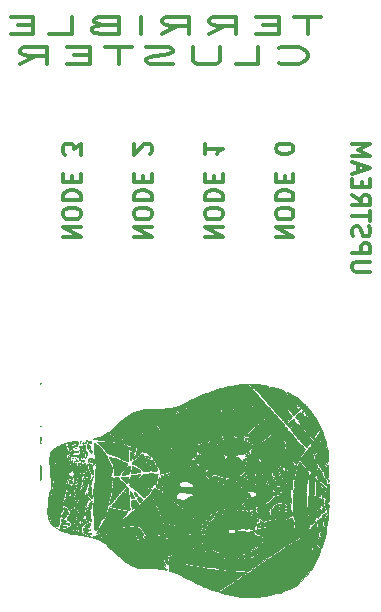
<source format=gbo>
G04 #@! TF.FileFunction,Legend,Bot*
%FSLAX46Y46*%
G04 Gerber Fmt 4.6, Leading zero omitted, Abs format (unit mm)*
G04 Created by KiCad (PCBNEW 4.0.4+dfsg1-stable) date Sun Aug 27 23:53:47 2017*
%MOMM*%
%LPD*%
G01*
G04 APERTURE LIST*
%ADD10C,0.100000*%
%ADD11C,0.300000*%
%ADD12C,0.010000*%
G04 APERTURE END LIST*
D10*
D11*
X124183334Y-83528571D02*
X121897619Y-83528571D01*
X123040476Y-85028571D02*
X123040476Y-83528571D01*
X120564286Y-84242857D02*
X119230953Y-84242857D01*
X118659524Y-85028571D02*
X120564286Y-85028571D01*
X120564286Y-83528571D01*
X118659524Y-83528571D01*
X114659524Y-85028571D02*
X115992857Y-84314286D01*
X116945238Y-85028571D02*
X116945238Y-83528571D01*
X115421429Y-83528571D01*
X115040476Y-83600000D01*
X114850000Y-83671429D01*
X114659524Y-83814286D01*
X114659524Y-84028571D01*
X114850000Y-84171429D01*
X115040476Y-84242857D01*
X115421429Y-84314286D01*
X116945238Y-84314286D01*
X110659524Y-85028571D02*
X111992857Y-84314286D01*
X112945238Y-85028571D02*
X112945238Y-83528571D01*
X111421429Y-83528571D01*
X111040476Y-83600000D01*
X110850000Y-83671429D01*
X110659524Y-83814286D01*
X110659524Y-84028571D01*
X110850000Y-84171429D01*
X111040476Y-84242857D01*
X111421429Y-84314286D01*
X112945238Y-84314286D01*
X108945238Y-85028571D02*
X108945238Y-83528571D01*
X105707143Y-84242857D02*
X105135714Y-84314286D01*
X104945238Y-84385714D01*
X104754762Y-84528571D01*
X104754762Y-84742857D01*
X104945238Y-84885714D01*
X105135714Y-84957143D01*
X105516667Y-85028571D01*
X107040476Y-85028571D01*
X107040476Y-83528571D01*
X105707143Y-83528571D01*
X105326190Y-83600000D01*
X105135714Y-83671429D01*
X104945238Y-83814286D01*
X104945238Y-83957143D01*
X105135714Y-84100000D01*
X105326190Y-84171429D01*
X105707143Y-84242857D01*
X107040476Y-84242857D01*
X101135714Y-85028571D02*
X103040476Y-85028571D01*
X103040476Y-83528571D01*
X99802381Y-84242857D02*
X98469048Y-84242857D01*
X97897619Y-85028571D02*
X99802381Y-85028571D01*
X99802381Y-83528571D01*
X97897619Y-83528571D01*
X120564286Y-87435714D02*
X120754762Y-87507143D01*
X121326191Y-87578571D01*
X121707143Y-87578571D01*
X122278571Y-87507143D01*
X122659524Y-87364286D01*
X122850000Y-87221429D01*
X123040476Y-86935714D01*
X123040476Y-86721429D01*
X122850000Y-86435714D01*
X122659524Y-86292857D01*
X122278571Y-86150000D01*
X121707143Y-86078571D01*
X121326191Y-86078571D01*
X120754762Y-86150000D01*
X120564286Y-86221429D01*
X116945238Y-87578571D02*
X118850000Y-87578571D01*
X118850000Y-86078571D01*
X115611905Y-86078571D02*
X115611905Y-87292857D01*
X115421429Y-87435714D01*
X115230953Y-87507143D01*
X114850000Y-87578571D01*
X114088096Y-87578571D01*
X113707143Y-87507143D01*
X113516667Y-87435714D01*
X113326191Y-87292857D01*
X113326191Y-86078571D01*
X111611905Y-87507143D02*
X111040477Y-87578571D01*
X110088096Y-87578571D01*
X109707143Y-87507143D01*
X109516667Y-87435714D01*
X109326191Y-87292857D01*
X109326191Y-87150000D01*
X109516667Y-87007143D01*
X109707143Y-86935714D01*
X110088096Y-86864286D01*
X110850000Y-86792857D01*
X111230953Y-86721429D01*
X111421429Y-86650000D01*
X111611905Y-86507143D01*
X111611905Y-86364286D01*
X111421429Y-86221429D01*
X111230953Y-86150000D01*
X110850000Y-86078571D01*
X109897620Y-86078571D01*
X109326191Y-86150000D01*
X108183334Y-86078571D02*
X105897619Y-86078571D01*
X107040476Y-87578571D02*
X107040476Y-86078571D01*
X104564286Y-86792857D02*
X103230953Y-86792857D01*
X102659524Y-87578571D02*
X104564286Y-87578571D01*
X104564286Y-86078571D01*
X102659524Y-86078571D01*
X98659524Y-87578571D02*
X99992857Y-86864286D01*
X100945238Y-87578571D02*
X100945238Y-86078571D01*
X99421429Y-86078571D01*
X99040476Y-86150000D01*
X98850000Y-86221429D01*
X98659524Y-86364286D01*
X98659524Y-86578571D01*
X98850000Y-86721429D01*
X99040476Y-86792857D01*
X99421429Y-86864286D01*
X100945238Y-86864286D01*
X102321429Y-102214286D02*
X103821429Y-102214286D01*
X102321429Y-101357143D01*
X103821429Y-101357143D01*
X103821429Y-100357143D02*
X103821429Y-100071429D01*
X103750000Y-99928571D01*
X103607143Y-99785714D01*
X103321429Y-99714286D01*
X102821429Y-99714286D01*
X102535714Y-99785714D01*
X102392857Y-99928571D01*
X102321429Y-100071429D01*
X102321429Y-100357143D01*
X102392857Y-100500000D01*
X102535714Y-100642857D01*
X102821429Y-100714286D01*
X103321429Y-100714286D01*
X103607143Y-100642857D01*
X103750000Y-100500000D01*
X103821429Y-100357143D01*
X102321429Y-99071428D02*
X103821429Y-99071428D01*
X103821429Y-98714285D01*
X103750000Y-98500000D01*
X103607143Y-98357142D01*
X103464286Y-98285714D01*
X103178571Y-98214285D01*
X102964286Y-98214285D01*
X102678571Y-98285714D01*
X102535714Y-98357142D01*
X102392857Y-98500000D01*
X102321429Y-98714285D01*
X102321429Y-99071428D01*
X103107143Y-97571428D02*
X103107143Y-97071428D01*
X102321429Y-96857142D02*
X102321429Y-97571428D01*
X103821429Y-97571428D01*
X103821429Y-96857142D01*
X103821429Y-95214285D02*
X103821429Y-94285714D01*
X103250000Y-94785714D01*
X103250000Y-94571428D01*
X103178571Y-94428571D01*
X103107143Y-94357142D01*
X102964286Y-94285714D01*
X102607143Y-94285714D01*
X102464286Y-94357142D01*
X102392857Y-94428571D01*
X102321429Y-94571428D01*
X102321429Y-95000000D01*
X102392857Y-95142857D01*
X102464286Y-95214285D01*
X108321429Y-102214286D02*
X109821429Y-102214286D01*
X108321429Y-101357143D01*
X109821429Y-101357143D01*
X109821429Y-100357143D02*
X109821429Y-100071429D01*
X109750000Y-99928571D01*
X109607143Y-99785714D01*
X109321429Y-99714286D01*
X108821429Y-99714286D01*
X108535714Y-99785714D01*
X108392857Y-99928571D01*
X108321429Y-100071429D01*
X108321429Y-100357143D01*
X108392857Y-100500000D01*
X108535714Y-100642857D01*
X108821429Y-100714286D01*
X109321429Y-100714286D01*
X109607143Y-100642857D01*
X109750000Y-100500000D01*
X109821429Y-100357143D01*
X108321429Y-99071428D02*
X109821429Y-99071428D01*
X109821429Y-98714285D01*
X109750000Y-98500000D01*
X109607143Y-98357142D01*
X109464286Y-98285714D01*
X109178571Y-98214285D01*
X108964286Y-98214285D01*
X108678571Y-98285714D01*
X108535714Y-98357142D01*
X108392857Y-98500000D01*
X108321429Y-98714285D01*
X108321429Y-99071428D01*
X109107143Y-97571428D02*
X109107143Y-97071428D01*
X108321429Y-96857142D02*
X108321429Y-97571428D01*
X109821429Y-97571428D01*
X109821429Y-96857142D01*
X109678571Y-95142857D02*
X109750000Y-95071428D01*
X109821429Y-94928571D01*
X109821429Y-94571428D01*
X109750000Y-94428571D01*
X109678571Y-94357142D01*
X109535714Y-94285714D01*
X109392857Y-94285714D01*
X109178571Y-94357142D01*
X108321429Y-95214285D01*
X108321429Y-94285714D01*
X114321429Y-102214286D02*
X115821429Y-102214286D01*
X114321429Y-101357143D01*
X115821429Y-101357143D01*
X115821429Y-100357143D02*
X115821429Y-100071429D01*
X115750000Y-99928571D01*
X115607143Y-99785714D01*
X115321429Y-99714286D01*
X114821429Y-99714286D01*
X114535714Y-99785714D01*
X114392857Y-99928571D01*
X114321429Y-100071429D01*
X114321429Y-100357143D01*
X114392857Y-100500000D01*
X114535714Y-100642857D01*
X114821429Y-100714286D01*
X115321429Y-100714286D01*
X115607143Y-100642857D01*
X115750000Y-100500000D01*
X115821429Y-100357143D01*
X114321429Y-99071428D02*
X115821429Y-99071428D01*
X115821429Y-98714285D01*
X115750000Y-98500000D01*
X115607143Y-98357142D01*
X115464286Y-98285714D01*
X115178571Y-98214285D01*
X114964286Y-98214285D01*
X114678571Y-98285714D01*
X114535714Y-98357142D01*
X114392857Y-98500000D01*
X114321429Y-98714285D01*
X114321429Y-99071428D01*
X115107143Y-97571428D02*
X115107143Y-97071428D01*
X114321429Y-96857142D02*
X114321429Y-97571428D01*
X115821429Y-97571428D01*
X115821429Y-96857142D01*
X114321429Y-94285714D02*
X114321429Y-95142857D01*
X114321429Y-94714285D02*
X115821429Y-94714285D01*
X115607143Y-94857142D01*
X115464286Y-95000000D01*
X115392857Y-95142857D01*
X120321429Y-102214286D02*
X121821429Y-102214286D01*
X120321429Y-101357143D01*
X121821429Y-101357143D01*
X121821429Y-100357143D02*
X121821429Y-100071429D01*
X121750000Y-99928571D01*
X121607143Y-99785714D01*
X121321429Y-99714286D01*
X120821429Y-99714286D01*
X120535714Y-99785714D01*
X120392857Y-99928571D01*
X120321429Y-100071429D01*
X120321429Y-100357143D01*
X120392857Y-100500000D01*
X120535714Y-100642857D01*
X120821429Y-100714286D01*
X121321429Y-100714286D01*
X121607143Y-100642857D01*
X121750000Y-100500000D01*
X121821429Y-100357143D01*
X120321429Y-99071428D02*
X121821429Y-99071428D01*
X121821429Y-98714285D01*
X121750000Y-98500000D01*
X121607143Y-98357142D01*
X121464286Y-98285714D01*
X121178571Y-98214285D01*
X120964286Y-98214285D01*
X120678571Y-98285714D01*
X120535714Y-98357142D01*
X120392857Y-98500000D01*
X120321429Y-98714285D01*
X120321429Y-99071428D01*
X121107143Y-97571428D02*
X121107143Y-97071428D01*
X120321429Y-96857142D02*
X120321429Y-97571428D01*
X121821429Y-97571428D01*
X121821429Y-96857142D01*
X121821429Y-94785714D02*
X121821429Y-94642857D01*
X121750000Y-94500000D01*
X121678571Y-94428571D01*
X121535714Y-94357142D01*
X121250000Y-94285714D01*
X120892857Y-94285714D01*
X120607143Y-94357142D01*
X120464286Y-94428571D01*
X120392857Y-94500000D01*
X120321429Y-94642857D01*
X120321429Y-94785714D01*
X120392857Y-94928571D01*
X120464286Y-95000000D01*
X120607143Y-95071428D01*
X120892857Y-95142857D01*
X121250000Y-95142857D01*
X121535714Y-95071428D01*
X121678571Y-95000000D01*
X121750000Y-94928571D01*
X121821429Y-94785714D01*
X128321429Y-105142857D02*
X127107143Y-105142857D01*
X126964286Y-105071429D01*
X126892857Y-105000000D01*
X126821429Y-104857143D01*
X126821429Y-104571429D01*
X126892857Y-104428571D01*
X126964286Y-104357143D01*
X127107143Y-104285714D01*
X128321429Y-104285714D01*
X126821429Y-103571428D02*
X128321429Y-103571428D01*
X128321429Y-103000000D01*
X128250000Y-102857142D01*
X128178571Y-102785714D01*
X128035714Y-102714285D01*
X127821429Y-102714285D01*
X127678571Y-102785714D01*
X127607143Y-102857142D01*
X127535714Y-103000000D01*
X127535714Y-103571428D01*
X126892857Y-102142857D02*
X126821429Y-101928571D01*
X126821429Y-101571428D01*
X126892857Y-101428571D01*
X126964286Y-101357142D01*
X127107143Y-101285714D01*
X127250000Y-101285714D01*
X127392857Y-101357142D01*
X127464286Y-101428571D01*
X127535714Y-101571428D01*
X127607143Y-101857142D01*
X127678571Y-102000000D01*
X127750000Y-102071428D01*
X127892857Y-102142857D01*
X128035714Y-102142857D01*
X128178571Y-102071428D01*
X128250000Y-102000000D01*
X128321429Y-101857142D01*
X128321429Y-101500000D01*
X128250000Y-101285714D01*
X128321429Y-100857143D02*
X128321429Y-100000000D01*
X126821429Y-100428571D02*
X128321429Y-100428571D01*
X126821429Y-98642857D02*
X127535714Y-99142857D01*
X126821429Y-99500000D02*
X128321429Y-99500000D01*
X128321429Y-98928572D01*
X128250000Y-98785714D01*
X128178571Y-98714286D01*
X128035714Y-98642857D01*
X127821429Y-98642857D01*
X127678571Y-98714286D01*
X127607143Y-98785714D01*
X127535714Y-98928572D01*
X127535714Y-99500000D01*
X127607143Y-98000000D02*
X127607143Y-97500000D01*
X126821429Y-97285714D02*
X126821429Y-98000000D01*
X128321429Y-98000000D01*
X128321429Y-97285714D01*
X127250000Y-96714286D02*
X127250000Y-96000000D01*
X126821429Y-96857143D02*
X128321429Y-96357143D01*
X126821429Y-95857143D01*
X126821429Y-95357143D02*
X128321429Y-95357143D01*
X127250000Y-94857143D01*
X128321429Y-94357143D01*
X126821429Y-94357143D01*
D12*
G36*
X100432569Y-121897513D02*
X100425594Y-121787131D01*
X100416154Y-121661921D01*
X100408914Y-121575010D01*
X100403583Y-121529822D01*
X100399868Y-121529783D01*
X100397478Y-121578316D01*
X100396119Y-121678845D01*
X100395500Y-121834795D01*
X100395328Y-122049589D01*
X100395319Y-122141875D01*
X100395455Y-122376048D01*
X100396063Y-122550476D01*
X100397423Y-122668914D01*
X100399815Y-122735116D01*
X100403516Y-122752838D01*
X100408806Y-122725835D01*
X100415963Y-122657862D01*
X100425268Y-122552672D01*
X100425570Y-122549131D01*
X100439681Y-122235454D01*
X100432569Y-121897513D01*
X100432569Y-121897513D01*
G37*
X100432569Y-121897513D02*
X100425594Y-121787131D01*
X100416154Y-121661921D01*
X100408914Y-121575010D01*
X100403583Y-121529822D01*
X100399868Y-121529783D01*
X100397478Y-121578316D01*
X100396119Y-121678845D01*
X100395500Y-121834795D01*
X100395328Y-122049589D01*
X100395319Y-122141875D01*
X100395455Y-122376048D01*
X100396063Y-122550476D01*
X100397423Y-122668914D01*
X100399815Y-122735116D01*
X100403516Y-122752838D01*
X100408806Y-122725835D01*
X100415963Y-122657862D01*
X100425268Y-122552672D01*
X100425570Y-122549131D01*
X100439681Y-122235454D01*
X100432569Y-121897513D01*
G36*
X100401625Y-119586000D02*
X100385750Y-119601875D01*
X100401625Y-119617750D01*
X100417500Y-119601875D01*
X100401625Y-119586000D01*
X100401625Y-119586000D01*
G37*
X100401625Y-119586000D02*
X100385750Y-119601875D01*
X100401625Y-119617750D01*
X100417500Y-119601875D01*
X100401625Y-119586000D01*
G36*
X100406917Y-119406084D02*
X100388042Y-119410442D01*
X100385750Y-119427250D01*
X100397367Y-119453384D01*
X100406917Y-119448417D01*
X100410717Y-119410737D01*
X100406917Y-119406084D01*
X100406917Y-119406084D01*
G37*
X100406917Y-119406084D02*
X100388042Y-119410442D01*
X100385750Y-119427250D01*
X100397367Y-119453384D01*
X100406917Y-119448417D01*
X100410717Y-119410737D01*
X100406917Y-119406084D01*
G36*
X100406917Y-119310834D02*
X100388042Y-119315192D01*
X100385750Y-119332000D01*
X100397367Y-119358134D01*
X100406917Y-119353167D01*
X100410717Y-119315487D01*
X100406917Y-119310834D01*
X100406917Y-119310834D01*
G37*
X100406917Y-119310834D02*
X100388042Y-119315192D01*
X100385750Y-119332000D01*
X100397367Y-119358134D01*
X100406917Y-119353167D01*
X100410717Y-119315487D01*
X100406917Y-119310834D01*
G36*
X100401625Y-119205000D02*
X100385750Y-119220875D01*
X100401625Y-119236750D01*
X100417500Y-119220875D01*
X100401625Y-119205000D01*
X100401625Y-119205000D01*
G37*
X100401625Y-119205000D02*
X100385750Y-119220875D01*
X100401625Y-119236750D01*
X100417500Y-119220875D01*
X100401625Y-119205000D01*
G36*
X100401625Y-119109750D02*
X100385750Y-119125625D01*
X100401625Y-119141500D01*
X100417500Y-119125625D01*
X100401625Y-119109750D01*
X100401625Y-119109750D01*
G37*
X100401625Y-119109750D02*
X100385750Y-119125625D01*
X100401625Y-119141500D01*
X100417500Y-119125625D01*
X100401625Y-119109750D01*
G36*
X100401625Y-118189000D02*
X100385750Y-118204875D01*
X100401625Y-118220750D01*
X100417500Y-118204875D01*
X100401625Y-118189000D01*
X100401625Y-118189000D01*
G37*
X100401625Y-118189000D02*
X100385750Y-118204875D01*
X100401625Y-118220750D01*
X100417500Y-118204875D01*
X100401625Y-118189000D01*
G36*
X100406778Y-114529813D02*
X100395189Y-114525824D01*
X100390764Y-114569500D01*
X100395753Y-114614574D01*
X100406778Y-114609188D01*
X100410971Y-114544185D01*
X100406778Y-114529813D01*
X100406778Y-114529813D01*
G37*
X100406778Y-114529813D02*
X100395189Y-114525824D01*
X100390764Y-114569500D01*
X100395753Y-114614574D01*
X100406778Y-114609188D01*
X100410971Y-114544185D01*
X100406778Y-114529813D01*
G36*
X102489416Y-119657514D02*
X102434778Y-119661746D01*
X102337912Y-119689899D01*
X102212763Y-119736282D01*
X102073276Y-119795202D01*
X101933395Y-119860970D01*
X101807065Y-119927892D01*
X101762978Y-119954002D01*
X101588307Y-120075372D01*
X101446048Y-120207506D01*
X101334471Y-120356660D01*
X101251850Y-120529094D01*
X101196457Y-120731066D01*
X101166566Y-120968834D01*
X101160449Y-121248658D01*
X101176378Y-121576795D01*
X101211725Y-121951375D01*
X101251141Y-122330997D01*
X101278783Y-122654483D01*
X101294770Y-122928074D01*
X101299221Y-123158012D01*
X101292255Y-123350536D01*
X101273991Y-123511888D01*
X101244548Y-123648309D01*
X101244076Y-123650000D01*
X101168555Y-123928831D01*
X101111052Y-124164941D01*
X101068731Y-124375591D01*
X101038757Y-124578038D01*
X101018295Y-124789542D01*
X101004508Y-125027361D01*
X101000205Y-125134313D01*
X100993247Y-125370166D01*
X100991933Y-125543867D01*
X100996285Y-125656516D01*
X101006327Y-125709212D01*
X101011846Y-125713750D01*
X101027492Y-125683344D01*
X101041873Y-125597497D01*
X101053935Y-125464268D01*
X101060714Y-125340688D01*
X101074570Y-125146901D01*
X101098622Y-124932646D01*
X101128865Y-124730654D01*
X101147188Y-124634250D01*
X101178742Y-124467660D01*
X101205096Y-124296657D01*
X101222462Y-124147358D01*
X101226741Y-124085622D01*
X101238077Y-123962349D01*
X101261371Y-123801660D01*
X101292823Y-123627649D01*
X101316905Y-123514122D01*
X101395160Y-123126211D01*
X101422004Y-122957009D01*
X101422004Y-121801718D01*
X101387118Y-121768670D01*
X101328246Y-121677895D01*
X101311806Y-121649750D01*
X101264297Y-121552380D01*
X101258705Y-121498803D01*
X101283482Y-121488619D01*
X101333274Y-121490800D01*
X101354395Y-121491000D01*
X101385121Y-121500265D01*
X101372206Y-121538739D01*
X101363741Y-121552724D01*
X101342699Y-121609982D01*
X101369935Y-121663538D01*
X101379347Y-121674287D01*
X101421198Y-121736517D01*
X101433500Y-121777663D01*
X101422004Y-121801718D01*
X101422004Y-122957009D01*
X101460568Y-122713933D01*
X101498174Y-122399165D01*
X101498174Y-121205250D01*
X101444073Y-121184001D01*
X101378660Y-121134034D01*
X101325195Y-121076023D01*
X101306500Y-121034898D01*
X101322035Y-121028524D01*
X101346188Y-121051662D01*
X101354125Y-121059337D01*
X101354125Y-120986624D01*
X101426034Y-120942857D01*
X101426034Y-120687702D01*
X101401289Y-120663155D01*
X101433090Y-120623021D01*
X101479101Y-120597146D01*
X101547176Y-120579438D01*
X101608568Y-120582714D01*
X101639782Y-120599957D01*
X101639782Y-120466811D01*
X101601829Y-120436545D01*
X101592250Y-120409627D01*
X101616200Y-120380345D01*
X101622127Y-120379750D01*
X101662201Y-120400842D01*
X101683298Y-120442260D01*
X101676917Y-120464417D01*
X101639782Y-120466811D01*
X101639782Y-120599957D01*
X101644447Y-120602535D01*
X101636255Y-120634196D01*
X101585870Y-120661122D01*
X101506070Y-120684319D01*
X101503946Y-120684749D01*
X101426034Y-120687702D01*
X101426034Y-120942857D01*
X101433500Y-120938312D01*
X101506944Y-120902362D01*
X101558913Y-120888876D01*
X101588704Y-120897207D01*
X101571803Y-120918989D01*
X101520910Y-120945203D01*
X101449375Y-120966690D01*
X101354125Y-120986624D01*
X101354125Y-121059337D01*
X101402299Y-121105924D01*
X101464378Y-121152980D01*
X101506037Y-121188748D01*
X101501108Y-121205126D01*
X101498174Y-121205250D01*
X101498174Y-122399165D01*
X101509653Y-122303083D01*
X101538939Y-121919457D01*
X101542418Y-121840250D01*
X101552194Y-121663208D01*
X101567290Y-121492008D01*
X101585701Y-121345420D01*
X101605424Y-121242215D01*
X101606830Y-121237000D01*
X101636711Y-121127304D01*
X101675882Y-120980618D01*
X101717819Y-120821453D01*
X101736635Y-120749286D01*
X101794433Y-120557830D01*
X101863499Y-120378057D01*
X101937457Y-120223788D01*
X102009933Y-120108840D01*
X102054200Y-120060944D01*
X102093300Y-120014150D01*
X102100250Y-119992421D01*
X102125060Y-119944123D01*
X102189170Y-119877362D01*
X102277105Y-119805791D01*
X102373388Y-119743067D01*
X102397672Y-119729999D01*
X102464604Y-119690681D01*
X102492907Y-119663283D01*
X102489416Y-119657514D01*
X102489416Y-119657514D01*
G37*
X102489416Y-119657514D02*
X102434778Y-119661746D01*
X102337912Y-119689899D01*
X102212763Y-119736282D01*
X102073276Y-119795202D01*
X101933395Y-119860970D01*
X101807065Y-119927892D01*
X101762978Y-119954002D01*
X101588307Y-120075372D01*
X101446048Y-120207506D01*
X101334471Y-120356660D01*
X101251850Y-120529094D01*
X101196457Y-120731066D01*
X101166566Y-120968834D01*
X101160449Y-121248658D01*
X101176378Y-121576795D01*
X101211725Y-121951375D01*
X101251141Y-122330997D01*
X101278783Y-122654483D01*
X101294770Y-122928074D01*
X101299221Y-123158012D01*
X101292255Y-123350536D01*
X101273991Y-123511888D01*
X101244548Y-123648309D01*
X101244076Y-123650000D01*
X101168555Y-123928831D01*
X101111052Y-124164941D01*
X101068731Y-124375591D01*
X101038757Y-124578038D01*
X101018295Y-124789542D01*
X101004508Y-125027361D01*
X101000205Y-125134313D01*
X100993247Y-125370166D01*
X100991933Y-125543867D01*
X100996285Y-125656516D01*
X101006327Y-125709212D01*
X101011846Y-125713750D01*
X101027492Y-125683344D01*
X101041873Y-125597497D01*
X101053935Y-125464268D01*
X101060714Y-125340688D01*
X101074570Y-125146901D01*
X101098622Y-124932646D01*
X101128865Y-124730654D01*
X101147188Y-124634250D01*
X101178742Y-124467660D01*
X101205096Y-124296657D01*
X101222462Y-124147358D01*
X101226741Y-124085622D01*
X101238077Y-123962349D01*
X101261371Y-123801660D01*
X101292823Y-123627649D01*
X101316905Y-123514122D01*
X101395160Y-123126211D01*
X101422004Y-122957009D01*
X101422004Y-121801718D01*
X101387118Y-121768670D01*
X101328246Y-121677895D01*
X101311806Y-121649750D01*
X101264297Y-121552380D01*
X101258705Y-121498803D01*
X101283482Y-121488619D01*
X101333274Y-121490800D01*
X101354395Y-121491000D01*
X101385121Y-121500265D01*
X101372206Y-121538739D01*
X101363741Y-121552724D01*
X101342699Y-121609982D01*
X101369935Y-121663538D01*
X101379347Y-121674287D01*
X101421198Y-121736517D01*
X101433500Y-121777663D01*
X101422004Y-121801718D01*
X101422004Y-122957009D01*
X101460568Y-122713933D01*
X101498174Y-122399165D01*
X101498174Y-121205250D01*
X101444073Y-121184001D01*
X101378660Y-121134034D01*
X101325195Y-121076023D01*
X101306500Y-121034898D01*
X101322035Y-121028524D01*
X101346188Y-121051662D01*
X101354125Y-121059337D01*
X101354125Y-120986624D01*
X101426034Y-120942857D01*
X101426034Y-120687702D01*
X101401289Y-120663155D01*
X101433090Y-120623021D01*
X101479101Y-120597146D01*
X101547176Y-120579438D01*
X101608568Y-120582714D01*
X101639782Y-120599957D01*
X101639782Y-120466811D01*
X101601829Y-120436545D01*
X101592250Y-120409627D01*
X101616200Y-120380345D01*
X101622127Y-120379750D01*
X101662201Y-120400842D01*
X101683298Y-120442260D01*
X101676917Y-120464417D01*
X101639782Y-120466811D01*
X101639782Y-120599957D01*
X101644447Y-120602535D01*
X101636255Y-120634196D01*
X101585870Y-120661122D01*
X101506070Y-120684319D01*
X101503946Y-120684749D01*
X101426034Y-120687702D01*
X101426034Y-120942857D01*
X101433500Y-120938312D01*
X101506944Y-120902362D01*
X101558913Y-120888876D01*
X101588704Y-120897207D01*
X101571803Y-120918989D01*
X101520910Y-120945203D01*
X101449375Y-120966690D01*
X101354125Y-120986624D01*
X101354125Y-121059337D01*
X101402299Y-121105924D01*
X101464378Y-121152980D01*
X101506037Y-121188748D01*
X101501108Y-121205126D01*
X101498174Y-121205250D01*
X101498174Y-122399165D01*
X101509653Y-122303083D01*
X101538939Y-121919457D01*
X101542418Y-121840250D01*
X101552194Y-121663208D01*
X101567290Y-121492008D01*
X101585701Y-121345420D01*
X101605424Y-121242215D01*
X101606830Y-121237000D01*
X101636711Y-121127304D01*
X101675882Y-120980618D01*
X101717819Y-120821453D01*
X101736635Y-120749286D01*
X101794433Y-120557830D01*
X101863499Y-120378057D01*
X101937457Y-120223788D01*
X102009933Y-120108840D01*
X102054200Y-120060944D01*
X102093300Y-120014150D01*
X102100250Y-119992421D01*
X102125060Y-119944123D01*
X102189170Y-119877362D01*
X102277105Y-119805791D01*
X102373388Y-119743067D01*
X102397672Y-119729999D01*
X102464604Y-119690681D01*
X102492907Y-119663283D01*
X102489416Y-119657514D01*
G36*
X101277351Y-126404509D02*
X101235813Y-126311447D01*
X101199497Y-126245759D01*
X101165896Y-126175733D01*
X101127190Y-126071150D01*
X101102500Y-125991563D01*
X101067001Y-125880295D01*
X101039694Y-125818736D01*
X101024240Y-125809305D01*
X101024297Y-125854423D01*
X101042474Y-125951875D01*
X101073952Y-126058172D01*
X101121123Y-126181394D01*
X101174608Y-126300100D01*
X101225027Y-126392851D01*
X101250825Y-126428125D01*
X101291281Y-126469382D01*
X101297515Y-126461688D01*
X101277351Y-126404509D01*
X101277351Y-126404509D01*
G37*
X101277351Y-126404509D02*
X101235813Y-126311447D01*
X101199497Y-126245759D01*
X101165896Y-126175733D01*
X101127190Y-126071150D01*
X101102500Y-125991563D01*
X101067001Y-125880295D01*
X101039694Y-125818736D01*
X101024240Y-125809305D01*
X101024297Y-125854423D01*
X101042474Y-125951875D01*
X101073952Y-126058172D01*
X101121123Y-126181394D01*
X101174608Y-126300100D01*
X101225027Y-126392851D01*
X101250825Y-126428125D01*
X101291281Y-126469382D01*
X101297515Y-126461688D01*
X101277351Y-126404509D01*
G36*
X102881906Y-121540765D02*
X102850899Y-121394107D01*
X102795276Y-121231935D01*
X102718605Y-121066670D01*
X102624453Y-120910729D01*
X102613860Y-120895629D01*
X102586423Y-120855591D01*
X102568101Y-120818091D01*
X102559149Y-120772610D01*
X102559822Y-120708626D01*
X102570375Y-120615619D01*
X102591062Y-120483069D01*
X102622139Y-120300456D01*
X102629278Y-120259004D01*
X102628026Y-120159721D01*
X102601897Y-120040920D01*
X102559077Y-119928824D01*
X102507748Y-119849658D01*
X102499008Y-119841563D01*
X102444708Y-119822867D01*
X102373679Y-119844158D01*
X102313951Y-119877570D01*
X102290750Y-119902064D01*
X102270753Y-119934253D01*
X102218902Y-119997158D01*
X102162176Y-120060068D01*
X102076041Y-120160188D01*
X102006665Y-120262368D01*
X101947440Y-120380498D01*
X101891762Y-120528465D01*
X101833025Y-120720159D01*
X101811025Y-120798334D01*
X101734777Y-121082630D01*
X101677995Y-121317767D01*
X101638840Y-121514403D01*
X101615476Y-121683200D01*
X101606064Y-121834817D01*
X101608425Y-121973638D01*
X101605997Y-122224044D01*
X101575443Y-122522001D01*
X101559700Y-122626753D01*
X101535212Y-122787344D01*
X101515202Y-122934589D01*
X101501767Y-123051934D01*
X101497000Y-123121737D01*
X101488854Y-123203068D01*
X101467312Y-123321993D01*
X101436720Y-123455135D01*
X101430738Y-123478234D01*
X101396396Y-123632336D01*
X101364801Y-123815572D01*
X101341698Y-123993646D01*
X101338125Y-124031000D01*
X101317230Y-124210025D01*
X101285644Y-124412205D01*
X101249460Y-124599457D01*
X101241631Y-124634250D01*
X101205466Y-124825140D01*
X101175447Y-125051956D01*
X101155041Y-125287180D01*
X101151626Y-125348625D01*
X101144202Y-125523057D01*
X101142535Y-125651188D01*
X101148186Y-125750079D01*
X101162715Y-125836788D01*
X101187685Y-125928378D01*
X101211429Y-126002168D01*
X101293173Y-126213434D01*
X101382934Y-126370822D01*
X101487104Y-126483932D01*
X101570157Y-126540863D01*
X101648997Y-126592627D01*
X101701014Y-126640559D01*
X101709037Y-126653680D01*
X101748220Y-126694228D01*
X101806481Y-126682722D01*
X101873059Y-126623163D01*
X101902985Y-126581564D01*
X101965302Y-126431547D01*
X101990426Y-126273346D01*
X102012098Y-126024817D01*
X102035699Y-125831918D01*
X102062926Y-125686780D01*
X102095478Y-125581532D01*
X102135054Y-125508305D01*
X102162257Y-125477056D01*
X102250375Y-125392634D01*
X102208524Y-125196005D01*
X102189669Y-125042997D01*
X102190234Y-124873457D01*
X102208405Y-124710459D01*
X102242370Y-124577078D01*
X102260344Y-124536489D01*
X102286318Y-124463392D01*
X102290750Y-124428677D01*
X102308160Y-124368172D01*
X102350143Y-124293149D01*
X102351189Y-124291652D01*
X102386948Y-124221843D01*
X102415377Y-124120367D01*
X102437915Y-123978760D01*
X102456003Y-123788556D01*
X102467615Y-123607079D01*
X102498053Y-123369784D01*
X102563888Y-123162579D01*
X102666672Y-122910279D01*
X102739714Y-122708014D01*
X102784177Y-122550348D01*
X102801221Y-122431845D01*
X102792007Y-122347065D01*
X102757698Y-122290574D01*
X102751343Y-122284931D01*
X102723869Y-122225510D01*
X102720971Y-122127262D01*
X102739184Y-122008330D01*
X102775044Y-121886862D01*
X102825085Y-121781001D01*
X102855801Y-121737863D01*
X102884729Y-121659490D01*
X102881906Y-121540765D01*
X102881906Y-121540765D01*
G37*
X102881906Y-121540765D02*
X102850899Y-121394107D01*
X102795276Y-121231935D01*
X102718605Y-121066670D01*
X102624453Y-120910729D01*
X102613860Y-120895629D01*
X102586423Y-120855591D01*
X102568101Y-120818091D01*
X102559149Y-120772610D01*
X102559822Y-120708626D01*
X102570375Y-120615619D01*
X102591062Y-120483069D01*
X102622139Y-120300456D01*
X102629278Y-120259004D01*
X102628026Y-120159721D01*
X102601897Y-120040920D01*
X102559077Y-119928824D01*
X102507748Y-119849658D01*
X102499008Y-119841563D01*
X102444708Y-119822867D01*
X102373679Y-119844158D01*
X102313951Y-119877570D01*
X102290750Y-119902064D01*
X102270753Y-119934253D01*
X102218902Y-119997158D01*
X102162176Y-120060068D01*
X102076041Y-120160188D01*
X102006665Y-120262368D01*
X101947440Y-120380498D01*
X101891762Y-120528465D01*
X101833025Y-120720159D01*
X101811025Y-120798334D01*
X101734777Y-121082630D01*
X101677995Y-121317767D01*
X101638840Y-121514403D01*
X101615476Y-121683200D01*
X101606064Y-121834817D01*
X101608425Y-121973638D01*
X101605997Y-122224044D01*
X101575443Y-122522001D01*
X101559700Y-122626753D01*
X101535212Y-122787344D01*
X101515202Y-122934589D01*
X101501767Y-123051934D01*
X101497000Y-123121737D01*
X101488854Y-123203068D01*
X101467312Y-123321993D01*
X101436720Y-123455135D01*
X101430738Y-123478234D01*
X101396396Y-123632336D01*
X101364801Y-123815572D01*
X101341698Y-123993646D01*
X101338125Y-124031000D01*
X101317230Y-124210025D01*
X101285644Y-124412205D01*
X101249460Y-124599457D01*
X101241631Y-124634250D01*
X101205466Y-124825140D01*
X101175447Y-125051956D01*
X101155041Y-125287180D01*
X101151626Y-125348625D01*
X101144202Y-125523057D01*
X101142535Y-125651188D01*
X101148186Y-125750079D01*
X101162715Y-125836788D01*
X101187685Y-125928378D01*
X101211429Y-126002168D01*
X101293173Y-126213434D01*
X101382934Y-126370822D01*
X101487104Y-126483932D01*
X101570157Y-126540863D01*
X101648997Y-126592627D01*
X101701014Y-126640559D01*
X101709037Y-126653680D01*
X101748220Y-126694228D01*
X101806481Y-126682722D01*
X101873059Y-126623163D01*
X101902985Y-126581564D01*
X101965302Y-126431547D01*
X101990426Y-126273346D01*
X102012098Y-126024817D01*
X102035699Y-125831918D01*
X102062926Y-125686780D01*
X102095478Y-125581532D01*
X102135054Y-125508305D01*
X102162257Y-125477056D01*
X102250375Y-125392634D01*
X102208524Y-125196005D01*
X102189669Y-125042997D01*
X102190234Y-124873457D01*
X102208405Y-124710459D01*
X102242370Y-124577078D01*
X102260344Y-124536489D01*
X102286318Y-124463392D01*
X102290750Y-124428677D01*
X102308160Y-124368172D01*
X102350143Y-124293149D01*
X102351189Y-124291652D01*
X102386948Y-124221843D01*
X102415377Y-124120367D01*
X102437915Y-123978760D01*
X102456003Y-123788556D01*
X102467615Y-123607079D01*
X102498053Y-123369784D01*
X102563888Y-123162579D01*
X102666672Y-122910279D01*
X102739714Y-122708014D01*
X102784177Y-122550348D01*
X102801221Y-122431845D01*
X102792007Y-122347065D01*
X102757698Y-122290574D01*
X102751343Y-122284931D01*
X102723869Y-122225510D01*
X102720971Y-122127262D01*
X102739184Y-122008330D01*
X102775044Y-121886862D01*
X102825085Y-121781001D01*
X102855801Y-121737863D01*
X102884729Y-121659490D01*
X102881906Y-121540765D01*
G36*
X101773178Y-126839514D02*
X101727523Y-126793644D01*
X101648742Y-126727898D01*
X101617961Y-126704046D01*
X101489984Y-126607571D01*
X101405098Y-126546473D01*
X101356856Y-126516403D01*
X101338809Y-126513012D01*
X101338250Y-126515433D01*
X101354846Y-126546996D01*
X101377938Y-126579912D01*
X101429181Y-126631255D01*
X101510500Y-126696425D01*
X101604271Y-126763185D01*
X101692870Y-126819296D01*
X101758675Y-126852521D01*
X101776609Y-126856750D01*
X101773178Y-126839514D01*
X101773178Y-126839514D01*
G37*
X101773178Y-126839514D02*
X101727523Y-126793644D01*
X101648742Y-126727898D01*
X101617961Y-126704046D01*
X101489984Y-126607571D01*
X101405098Y-126546473D01*
X101356856Y-126516403D01*
X101338809Y-126513012D01*
X101338250Y-126515433D01*
X101354846Y-126546996D01*
X101377938Y-126579912D01*
X101429181Y-126631255D01*
X101510500Y-126696425D01*
X101604271Y-126763185D01*
X101692870Y-126819296D01*
X101758675Y-126852521D01*
X101776609Y-126856750D01*
X101773178Y-126839514D01*
G36*
X104352228Y-127487420D02*
X104283554Y-127454581D01*
X104200528Y-127420600D01*
X104118214Y-127392444D01*
X104089256Y-127384471D01*
X103984869Y-127346275D01*
X103899744Y-127293655D01*
X103851515Y-127238685D01*
X103846500Y-127218224D01*
X103829418Y-127177965D01*
X103784708Y-127189527D01*
X103756561Y-127213390D01*
X103723642Y-127231129D01*
X103702230Y-127193715D01*
X103698883Y-127181640D01*
X103673277Y-127126339D01*
X103650720Y-127110750D01*
X103638072Y-127132542D01*
X103651228Y-127164595D01*
X103660537Y-127211119D01*
X103619443Y-127249980D01*
X103600457Y-127260413D01*
X103535937Y-127283991D01*
X103499074Y-127281243D01*
X103503134Y-127257005D01*
X103529920Y-127234700D01*
X103560327Y-127210458D01*
X103535742Y-127208718D01*
X103529000Y-127209564D01*
X103460220Y-127210343D01*
X103373183Y-127201063D01*
X103285721Y-127185304D01*
X103215664Y-127166651D01*
X103180844Y-127148684D01*
X103183543Y-127140156D01*
X103234521Y-127126196D01*
X103249308Y-127130369D01*
X103262432Y-127121680D01*
X103257317Y-127101611D01*
X103264704Y-127047467D01*
X103289431Y-127016700D01*
X103330574Y-126962578D01*
X103338500Y-126932238D01*
X103363999Y-126893540D01*
X103386125Y-126888500D01*
X103428377Y-126871356D01*
X103433750Y-126856750D01*
X103407158Y-126830954D01*
X103370250Y-126825000D01*
X103317218Y-126841883D01*
X103301014Y-126899787D01*
X103304380Y-126944063D01*
X103290037Y-126980692D01*
X103278532Y-126983750D01*
X103243950Y-127009687D01*
X103229563Y-127039313D01*
X103188374Y-127094770D01*
X103136713Y-127129434D01*
X103072722Y-127147298D01*
X103030503Y-127120848D01*
X103024906Y-127113559D01*
X103000530Y-127086592D01*
X102999937Y-127111959D01*
X103006571Y-127142500D01*
X103012149Y-127188846D01*
X102999268Y-127186177D01*
X102952814Y-127155738D01*
X102873424Y-127128475D01*
X102862250Y-127125850D01*
X102800520Y-127106997D01*
X102784982Y-127090697D01*
X102790530Y-127087560D01*
X102810767Y-127065454D01*
X102782309Y-127026273D01*
X102727270Y-126994284D01*
X102695280Y-126994568D01*
X102674359Y-127008886D01*
X102697831Y-127012994D01*
X102720126Y-127025239D01*
X102692021Y-127063257D01*
X102690137Y-127065150D01*
X102632942Y-127095881D01*
X102600557Y-127089755D01*
X102536467Y-127072951D01*
X102501592Y-127074439D01*
X102461319Y-127069381D01*
X102463779Y-127049834D01*
X102511079Y-127018818D01*
X102534146Y-127015500D01*
X102568509Y-126995309D01*
X102565019Y-126967875D01*
X102564359Y-126926992D01*
X102577497Y-126920250D01*
X102606753Y-126895577D01*
X102608250Y-126884613D01*
X102595540Y-126865535D01*
X102564650Y-126885161D01*
X102500591Y-126906549D01*
X102469329Y-126901499D01*
X102395364Y-126892365D01*
X102319854Y-126909277D01*
X102268132Y-126944166D01*
X102259000Y-126968480D01*
X102239765Y-127009798D01*
X102195406Y-127006704D01*
X102151272Y-126967151D01*
X102104694Y-126933605D01*
X102032176Y-126907709D01*
X101955682Y-126893740D01*
X101897178Y-126895974D01*
X101878000Y-126913957D01*
X101904265Y-126949645D01*
X101941216Y-126967785D01*
X102007266Y-126975701D01*
X102036466Y-126968051D01*
X102066079Y-126966798D01*
X102068500Y-126975766D01*
X102097910Y-127009020D01*
X102179347Y-127051853D01*
X102302625Y-127101134D01*
X102457557Y-127153732D01*
X102633956Y-127206514D01*
X102821635Y-127256349D01*
X103010406Y-127300105D01*
X103190084Y-127334651D01*
X103281193Y-127348571D01*
X103476039Y-127376527D01*
X103695713Y-127410416D01*
X103904676Y-127444677D01*
X103989375Y-127459379D01*
X104134740Y-127484534D01*
X104259696Y-127504859D01*
X104349363Y-127518012D01*
X104386250Y-127521805D01*
X104391482Y-127512150D01*
X104352228Y-127487420D01*
X104352228Y-127487420D01*
G37*
X104352228Y-127487420D02*
X104283554Y-127454581D01*
X104200528Y-127420600D01*
X104118214Y-127392444D01*
X104089256Y-127384471D01*
X103984869Y-127346275D01*
X103899744Y-127293655D01*
X103851515Y-127238685D01*
X103846500Y-127218224D01*
X103829418Y-127177965D01*
X103784708Y-127189527D01*
X103756561Y-127213390D01*
X103723642Y-127231129D01*
X103702230Y-127193715D01*
X103698883Y-127181640D01*
X103673277Y-127126339D01*
X103650720Y-127110750D01*
X103638072Y-127132542D01*
X103651228Y-127164595D01*
X103660537Y-127211119D01*
X103619443Y-127249980D01*
X103600457Y-127260413D01*
X103535937Y-127283991D01*
X103499074Y-127281243D01*
X103503134Y-127257005D01*
X103529920Y-127234700D01*
X103560327Y-127210458D01*
X103535742Y-127208718D01*
X103529000Y-127209564D01*
X103460220Y-127210343D01*
X103373183Y-127201063D01*
X103285721Y-127185304D01*
X103215664Y-127166651D01*
X103180844Y-127148684D01*
X103183543Y-127140156D01*
X103234521Y-127126196D01*
X103249308Y-127130369D01*
X103262432Y-127121680D01*
X103257317Y-127101611D01*
X103264704Y-127047467D01*
X103289431Y-127016700D01*
X103330574Y-126962578D01*
X103338500Y-126932238D01*
X103363999Y-126893540D01*
X103386125Y-126888500D01*
X103428377Y-126871356D01*
X103433750Y-126856750D01*
X103407158Y-126830954D01*
X103370250Y-126825000D01*
X103317218Y-126841883D01*
X103301014Y-126899787D01*
X103304380Y-126944063D01*
X103290037Y-126980692D01*
X103278532Y-126983750D01*
X103243950Y-127009687D01*
X103229563Y-127039313D01*
X103188374Y-127094770D01*
X103136713Y-127129434D01*
X103072722Y-127147298D01*
X103030503Y-127120848D01*
X103024906Y-127113559D01*
X103000530Y-127086592D01*
X102999937Y-127111959D01*
X103006571Y-127142500D01*
X103012149Y-127188846D01*
X102999268Y-127186177D01*
X102952814Y-127155738D01*
X102873424Y-127128475D01*
X102862250Y-127125850D01*
X102800520Y-127106997D01*
X102784982Y-127090697D01*
X102790530Y-127087560D01*
X102810767Y-127065454D01*
X102782309Y-127026273D01*
X102727270Y-126994284D01*
X102695280Y-126994568D01*
X102674359Y-127008886D01*
X102697831Y-127012994D01*
X102720126Y-127025239D01*
X102692021Y-127063257D01*
X102690137Y-127065150D01*
X102632942Y-127095881D01*
X102600557Y-127089755D01*
X102536467Y-127072951D01*
X102501592Y-127074439D01*
X102461319Y-127069381D01*
X102463779Y-127049834D01*
X102511079Y-127018818D01*
X102534146Y-127015500D01*
X102568509Y-126995309D01*
X102565019Y-126967875D01*
X102564359Y-126926992D01*
X102577497Y-126920250D01*
X102606753Y-126895577D01*
X102608250Y-126884613D01*
X102595540Y-126865535D01*
X102564650Y-126885161D01*
X102500591Y-126906549D01*
X102469329Y-126901499D01*
X102395364Y-126892365D01*
X102319854Y-126909277D01*
X102268132Y-126944166D01*
X102259000Y-126968480D01*
X102239765Y-127009798D01*
X102195406Y-127006704D01*
X102151272Y-126967151D01*
X102104694Y-126933605D01*
X102032176Y-126907709D01*
X101955682Y-126893740D01*
X101897178Y-126895974D01*
X101878000Y-126913957D01*
X101904265Y-126949645D01*
X101941216Y-126967785D01*
X102007266Y-126975701D01*
X102036466Y-126968051D01*
X102066079Y-126966798D01*
X102068500Y-126975766D01*
X102097910Y-127009020D01*
X102179347Y-127051853D01*
X102302625Y-127101134D01*
X102457557Y-127153732D01*
X102633956Y-127206514D01*
X102821635Y-127256349D01*
X103010406Y-127300105D01*
X103190084Y-127334651D01*
X103281193Y-127348571D01*
X103476039Y-127376527D01*
X103695713Y-127410416D01*
X103904676Y-127444677D01*
X103989375Y-127459379D01*
X104134740Y-127484534D01*
X104259696Y-127504859D01*
X104349363Y-127518012D01*
X104386250Y-127521805D01*
X104391482Y-127512150D01*
X104352228Y-127487420D01*
G36*
X102540612Y-126676743D02*
X102459111Y-126657539D01*
X102433625Y-126653300D01*
X102314035Y-126634926D01*
X102195207Y-126616197D01*
X102187563Y-126614969D01*
X102100779Y-126609481D01*
X102068612Y-126629012D01*
X102068500Y-126631027D01*
X102093176Y-126664304D01*
X102105171Y-126666250D01*
X102115945Y-126684799D01*
X102087926Y-126725828D01*
X102054230Y-126773332D01*
X102068068Y-126798006D01*
X102076771Y-126801814D01*
X102125739Y-126804767D01*
X102209981Y-126796042D01*
X102313083Y-126779038D01*
X102418631Y-126757151D01*
X102510213Y-126733780D01*
X102571415Y-126712320D01*
X102586075Y-126696395D01*
X102540612Y-126676743D01*
X102540612Y-126676743D01*
G37*
X102540612Y-126676743D02*
X102459111Y-126657539D01*
X102433625Y-126653300D01*
X102314035Y-126634926D01*
X102195207Y-126616197D01*
X102187563Y-126614969D01*
X102100779Y-126609481D01*
X102068612Y-126629012D01*
X102068500Y-126631027D01*
X102093176Y-126664304D01*
X102105171Y-126666250D01*
X102115945Y-126684799D01*
X102087926Y-126725828D01*
X102054230Y-126773332D01*
X102068068Y-126798006D01*
X102076771Y-126801814D01*
X102125739Y-126804767D01*
X102209981Y-126796042D01*
X102313083Y-126779038D01*
X102418631Y-126757151D01*
X102510213Y-126733780D01*
X102571415Y-126712320D01*
X102586075Y-126696395D01*
X102540612Y-126676743D01*
G36*
X102451908Y-126194553D02*
X102379665Y-126149787D01*
X102290595Y-126110195D01*
X102205863Y-126083307D01*
X102146638Y-126076656D01*
X102134535Y-126081633D01*
X102142341Y-126109428D01*
X102164670Y-126127741D01*
X102192501Y-126151431D01*
X102160444Y-126157706D01*
X102155813Y-126157764D01*
X102108504Y-126175796D01*
X102103548Y-126211877D01*
X102124063Y-126230910D01*
X102166416Y-126238699D01*
X102251899Y-126245707D01*
X102338375Y-126249581D01*
X102528875Y-126255345D01*
X102451908Y-126194553D01*
X102451908Y-126194553D01*
G37*
X102451908Y-126194553D02*
X102379665Y-126149787D01*
X102290595Y-126110195D01*
X102205863Y-126083307D01*
X102146638Y-126076656D01*
X102134535Y-126081633D01*
X102142341Y-126109428D01*
X102164670Y-126127741D01*
X102192501Y-126151431D01*
X102160444Y-126157706D01*
X102155813Y-126157764D01*
X102108504Y-126175796D01*
X102103548Y-126211877D01*
X102124063Y-126230910D01*
X102166416Y-126238699D01*
X102251899Y-126245707D01*
X102338375Y-126249581D01*
X102528875Y-126255345D01*
X102451908Y-126194553D01*
G36*
X102850285Y-126449916D02*
X102838438Y-126441858D01*
X102663645Y-126419013D01*
X102546362Y-126387449D01*
X102527232Y-126378659D01*
X102449883Y-126356544D01*
X102351497Y-126351173D01*
X102252946Y-126360531D01*
X102175102Y-126382601D01*
X102138837Y-126415367D01*
X102138665Y-126416193D01*
X102155292Y-126469848D01*
X102180698Y-126487644D01*
X102233426Y-126498161D01*
X102332976Y-126510235D01*
X102462762Y-126522034D01*
X102547381Y-126528161D01*
X102691841Y-126536562D01*
X102784299Y-126538176D01*
X102835999Y-126531867D01*
X102858189Y-126516502D01*
X102862250Y-126496398D01*
X102850285Y-126449916D01*
X102850285Y-126449916D01*
G37*
X102850285Y-126449916D02*
X102838438Y-126441858D01*
X102663645Y-126419013D01*
X102546362Y-126387449D01*
X102527232Y-126378659D01*
X102449883Y-126356544D01*
X102351497Y-126351173D01*
X102252946Y-126360531D01*
X102175102Y-126382601D01*
X102138837Y-126415367D01*
X102138665Y-126416193D01*
X102155292Y-126469848D01*
X102180698Y-126487644D01*
X102233426Y-126498161D01*
X102332976Y-126510235D01*
X102462762Y-126522034D01*
X102547381Y-126528161D01*
X102691841Y-126536562D01*
X102784299Y-126538176D01*
X102835999Y-126531867D01*
X102858189Y-126516502D01*
X102862250Y-126496398D01*
X102850285Y-126449916D01*
G36*
X102590893Y-125740597D02*
X102531339Y-125711392D01*
X102433511Y-125687424D01*
X102329008Y-125670830D01*
X102246229Y-125665505D01*
X102214390Y-125669362D01*
X102166153Y-125717479D01*
X102150755Y-125794613D01*
X102160729Y-125841257D01*
X102204745Y-125876308D01*
X102286608Y-125890217D01*
X102387020Y-125885720D01*
X102486684Y-125865550D01*
X102566303Y-125832439D01*
X102606580Y-125789122D01*
X102608250Y-125777864D01*
X102590893Y-125740597D01*
X102590893Y-125740597D01*
G37*
X102590893Y-125740597D02*
X102531339Y-125711392D01*
X102433511Y-125687424D01*
X102329008Y-125670830D01*
X102246229Y-125665505D01*
X102214390Y-125669362D01*
X102166153Y-125717479D01*
X102150755Y-125794613D01*
X102160729Y-125841257D01*
X102204745Y-125876308D01*
X102286608Y-125890217D01*
X102387020Y-125885720D01*
X102486684Y-125865550D01*
X102566303Y-125832439D01*
X102606580Y-125789122D01*
X102608250Y-125777864D01*
X102590893Y-125740597D01*
G36*
X102738874Y-125486298D02*
X102654586Y-125423028D01*
X102514270Y-125389332D01*
X102509321Y-125388792D01*
X102416369Y-125383048D01*
X102362718Y-125396661D01*
X102325191Y-125437644D01*
X102313628Y-125456446D01*
X102283120Y-125527493D01*
X102295458Y-125578749D01*
X102301432Y-125587003D01*
X102362493Y-125619839D01*
X102483864Y-125640565D01*
X102552688Y-125645559D01*
X102666124Y-125650345D01*
X102730237Y-125646889D01*
X102759086Y-125630829D01*
X102766731Y-125597800D01*
X102767000Y-125579043D01*
X102738874Y-125486298D01*
X102738874Y-125486298D01*
G37*
X102738874Y-125486298D02*
X102654586Y-125423028D01*
X102514270Y-125389332D01*
X102509321Y-125388792D01*
X102416369Y-125383048D01*
X102362718Y-125396661D01*
X102325191Y-125437644D01*
X102313628Y-125456446D01*
X102283120Y-125527493D01*
X102295458Y-125578749D01*
X102301432Y-125587003D01*
X102362493Y-125619839D01*
X102483864Y-125640565D01*
X102552688Y-125645559D01*
X102666124Y-125650345D01*
X102730237Y-125646889D01*
X102759086Y-125630829D01*
X102766731Y-125597800D01*
X102767000Y-125579043D01*
X102738874Y-125486298D01*
G36*
X104511448Y-124338420D02*
X104480230Y-124278748D01*
X104440000Y-124218489D01*
X104380293Y-124119212D01*
X104336379Y-124024072D01*
X104324649Y-123985749D01*
X104299542Y-123919123D01*
X104265889Y-123881175D01*
X104237405Y-123881314D01*
X104227500Y-123919103D01*
X104242098Y-123954084D01*
X104258887Y-123951850D01*
X104276949Y-123956952D01*
X104271435Y-123981544D01*
X104241571Y-124015042D01*
X104224174Y-124013069D01*
X104198338Y-124011293D01*
X104202157Y-124043141D01*
X104232810Y-124087110D01*
X104249893Y-124122560D01*
X104216935Y-124144482D01*
X104171526Y-124183475D01*
X104164000Y-124209022D01*
X104148983Y-124249090D01*
X104138011Y-124253250D01*
X104107645Y-124278593D01*
X104066027Y-124341095D01*
X104057655Y-124356438D01*
X104024887Y-124414637D01*
X104015550Y-124417632D01*
X104023059Y-124380250D01*
X104046233Y-124256222D01*
X104065687Y-124093871D01*
X104078407Y-123918368D01*
X104078442Y-123917626D01*
X104096765Y-123815613D01*
X104134410Y-123739167D01*
X104140188Y-123732796D01*
X104183549Y-123672343D01*
X104195750Y-123631858D01*
X104216691Y-123577173D01*
X104258530Y-123523721D01*
X104299127Y-123458916D01*
X104298353Y-123402307D01*
X104260595Y-123372367D01*
X104223122Y-123374595D01*
X104173640Y-123371653D01*
X104161083Y-123353341D01*
X104157365Y-123296570D01*
X104153145Y-123221959D01*
X104132602Y-123144262D01*
X104096558Y-123117213D01*
X104044010Y-123129570D01*
X104022344Y-123176189D01*
X104037911Y-123232759D01*
X104060261Y-123256150D01*
X104091826Y-123289251D01*
X104084625Y-123300227D01*
X104078934Y-123314743D01*
X104100500Y-123332987D01*
X104100500Y-123221375D01*
X104073319Y-123214178D01*
X104068750Y-123191499D01*
X104085327Y-123148058D01*
X104100500Y-123142000D01*
X104131342Y-123164788D01*
X104132250Y-123171877D01*
X104109171Y-123214877D01*
X104100500Y-123221375D01*
X104100500Y-123332987D01*
X104126569Y-123359057D01*
X104097421Y-123377711D01*
X104076688Y-123383829D01*
X104015997Y-123420906D01*
X104013734Y-123475769D01*
X104052875Y-123523000D01*
X104093482Y-123571482D01*
X104089378Y-123625259D01*
X104038995Y-123702294D01*
X104037000Y-123704837D01*
X103994410Y-123751636D01*
X103973684Y-123759999D01*
X103973305Y-123757470D01*
X103960931Y-123762157D01*
X103930872Y-123810532D01*
X103925680Y-123820317D01*
X103887511Y-123899279D01*
X103883458Y-123925427D01*
X103913845Y-123899709D01*
X103941942Y-123867830D01*
X104005633Y-123792875D01*
X103992802Y-123872250D01*
X103965243Y-124028994D01*
X103941857Y-124129335D01*
X103920794Y-124180085D01*
X103906467Y-124189750D01*
X103885818Y-124217114D01*
X103878250Y-124275194D01*
X103880930Y-124333305D01*
X103896695Y-124333853D01*
X103924866Y-124299006D01*
X103958336Y-124259747D01*
X103970463Y-124272905D01*
X103972491Y-124324688D01*
X103958102Y-124394619D01*
X103925875Y-124412000D01*
X103883616Y-124428616D01*
X103878250Y-124442754D01*
X103855022Y-124460334D01*
X103831207Y-124455455D01*
X103801091Y-124428026D01*
X103817866Y-124374429D01*
X103818032Y-124374120D01*
X103837780Y-124303149D01*
X103831902Y-124232807D01*
X103805717Y-124184478D01*
X103769118Y-124177504D01*
X103737625Y-124174495D01*
X103738024Y-124122502D01*
X103738344Y-124120821D01*
X103746072Y-124072679D01*
X103736782Y-124083786D01*
X103725068Y-124109869D01*
X103709568Y-124191559D01*
X103714106Y-124236050D01*
X103731718Y-124270923D01*
X103743652Y-124260171D01*
X103772659Y-124235148D01*
X103785712Y-124239051D01*
X103814220Y-124279653D01*
X103790151Y-124312131D01*
X103763729Y-124316750D01*
X103727958Y-124335389D01*
X103732526Y-124368400D01*
X103733199Y-124425315D01*
X103705548Y-124475109D01*
X103665485Y-124493802D01*
X103652403Y-124489152D01*
X103630410Y-124501029D01*
X103624250Y-124539214D01*
X103609011Y-124623862D01*
X103590227Y-124670249D01*
X103560766Y-124712428D01*
X103524948Y-124710812D01*
X103480556Y-124684258D01*
X103423906Y-124652770D01*
X103392499Y-124661049D01*
X103372670Y-124690034D01*
X103346661Y-124720281D01*
X103339466Y-124703420D01*
X103355713Y-124654451D01*
X103392929Y-124607970D01*
X103417875Y-124593651D01*
X103417875Y-124539000D01*
X103402000Y-124523125D01*
X103417875Y-124507250D01*
X103433750Y-124523125D01*
X103417875Y-124539000D01*
X103417875Y-124593651D01*
X103430869Y-124586191D01*
X103442632Y-124590215D01*
X103463750Y-124574380D01*
X103498253Y-124515390D01*
X103516022Y-124477578D01*
X103566917Y-124388510D01*
X103615283Y-124350002D01*
X103654150Y-124366233D01*
X103665187Y-124388188D01*
X103673732Y-124386719D01*
X103677544Y-124334937D01*
X103677414Y-124308757D01*
X103669310Y-124231702D01*
X103649042Y-124216812D01*
X103643356Y-124221445D01*
X103592711Y-124250372D01*
X103578213Y-124252241D01*
X103573193Y-124236244D01*
X103603228Y-124207013D01*
X103644715Y-124149210D01*
X103649402Y-124104835D01*
X103664614Y-124042175D01*
X103702175Y-124005376D01*
X103743522Y-123976725D01*
X103731065Y-123972216D01*
X103682825Y-123981413D01*
X103623474Y-123987489D01*
X103608704Y-123961371D01*
X103614142Y-123927662D01*
X103620694Y-123881846D01*
X103604788Y-123891815D01*
X103595741Y-123904000D01*
X103568575Y-123934873D01*
X103561404Y-123910544D01*
X103561237Y-123901355D01*
X103573232Y-123843675D01*
X103582735Y-123829099D01*
X103608026Y-123776982D01*
X103613887Y-123711954D01*
X103597370Y-123668933D01*
X103596315Y-123668233D01*
X103575475Y-123624405D01*
X103587495Y-123561819D01*
X103608375Y-123529784D01*
X103608375Y-123427750D01*
X103592500Y-123411875D01*
X103594568Y-123409807D01*
X103594568Y-123324716D01*
X103592500Y-123320373D01*
X103614852Y-123291399D01*
X103624250Y-123284875D01*
X103653933Y-123276785D01*
X103656000Y-123281128D01*
X103633649Y-123310102D01*
X103624250Y-123316625D01*
X103594568Y-123324716D01*
X103594568Y-123409807D01*
X103608375Y-123396000D01*
X103624250Y-123411875D01*
X103608375Y-123427750D01*
X103608375Y-123529784D01*
X103622267Y-123508469D01*
X103660215Y-123491250D01*
X103718844Y-123461259D01*
X103774726Y-123377596D01*
X103774951Y-123377124D01*
X103829374Y-123262998D01*
X103742687Y-123199851D01*
X103683459Y-123146220D01*
X103656201Y-123100857D01*
X103656000Y-123098077D01*
X103635453Y-123043018D01*
X103618795Y-123022245D01*
X103583370Y-123006924D01*
X103550042Y-123047325D01*
X103547357Y-123052522D01*
X103480537Y-123141819D01*
X103394595Y-123201645D01*
X103309028Y-123220103D01*
X103282146Y-123214358D01*
X103237187Y-123192256D01*
X103231760Y-123159780D01*
X103260955Y-123096013D01*
X103289847Y-123019795D01*
X103293546Y-122963014D01*
X103293024Y-122961526D01*
X103294509Y-122924305D01*
X103300981Y-122921695D01*
X103300981Y-122532777D01*
X103280809Y-122515757D01*
X103275000Y-122507000D01*
X103248507Y-122434723D01*
X103244223Y-122395875D01*
X103249020Y-122354224D01*
X103269192Y-122371244D01*
X103275000Y-122380000D01*
X103301494Y-122452278D01*
X103305778Y-122491125D01*
X103300981Y-122532777D01*
X103300981Y-122921695D01*
X103305802Y-122919750D01*
X103322625Y-122897471D01*
X103322625Y-122157750D01*
X103306750Y-122141875D01*
X103322625Y-122126000D01*
X103338500Y-122141875D01*
X103322625Y-122157750D01*
X103322625Y-122897471D01*
X103327150Y-122891478D01*
X103348210Y-122819872D01*
X103356157Y-122776066D01*
X103380586Y-122680249D01*
X103416587Y-122608932D01*
X103417875Y-122607611D01*
X103417875Y-122126000D01*
X103402000Y-122110125D01*
X103417875Y-122094250D01*
X103417875Y-121808500D01*
X103402000Y-121792625D01*
X103417875Y-121776750D01*
X103433750Y-121792625D01*
X103417875Y-121808500D01*
X103417875Y-122094250D01*
X103433750Y-122110125D01*
X103417875Y-122126000D01*
X103417875Y-122607611D01*
X103431630Y-122593503D01*
X103449625Y-122574118D01*
X103449625Y-121745000D01*
X103433750Y-121729125D01*
X103449625Y-121713250D01*
X103465500Y-121729125D01*
X103449625Y-121745000D01*
X103449625Y-122574118D01*
X103487653Y-122533152D01*
X103507055Y-122497051D01*
X103538845Y-122459097D01*
X103550167Y-122459798D01*
X103550167Y-121924917D01*
X103531292Y-121920559D01*
X103529000Y-121903750D01*
X103540617Y-121877617D01*
X103550167Y-121882584D01*
X103553967Y-121920264D01*
X103550167Y-121924917D01*
X103550167Y-122459798D01*
X103562691Y-122460575D01*
X103583782Y-122504070D01*
X103579786Y-122526087D01*
X103588380Y-122564652D01*
X103617309Y-122572513D01*
X103646580Y-122578575D01*
X103617967Y-122596119D01*
X103603835Y-122601983D01*
X103533165Y-122649248D01*
X103485415Y-122701368D01*
X103452814Y-122758393D01*
X103461515Y-122799622D01*
X103486939Y-122830648D01*
X103518817Y-122875075D01*
X103518046Y-122891969D01*
X103442743Y-122909909D01*
X103409938Y-122919542D01*
X103362313Y-122923510D01*
X103341262Y-122945619D01*
X103338500Y-122967375D01*
X103354448Y-123010187D01*
X103388405Y-123003994D01*
X103415226Y-122962831D01*
X103439573Y-122926702D01*
X103451872Y-122927289D01*
X103489650Y-122929251D01*
X103565131Y-122914595D01*
X103601288Y-122904708D01*
X103671875Y-122874655D01*
X103671875Y-122411750D01*
X103656000Y-122395875D01*
X103671875Y-122380000D01*
X103687750Y-122395875D01*
X103671875Y-122411750D01*
X103671875Y-122874655D01*
X103700774Y-122862350D01*
X103735375Y-122822003D01*
X103735375Y-122443500D01*
X103719500Y-122427625D01*
X103735375Y-122411750D01*
X103751250Y-122427625D01*
X103735375Y-122443500D01*
X103735375Y-122822003D01*
X103750025Y-122804920D01*
X103755374Y-122789438D01*
X103767125Y-122756277D01*
X103767125Y-122697500D01*
X103751250Y-122681625D01*
X103767125Y-122665750D01*
X103781127Y-122679752D01*
X103781127Y-122316500D01*
X103737289Y-122304191D01*
X103735526Y-122284507D01*
X103731940Y-122239510D01*
X103706999Y-122204213D01*
X103672780Y-122141220D01*
X103694635Y-122090169D01*
X103765143Y-122063763D01*
X103789794Y-122062500D01*
X103855320Y-122069984D01*
X103870163Y-122097543D01*
X103865772Y-122112722D01*
X103850266Y-122184455D01*
X103846500Y-122239722D01*
X103830858Y-122300315D01*
X103781127Y-122316500D01*
X103781127Y-122679752D01*
X103783000Y-122681625D01*
X103767125Y-122697500D01*
X103767125Y-122756277D01*
X103769257Y-122750260D01*
X103776542Y-122765432D01*
X103779836Y-122830564D01*
X103774066Y-122912337D01*
X103755784Y-122963336D01*
X103751250Y-122967375D01*
X103721993Y-122964858D01*
X103719500Y-122953374D01*
X103700186Y-122921004D01*
X103693042Y-122919750D01*
X103669547Y-122945542D01*
X103666584Y-122967375D01*
X103673713Y-123001850D01*
X103680432Y-123001153D01*
X103716887Y-123000623D01*
X103770018Y-123016100D01*
X103826483Y-123028761D01*
X103854104Y-122998569D01*
X103864954Y-122958511D01*
X103885061Y-122872423D01*
X103899216Y-122816563D01*
X103898987Y-122770358D01*
X103885699Y-122761000D01*
X103864907Y-122732563D01*
X103841227Y-122659191D01*
X103825699Y-122587660D01*
X103794280Y-122414319D01*
X103887421Y-122393861D01*
X103947230Y-122375405D01*
X103969079Y-122341946D01*
X103964264Y-122271952D01*
X103961312Y-122253027D01*
X103957305Y-122153018D01*
X103989330Y-122077799D01*
X104004852Y-122057887D01*
X104067640Y-121983125D01*
X104087773Y-122054563D01*
X104123472Y-122109901D01*
X104191516Y-122121677D01*
X104245352Y-122117446D01*
X104238436Y-122110858D01*
X104203688Y-122103593D01*
X104153483Y-122080660D01*
X104134056Y-122025312D01*
X104132250Y-121980917D01*
X104144011Y-121897771D01*
X104148125Y-121894621D01*
X104148125Y-121618000D01*
X104132250Y-121602125D01*
X104148125Y-121586250D01*
X104164000Y-121602125D01*
X104148125Y-121618000D01*
X104148125Y-121894621D01*
X104177667Y-121872000D01*
X104218359Y-121845006D01*
X104236843Y-121800563D01*
X104246732Y-121771968D01*
X104253562Y-121806021D01*
X104255633Y-121840250D01*
X104260662Y-121951375D01*
X104322750Y-121872000D01*
X104367218Y-121797996D01*
X104384962Y-121733156D01*
X104374331Y-121693567D01*
X104341253Y-121691974D01*
X104293053Y-121682984D01*
X104277977Y-121661608D01*
X104246638Y-121630198D01*
X104228152Y-121633473D01*
X104211588Y-121626971D01*
X104223023Y-121581558D01*
X104260976Y-121519684D01*
X104294033Y-121495410D01*
X104320406Y-121492883D01*
X104303421Y-121523434D01*
X104291000Y-121539007D01*
X104262272Y-121576270D01*
X104271115Y-121577921D01*
X104324965Y-121544242D01*
X104330688Y-121540519D01*
X104401347Y-121483407D01*
X104413675Y-121439341D01*
X104386250Y-121411625D01*
X104356993Y-121414143D01*
X104354500Y-121425627D01*
X104329111Y-121456130D01*
X104310763Y-121459250D01*
X104255120Y-121481650D01*
X104227500Y-121506875D01*
X104165149Y-121547615D01*
X104128968Y-121554500D01*
X104076013Y-121581756D01*
X104047381Y-121651732D01*
X104047818Y-121746744D01*
X104062206Y-121803376D01*
X104077056Y-121899663D01*
X104062513Y-121938874D01*
X104041354Y-121962637D01*
X104047914Y-121930598D01*
X104048884Y-121927563D01*
X104049328Y-121881717D01*
X104034008Y-121872000D01*
X104012223Y-121898274D01*
X104011192Y-121942149D01*
X104007107Y-121993007D01*
X103964007Y-122014335D01*
X103925875Y-122018285D01*
X103830728Y-122026198D01*
X103717474Y-122038082D01*
X103695688Y-122040662D01*
X103607811Y-122046321D01*
X103567717Y-122032984D01*
X103560750Y-122010277D01*
X103576862Y-121979568D01*
X103592500Y-121983125D01*
X103619399Y-121975586D01*
X103624250Y-121951375D01*
X103639185Y-121917083D01*
X103656000Y-121919625D01*
X103685325Y-121918663D01*
X103687750Y-121908350D01*
X103665917Y-121865708D01*
X103612062Y-121800978D01*
X103543656Y-121731729D01*
X103478170Y-121675530D01*
X103433073Y-121649950D01*
X103430608Y-121649750D01*
X103408182Y-121624632D01*
X103411211Y-121586207D01*
X103413080Y-121542195D01*
X103393644Y-121543790D01*
X103373466Y-121541379D01*
X103382408Y-121505114D01*
X103392111Y-121466440D01*
X103383629Y-121467039D01*
X103341283Y-121472582D01*
X103310513Y-121461313D01*
X103284808Y-121454442D01*
X103269374Y-121474979D01*
X103261692Y-121533874D01*
X103259246Y-121642081D01*
X103259156Y-121684680D01*
X103255419Y-121829765D01*
X103244283Y-121913639D01*
X103225927Y-121935661D01*
X103200778Y-121895813D01*
X103190783Y-121898961D01*
X103183796Y-121952371D01*
X103182257Y-121992059D01*
X103190471Y-122092222D01*
X103217858Y-122142179D01*
X103222084Y-122144238D01*
X103260849Y-122186000D01*
X103264417Y-122205345D01*
X103247710Y-122234450D01*
X103232563Y-122230520D01*
X103214361Y-122235261D01*
X103220983Y-122263667D01*
X103220698Y-122306246D01*
X103178754Y-122316500D01*
X103126263Y-122335708D01*
X103123596Y-122390324D01*
X103164132Y-122465982D01*
X103193938Y-122535092D01*
X103219719Y-122640231D01*
X103231335Y-122719203D01*
X103236338Y-122855180D01*
X103215826Y-122974696D01*
X103163577Y-123095400D01*
X103073371Y-123234939D01*
X103027809Y-123296624D01*
X102959473Y-123397616D01*
X102921353Y-123476764D01*
X102917394Y-123515269D01*
X102917065Y-123549895D01*
X102891122Y-123547564D01*
X102834014Y-123549507D01*
X102761033Y-123575769D01*
X102698254Y-123613984D01*
X102671750Y-123651610D01*
X102699209Y-123679335D01*
X102765417Y-123702067D01*
X102767000Y-123702388D01*
X102833976Y-123726070D01*
X102862810Y-123756632D01*
X102862828Y-123757157D01*
X102879858Y-123802129D01*
X102922792Y-123878110D01*
X102956730Y-123930584D01*
X103023345Y-124069349D01*
X103029798Y-124197557D01*
X102975954Y-124310927D01*
X102969017Y-124319251D01*
X102933149Y-124373235D01*
X102925202Y-124398626D01*
X102903935Y-124436854D01*
X102855154Y-124492801D01*
X102800142Y-124544613D01*
X102760185Y-124570435D01*
X102757560Y-124570750D01*
X102751146Y-124545159D01*
X102757801Y-124507250D01*
X102755865Y-124455564D01*
X102721205Y-124443750D01*
X102685214Y-124457787D01*
X102686928Y-124474372D01*
X102674098Y-124483235D01*
X102619033Y-124468138D01*
X102594572Y-124458497D01*
X102513886Y-124428062D01*
X102457332Y-124412518D01*
X102451336Y-124412000D01*
X102410401Y-124440447D01*
X102369934Y-124513000D01*
X102335593Y-124610476D01*
X102313036Y-124713694D01*
X102307923Y-124803472D01*
X102320955Y-124854000D01*
X102361883Y-124886696D01*
X102418537Y-124865709D01*
X102452077Y-124838294D01*
X102500505Y-124810539D01*
X102523515Y-124814098D01*
X102543442Y-124811979D01*
X102544750Y-124801689D01*
X102570311Y-124762917D01*
X102596629Y-124748137D01*
X102618412Y-124750591D01*
X102597481Y-124793029D01*
X102566758Y-124835408D01*
X102485008Y-124942587D01*
X102580558Y-125013230D01*
X102620238Y-125034538D01*
X102620238Y-124666000D01*
X102610734Y-124650556D01*
X102651520Y-124608349D01*
X102663813Y-124598451D01*
X102701421Y-124570992D01*
X102693537Y-124587433D01*
X102675800Y-124610438D01*
X102636634Y-124654410D01*
X102620238Y-124666000D01*
X102620238Y-125034538D01*
X102667938Y-125060154D01*
X102729491Y-125061633D01*
X102757514Y-125042148D01*
X102734212Y-125019886D01*
X102695565Y-125001920D01*
X102638476Y-124965570D01*
X102638477Y-124934224D01*
X102660770Y-124884286D01*
X102675425Y-124802000D01*
X102676358Y-124790292D01*
X102692382Y-124709887D01*
X102722865Y-124676754D01*
X102725508Y-124676584D01*
X102763997Y-124694809D01*
X102752976Y-124731964D01*
X102738061Y-124743638D01*
X102713858Y-124791273D01*
X102725015Y-124865837D01*
X102765091Y-124946461D01*
X102818902Y-125005637D01*
X102892743Y-125055837D01*
X102948516Y-125078887D01*
X102975050Y-125073468D01*
X102961171Y-125038264D01*
X102946546Y-125020688D01*
X102907353Y-124957489D01*
X102894705Y-124896416D01*
X102911536Y-124859578D01*
X102924754Y-124856500D01*
X102942223Y-124833228D01*
X102937232Y-124808875D01*
X102942550Y-124768233D01*
X102969979Y-124761250D01*
X102973375Y-124763457D01*
X102973375Y-124602500D01*
X102957500Y-124586625D01*
X102957500Y-124539000D01*
X102931367Y-124527384D01*
X102936334Y-124517834D01*
X102974014Y-124514034D01*
X102978667Y-124517834D01*
X102974309Y-124536709D01*
X102957500Y-124539000D01*
X102957500Y-124586625D01*
X102973375Y-124570750D01*
X102989250Y-124586625D01*
X102973375Y-124602500D01*
X102973375Y-124763457D01*
X103011366Y-124788158D01*
X103021998Y-124848563D01*
X103052630Y-124943527D01*
X103091366Y-124983459D01*
X103091366Y-124284487D01*
X103121504Y-124149806D01*
X103146755Y-124059638D01*
X103173722Y-123995901D01*
X103181798Y-123984736D01*
X103223452Y-123978003D01*
X103267677Y-124012213D01*
X103267677Y-123840500D01*
X103226344Y-123822723D01*
X103158237Y-123778366D01*
X103134948Y-123761125D01*
X103056473Y-123710530D01*
X102990558Y-123683274D01*
X102978316Y-123681750D01*
X102932909Y-123672090D01*
X102925750Y-123662342D01*
X102953145Y-123654961D01*
X103021003Y-123661101D01*
X103041131Y-123664579D01*
X103116532Y-123674105D01*
X103142941Y-123662066D01*
X103139932Y-123643020D01*
X103154915Y-123602316D01*
X103178633Y-123590962D01*
X103178633Y-123364250D01*
X103151522Y-123356366D01*
X103155622Y-123319650D01*
X103167272Y-123287472D01*
X103207319Y-123243667D01*
X103231889Y-123237250D01*
X103260597Y-123249140D01*
X103246528Y-123294521D01*
X103243250Y-123300750D01*
X103204414Y-123350987D01*
X103178633Y-123364250D01*
X103178633Y-123590962D01*
X103229620Y-123566554D01*
X103295138Y-123550677D01*
X103322178Y-123553654D01*
X103321201Y-123557055D01*
X103310776Y-123601426D01*
X103302827Y-123682831D01*
X103301428Y-123710658D01*
X103292034Y-123791277D01*
X103274639Y-123836768D01*
X103267677Y-123840500D01*
X103267677Y-124012213D01*
X103270345Y-124014277D01*
X103305949Y-124076913D01*
X103314921Y-124118827D01*
X103328566Y-124165222D01*
X103345091Y-124169802D01*
X103354898Y-124174088D01*
X103354898Y-124112508D01*
X103302607Y-124016192D01*
X103273838Y-123927957D01*
X103290497Y-123865314D01*
X103349140Y-123840531D01*
X103351913Y-123840500D01*
X103412229Y-123861216D01*
X103412229Y-123545401D01*
X103382890Y-123530856D01*
X103360548Y-123461212D01*
X103343944Y-123332446D01*
X103343258Y-123324563D01*
X103360656Y-123277855D01*
X103385008Y-123269000D01*
X103433519Y-123290948D01*
X103469548Y-123339934D01*
X103479030Y-123390673D01*
X103464744Y-123412343D01*
X103440493Y-123457195D01*
X103440846Y-123482413D01*
X103429018Y-123533040D01*
X103412229Y-123545401D01*
X103412229Y-123861216D01*
X103415329Y-123862281D01*
X103432630Y-123923296D01*
X103405414Y-124009819D01*
X103354898Y-124112508D01*
X103354898Y-124174088D01*
X103367631Y-124179654D01*
X103370250Y-124196948D01*
X103344150Y-124233415D01*
X103314688Y-124240307D01*
X103241480Y-124248718D01*
X103175246Y-124262729D01*
X103091366Y-124284487D01*
X103091366Y-124983459D01*
X103098280Y-124990587D01*
X103153953Y-125025368D01*
X103188705Y-125016160D01*
X103225218Y-124966462D01*
X103254119Y-124912832D01*
X103252940Y-124891605D01*
X103252124Y-124891698D01*
X103182562Y-124891915D01*
X103157528Y-124854635D01*
X103165217Y-124785063D01*
X103193007Y-124706272D01*
X103229645Y-124657469D01*
X103231239Y-124656485D01*
X103265448Y-124622284D01*
X103275026Y-124587803D01*
X103253585Y-124577956D01*
X103251188Y-124578688D01*
X103220389Y-124562996D01*
X103211500Y-124507250D01*
X103235468Y-124482906D01*
X103251188Y-124483438D01*
X103282575Y-124461408D01*
X103300574Y-124391553D01*
X103320654Y-124315320D01*
X103370912Y-124280901D01*
X103388644Y-124276748D01*
X103463181Y-124277777D01*
X103487491Y-124312651D01*
X103456177Y-124372931D01*
X103452667Y-124376890D01*
X103421374Y-124427512D01*
X103423098Y-124454265D01*
X103420076Y-124473800D01*
X103407292Y-124475500D01*
X103377219Y-124502040D01*
X103370250Y-124539000D01*
X103356954Y-124590593D01*
X103338500Y-124602500D01*
X103312704Y-124629093D01*
X103306750Y-124666000D01*
X103292176Y-124713858D01*
X103271032Y-124721563D01*
X103229826Y-124729194D01*
X103225838Y-124762203D01*
X103257653Y-124795573D01*
X103275605Y-124802358D01*
X103318055Y-124822469D01*
X103330959Y-124865163D01*
X103322699Y-124941338D01*
X103306061Y-125044507D01*
X103291522Y-125134700D01*
X103290306Y-125142250D01*
X103286073Y-125188285D01*
X103293658Y-125185309D01*
X103328937Y-125162138D01*
X103378723Y-125168551D01*
X103413308Y-125196082D01*
X103414235Y-125219664D01*
X103375468Y-125246732D01*
X103299599Y-125262453D01*
X103283836Y-125263404D01*
X103202406Y-125274513D01*
X103151896Y-125296190D01*
X103148372Y-125300400D01*
X103101379Y-125317384D01*
X102999102Y-125308735D01*
X102977378Y-125304888D01*
X102888124Y-125290448D01*
X102847743Y-125292808D01*
X102843270Y-125314348D01*
X102848494Y-125328545D01*
X102872322Y-125400652D01*
X102886940Y-125459750D01*
X102912351Y-125529303D01*
X102938420Y-125562452D01*
X102949183Y-125582331D01*
X102924774Y-125586264D01*
X102880459Y-125613399D01*
X102841714Y-125678045D01*
X102841446Y-125678750D01*
X102823692Y-125737360D01*
X102835890Y-125772771D01*
X102889947Y-125802948D01*
X102936128Y-125821582D01*
X103014659Y-125857749D01*
X103039906Y-125886874D01*
X103027393Y-125910558D01*
X102993877Y-125958575D01*
X102989250Y-125976368D01*
X103007298Y-125979578D01*
X103039143Y-125954143D01*
X103109993Y-125914244D01*
X103166143Y-125904250D01*
X103231117Y-125886205D01*
X103250029Y-125826954D01*
X103248333Y-125805032D01*
X103269981Y-125786040D01*
X103324134Y-125785470D01*
X103383760Y-125799653D01*
X103421830Y-125824922D01*
X103423792Y-125828844D01*
X103455899Y-125868340D01*
X103470014Y-125872500D01*
X103479948Y-125849482D01*
X103463899Y-125806008D01*
X103411187Y-125755833D01*
X103367564Y-125755403D01*
X103309680Y-125755948D01*
X103289033Y-125742520D01*
X103246790Y-125720180D01*
X103194748Y-125713750D01*
X103139597Y-125725156D01*
X103136519Y-125761375D01*
X103135122Y-125802152D01*
X103119647Y-125809000D01*
X103087943Y-125783566D01*
X103084500Y-125764348D01*
X103061163Y-125733149D01*
X103021000Y-125736301D01*
X102970688Y-125734961D01*
X102957500Y-125687577D01*
X102973546Y-125623714D01*
X102994156Y-125599594D01*
X103015883Y-125595851D01*
X103008157Y-125613595D01*
X103006369Y-125646249D01*
X103019127Y-125650250D01*
X103051449Y-125626423D01*
X103052750Y-125617383D01*
X103072186Y-125600733D01*
X103114163Y-125617383D01*
X103200638Y-125647041D01*
X103273916Y-125645204D01*
X103320066Y-125617631D01*
X103325154Y-125570082D01*
X103305908Y-125538110D01*
X103284931Y-125496857D01*
X103312356Y-125475173D01*
X103351486Y-125432800D01*
X103361618Y-125394957D01*
X103384116Y-125326103D01*
X103431575Y-125248930D01*
X103431812Y-125248628D01*
X103480674Y-125196958D01*
X103502499Y-125201813D01*
X103502146Y-125242032D01*
X103526077Y-125265414D01*
X103552146Y-125275120D01*
X103552146Y-125142250D01*
X103522247Y-125115509D01*
X103512189Y-125048702D01*
X103521587Y-124961956D01*
X103550054Y-124875401D01*
X103557535Y-124860734D01*
X103592576Y-124810970D01*
X103624228Y-124813716D01*
X103641136Y-124828984D01*
X103677930Y-124891067D01*
X103701726Y-124967625D01*
X103708872Y-125020757D01*
X103702382Y-125024960D01*
X103700523Y-125021247D01*
X103675602Y-124998960D01*
X103631898Y-125024435D01*
X103621706Y-125033428D01*
X103582763Y-125083436D01*
X103579248Y-125114744D01*
X103570560Y-125139129D01*
X103552146Y-125142250D01*
X103552146Y-125275120D01*
X103561886Y-125278747D01*
X103613937Y-125275893D01*
X103624250Y-125252174D01*
X103644760Y-125200844D01*
X103694243Y-125136503D01*
X103695688Y-125134991D01*
X103719345Y-125111319D01*
X103719345Y-124568786D01*
X103701033Y-124549285D01*
X103707250Y-124525130D01*
X103746367Y-124494787D01*
X103772415Y-124497799D01*
X103802577Y-124518786D01*
X103777725Y-124542933D01*
X103719345Y-124568786D01*
X103719345Y-125111319D01*
X103736877Y-125093775D01*
X103745859Y-125088429D01*
X103743313Y-125091946D01*
X103720750Y-125146449D01*
X103751487Y-125172817D01*
X103767125Y-125174000D01*
X103810702Y-125187741D01*
X103807707Y-125215771D01*
X103765154Y-125238308D01*
X103743313Y-125241184D01*
X103700453Y-125246614D01*
X103718709Y-125257019D01*
X103727254Y-125259351D01*
X103788473Y-125251646D01*
X103813717Y-125239391D01*
X103813717Y-125117902D01*
X103795278Y-125103646D01*
X103792429Y-125082962D01*
X103775439Y-124976403D01*
X103747549Y-124906883D01*
X103741586Y-124899753D01*
X103720424Y-124848799D01*
X103720095Y-124779736D01*
X103735375Y-124726951D01*
X103735375Y-124634250D01*
X103719500Y-124618375D01*
X103735375Y-124602500D01*
X103751250Y-124618375D01*
X103735375Y-124634250D01*
X103735375Y-124726951D01*
X103737317Y-124720242D01*
X103765548Y-124697750D01*
X103818173Y-124722452D01*
X103843957Y-124753313D01*
X103862375Y-124778978D01*
X103862375Y-124634250D01*
X103846500Y-124618375D01*
X103862375Y-124602500D01*
X103862375Y-124539000D01*
X103846500Y-124523125D01*
X103862375Y-124507250D01*
X103878250Y-124523125D01*
X103862375Y-124539000D01*
X103862375Y-124602500D01*
X103878250Y-124618375D01*
X103862375Y-124634250D01*
X103862375Y-124778978D01*
X103871266Y-124791368D01*
X103879896Y-124793000D01*
X103887061Y-124753330D01*
X103898532Y-124684513D01*
X103923533Y-124624983D01*
X103974127Y-124551308D01*
X104036882Y-124478326D01*
X104098366Y-124420871D01*
X104145146Y-124393781D01*
X104148125Y-124394380D01*
X104148125Y-124348500D01*
X104132250Y-124332625D01*
X104148125Y-124316750D01*
X104164000Y-124332625D01*
X104148125Y-124348500D01*
X104148125Y-124394380D01*
X104159193Y-124396610D01*
X104157609Y-124433444D01*
X104130244Y-124497065D01*
X104089713Y-124563681D01*
X104048630Y-124609502D01*
X104044990Y-124612016D01*
X104008582Y-124661559D01*
X104005250Y-124681185D01*
X103984404Y-124737572D01*
X103955358Y-124774858D01*
X103929144Y-124813568D01*
X103941356Y-124824750D01*
X103961995Y-124844256D01*
X103956766Y-124857891D01*
X103957142Y-124906861D01*
X103974655Y-124937266D01*
X103994575Y-124976206D01*
X103978385Y-124983500D01*
X103958329Y-125007356D01*
X103963681Y-125039063D01*
X103969001Y-125073974D01*
X103957281Y-125070702D01*
X103914133Y-125067875D01*
X103863776Y-125090788D01*
X103813717Y-125117902D01*
X103813717Y-125239391D01*
X103866374Y-125213828D01*
X103878067Y-125205881D01*
X103939061Y-125169187D01*
X103971753Y-125162642D01*
X103973500Y-125166918D01*
X103944617Y-125221386D01*
X103868835Y-125272134D01*
X103762452Y-125309271D01*
X103727438Y-125316210D01*
X103645197Y-125336124D01*
X103597400Y-125360142D01*
X103592500Y-125369165D01*
X103612752Y-125384087D01*
X103629646Y-125377041D01*
X103653703Y-125375473D01*
X103647408Y-125404596D01*
X103649392Y-125456995D01*
X103681005Y-125498291D01*
X103722343Y-125506823D01*
X103734304Y-125499163D01*
X103746047Y-125506842D01*
X103739152Y-125555000D01*
X103726411Y-125609501D01*
X103733979Y-125604642D01*
X103755935Y-125562938D01*
X103796414Y-125503462D01*
X103822774Y-125498585D01*
X103826455Y-125548179D01*
X103823847Y-125563940D01*
X103826488Y-125621399D01*
X103873145Y-125641119D01*
X103875875Y-125641342D01*
X103930849Y-125625883D01*
X103941750Y-125595731D01*
X103941750Y-125364500D01*
X103915617Y-125352884D01*
X103920584Y-125343334D01*
X103958264Y-125339534D01*
X103962917Y-125343334D01*
X103958559Y-125362209D01*
X103941750Y-125364500D01*
X103941750Y-125595731D01*
X103947662Y-125564219D01*
X103975249Y-125576531D01*
X104003109Y-125600688D01*
X104043391Y-125657766D01*
X104047337Y-125700859D01*
X104050388Y-125739779D01*
X104065354Y-125745500D01*
X104095713Y-125722741D01*
X104095838Y-125674901D01*
X104065910Y-125632641D01*
X104064673Y-125631856D01*
X104051781Y-125603675D01*
X104059650Y-125597323D01*
X104059650Y-125486383D01*
X104041906Y-125478657D01*
X104007821Y-125446688D01*
X104014813Y-125428310D01*
X104019252Y-125428000D01*
X104046106Y-125450552D01*
X104055907Y-125464656D01*
X104059650Y-125486383D01*
X104059650Y-125597323D01*
X104079230Y-125581517D01*
X104114567Y-125539215D01*
X104114248Y-125513280D01*
X104101679Y-125456555D01*
X104090792Y-125369303D01*
X104089504Y-125354155D01*
X104089411Y-125274787D01*
X104107964Y-125248421D01*
X104121046Y-125250775D01*
X104168810Y-125248378D01*
X104179341Y-125238365D01*
X104165002Y-125222395D01*
X104106631Y-125221699D01*
X104100983Y-125222368D01*
X104028717Y-125221291D01*
X104005299Y-125190714D01*
X104005250Y-125188367D01*
X104014245Y-125168466D01*
X104014245Y-124789781D01*
X104020907Y-124757967D01*
X104023167Y-124751944D01*
X104048319Y-124713064D01*
X104062619Y-124712785D01*
X104059057Y-124746372D01*
X104040940Y-124769717D01*
X104014245Y-124789781D01*
X104014245Y-125168466D01*
X104023898Y-125147108D01*
X104038874Y-125142250D01*
X104058116Y-125122930D01*
X104053452Y-125111433D01*
X104053555Y-125064549D01*
X104058167Y-125051959D01*
X104058167Y-124877667D01*
X104039292Y-124873309D01*
X104037000Y-124856500D01*
X104048617Y-124830367D01*
X104058167Y-124835334D01*
X104061967Y-124873014D01*
X104058167Y-124877667D01*
X104058167Y-125051959D01*
X104079788Y-124992933D01*
X104082062Y-124988458D01*
X104111014Y-124921933D01*
X104117274Y-124884192D01*
X104116471Y-124883055D01*
X104131433Y-124870469D01*
X104132150Y-124870358D01*
X104132150Y-124824750D01*
X104113255Y-124798063D01*
X104111247Y-124731650D01*
X104122815Y-124645989D01*
X104144644Y-124561558D01*
X104173424Y-124498831D01*
X104187364Y-124483438D01*
X104217685Y-124452293D01*
X104211625Y-124443750D01*
X104210962Y-124429771D01*
X104243855Y-124398635D01*
X104251313Y-124393431D01*
X104251313Y-124310870D01*
X104204470Y-124307669D01*
X104206569Y-124269431D01*
X104257805Y-124193737D01*
X104260996Y-124189750D01*
X104324829Y-124110375D01*
X104315852Y-124205354D01*
X104290579Y-124284580D01*
X104251313Y-124310870D01*
X104251313Y-124393431D01*
X104289832Y-124366549D01*
X104328419Y-124349718D01*
X104330688Y-124349510D01*
X104353822Y-124372764D01*
X104354500Y-124380250D01*
X104328708Y-124408237D01*
X104305758Y-124412000D01*
X104273820Y-124425296D01*
X104286801Y-124467654D01*
X104295377Y-124523516D01*
X104259221Y-124593898D01*
X104240451Y-124618467D01*
X104190290Y-124694938D01*
X104164913Y-124760574D01*
X104164158Y-124769188D01*
X104148998Y-124816309D01*
X104132150Y-124824750D01*
X104132150Y-124870358D01*
X104166049Y-124865076D01*
X104209343Y-124872311D01*
X104211625Y-124886897D01*
X104211625Y-124761250D01*
X104195750Y-124745375D01*
X104211625Y-124729500D01*
X104227500Y-124745375D01*
X104211625Y-124761250D01*
X104211625Y-124886897D01*
X104211794Y-124887978D01*
X104218660Y-124925368D01*
X104234920Y-124938772D01*
X104257932Y-124945959D01*
X104251588Y-124935950D01*
X104247853Y-124892904D01*
X104260642Y-124870699D01*
X104279333Y-124814553D01*
X104281821Y-124729387D01*
X104280785Y-124718480D01*
X104280401Y-124640077D01*
X104299924Y-124611686D01*
X104302728Y-124611953D01*
X104333465Y-124590419D01*
X104348017Y-124546938D01*
X104371043Y-124491095D01*
X104397278Y-124475500D01*
X104433875Y-124458972D01*
X104433875Y-124443750D01*
X104418000Y-124427875D01*
X104433875Y-124412000D01*
X104449750Y-124427875D01*
X104433875Y-124443750D01*
X104433875Y-124458972D01*
X104446080Y-124453459D01*
X104485791Y-124416926D01*
X104511870Y-124378273D01*
X104511448Y-124338420D01*
X104511448Y-124338420D01*
G37*
X104511448Y-124338420D02*
X104480230Y-124278748D01*
X104440000Y-124218489D01*
X104380293Y-124119212D01*
X104336379Y-124024072D01*
X104324649Y-123985749D01*
X104299542Y-123919123D01*
X104265889Y-123881175D01*
X104237405Y-123881314D01*
X104227500Y-123919103D01*
X104242098Y-123954084D01*
X104258887Y-123951850D01*
X104276949Y-123956952D01*
X104271435Y-123981544D01*
X104241571Y-124015042D01*
X104224174Y-124013069D01*
X104198338Y-124011293D01*
X104202157Y-124043141D01*
X104232810Y-124087110D01*
X104249893Y-124122560D01*
X104216935Y-124144482D01*
X104171526Y-124183475D01*
X104164000Y-124209022D01*
X104148983Y-124249090D01*
X104138011Y-124253250D01*
X104107645Y-124278593D01*
X104066027Y-124341095D01*
X104057655Y-124356438D01*
X104024887Y-124414637D01*
X104015550Y-124417632D01*
X104023059Y-124380250D01*
X104046233Y-124256222D01*
X104065687Y-124093871D01*
X104078407Y-123918368D01*
X104078442Y-123917626D01*
X104096765Y-123815613D01*
X104134410Y-123739167D01*
X104140188Y-123732796D01*
X104183549Y-123672343D01*
X104195750Y-123631858D01*
X104216691Y-123577173D01*
X104258530Y-123523721D01*
X104299127Y-123458916D01*
X104298353Y-123402307D01*
X104260595Y-123372367D01*
X104223122Y-123374595D01*
X104173640Y-123371653D01*
X104161083Y-123353341D01*
X104157365Y-123296570D01*
X104153145Y-123221959D01*
X104132602Y-123144262D01*
X104096558Y-123117213D01*
X104044010Y-123129570D01*
X104022344Y-123176189D01*
X104037911Y-123232759D01*
X104060261Y-123256150D01*
X104091826Y-123289251D01*
X104084625Y-123300227D01*
X104078934Y-123314743D01*
X104100500Y-123332987D01*
X104100500Y-123221375D01*
X104073319Y-123214178D01*
X104068750Y-123191499D01*
X104085327Y-123148058D01*
X104100500Y-123142000D01*
X104131342Y-123164788D01*
X104132250Y-123171877D01*
X104109171Y-123214877D01*
X104100500Y-123221375D01*
X104100500Y-123332987D01*
X104126569Y-123359057D01*
X104097421Y-123377711D01*
X104076688Y-123383829D01*
X104015997Y-123420906D01*
X104013734Y-123475769D01*
X104052875Y-123523000D01*
X104093482Y-123571482D01*
X104089378Y-123625259D01*
X104038995Y-123702294D01*
X104037000Y-123704837D01*
X103994410Y-123751636D01*
X103973684Y-123759999D01*
X103973305Y-123757470D01*
X103960931Y-123762157D01*
X103930872Y-123810532D01*
X103925680Y-123820317D01*
X103887511Y-123899279D01*
X103883458Y-123925427D01*
X103913845Y-123899709D01*
X103941942Y-123867830D01*
X104005633Y-123792875D01*
X103992802Y-123872250D01*
X103965243Y-124028994D01*
X103941857Y-124129335D01*
X103920794Y-124180085D01*
X103906467Y-124189750D01*
X103885818Y-124217114D01*
X103878250Y-124275194D01*
X103880930Y-124333305D01*
X103896695Y-124333853D01*
X103924866Y-124299006D01*
X103958336Y-124259747D01*
X103970463Y-124272905D01*
X103972491Y-124324688D01*
X103958102Y-124394619D01*
X103925875Y-124412000D01*
X103883616Y-124428616D01*
X103878250Y-124442754D01*
X103855022Y-124460334D01*
X103831207Y-124455455D01*
X103801091Y-124428026D01*
X103817866Y-124374429D01*
X103818032Y-124374120D01*
X103837780Y-124303149D01*
X103831902Y-124232807D01*
X103805717Y-124184478D01*
X103769118Y-124177504D01*
X103737625Y-124174495D01*
X103738024Y-124122502D01*
X103738344Y-124120821D01*
X103746072Y-124072679D01*
X103736782Y-124083786D01*
X103725068Y-124109869D01*
X103709568Y-124191559D01*
X103714106Y-124236050D01*
X103731718Y-124270923D01*
X103743652Y-124260171D01*
X103772659Y-124235148D01*
X103785712Y-124239051D01*
X103814220Y-124279653D01*
X103790151Y-124312131D01*
X103763729Y-124316750D01*
X103727958Y-124335389D01*
X103732526Y-124368400D01*
X103733199Y-124425315D01*
X103705548Y-124475109D01*
X103665485Y-124493802D01*
X103652403Y-124489152D01*
X103630410Y-124501029D01*
X103624250Y-124539214D01*
X103609011Y-124623862D01*
X103590227Y-124670249D01*
X103560766Y-124712428D01*
X103524948Y-124710812D01*
X103480556Y-124684258D01*
X103423906Y-124652770D01*
X103392499Y-124661049D01*
X103372670Y-124690034D01*
X103346661Y-124720281D01*
X103339466Y-124703420D01*
X103355713Y-124654451D01*
X103392929Y-124607970D01*
X103417875Y-124593651D01*
X103417875Y-124539000D01*
X103402000Y-124523125D01*
X103417875Y-124507250D01*
X103433750Y-124523125D01*
X103417875Y-124539000D01*
X103417875Y-124593651D01*
X103430869Y-124586191D01*
X103442632Y-124590215D01*
X103463750Y-124574380D01*
X103498253Y-124515390D01*
X103516022Y-124477578D01*
X103566917Y-124388510D01*
X103615283Y-124350002D01*
X103654150Y-124366233D01*
X103665187Y-124388188D01*
X103673732Y-124386719D01*
X103677544Y-124334937D01*
X103677414Y-124308757D01*
X103669310Y-124231702D01*
X103649042Y-124216812D01*
X103643356Y-124221445D01*
X103592711Y-124250372D01*
X103578213Y-124252241D01*
X103573193Y-124236244D01*
X103603228Y-124207013D01*
X103644715Y-124149210D01*
X103649402Y-124104835D01*
X103664614Y-124042175D01*
X103702175Y-124005376D01*
X103743522Y-123976725D01*
X103731065Y-123972216D01*
X103682825Y-123981413D01*
X103623474Y-123987489D01*
X103608704Y-123961371D01*
X103614142Y-123927662D01*
X103620694Y-123881846D01*
X103604788Y-123891815D01*
X103595741Y-123904000D01*
X103568575Y-123934873D01*
X103561404Y-123910544D01*
X103561237Y-123901355D01*
X103573232Y-123843675D01*
X103582735Y-123829099D01*
X103608026Y-123776982D01*
X103613887Y-123711954D01*
X103597370Y-123668933D01*
X103596315Y-123668233D01*
X103575475Y-123624405D01*
X103587495Y-123561819D01*
X103608375Y-123529784D01*
X103608375Y-123427750D01*
X103592500Y-123411875D01*
X103594568Y-123409807D01*
X103594568Y-123324716D01*
X103592500Y-123320373D01*
X103614852Y-123291399D01*
X103624250Y-123284875D01*
X103653933Y-123276785D01*
X103656000Y-123281128D01*
X103633649Y-123310102D01*
X103624250Y-123316625D01*
X103594568Y-123324716D01*
X103594568Y-123409807D01*
X103608375Y-123396000D01*
X103624250Y-123411875D01*
X103608375Y-123427750D01*
X103608375Y-123529784D01*
X103622267Y-123508469D01*
X103660215Y-123491250D01*
X103718844Y-123461259D01*
X103774726Y-123377596D01*
X103774951Y-123377124D01*
X103829374Y-123262998D01*
X103742687Y-123199851D01*
X103683459Y-123146220D01*
X103656201Y-123100857D01*
X103656000Y-123098077D01*
X103635453Y-123043018D01*
X103618795Y-123022245D01*
X103583370Y-123006924D01*
X103550042Y-123047325D01*
X103547357Y-123052522D01*
X103480537Y-123141819D01*
X103394595Y-123201645D01*
X103309028Y-123220103D01*
X103282146Y-123214358D01*
X103237187Y-123192256D01*
X103231760Y-123159780D01*
X103260955Y-123096013D01*
X103289847Y-123019795D01*
X103293546Y-122963014D01*
X103293024Y-122961526D01*
X103294509Y-122924305D01*
X103300981Y-122921695D01*
X103300981Y-122532777D01*
X103280809Y-122515757D01*
X103275000Y-122507000D01*
X103248507Y-122434723D01*
X103244223Y-122395875D01*
X103249020Y-122354224D01*
X103269192Y-122371244D01*
X103275000Y-122380000D01*
X103301494Y-122452278D01*
X103305778Y-122491125D01*
X103300981Y-122532777D01*
X103300981Y-122921695D01*
X103305802Y-122919750D01*
X103322625Y-122897471D01*
X103322625Y-122157750D01*
X103306750Y-122141875D01*
X103322625Y-122126000D01*
X103338500Y-122141875D01*
X103322625Y-122157750D01*
X103322625Y-122897471D01*
X103327150Y-122891478D01*
X103348210Y-122819872D01*
X103356157Y-122776066D01*
X103380586Y-122680249D01*
X103416587Y-122608932D01*
X103417875Y-122607611D01*
X103417875Y-122126000D01*
X103402000Y-122110125D01*
X103417875Y-122094250D01*
X103417875Y-121808500D01*
X103402000Y-121792625D01*
X103417875Y-121776750D01*
X103433750Y-121792625D01*
X103417875Y-121808500D01*
X103417875Y-122094250D01*
X103433750Y-122110125D01*
X103417875Y-122126000D01*
X103417875Y-122607611D01*
X103431630Y-122593503D01*
X103449625Y-122574118D01*
X103449625Y-121745000D01*
X103433750Y-121729125D01*
X103449625Y-121713250D01*
X103465500Y-121729125D01*
X103449625Y-121745000D01*
X103449625Y-122574118D01*
X103487653Y-122533152D01*
X103507055Y-122497051D01*
X103538845Y-122459097D01*
X103550167Y-122459798D01*
X103550167Y-121924917D01*
X103531292Y-121920559D01*
X103529000Y-121903750D01*
X103540617Y-121877617D01*
X103550167Y-121882584D01*
X103553967Y-121920264D01*
X103550167Y-121924917D01*
X103550167Y-122459798D01*
X103562691Y-122460575D01*
X103583782Y-122504070D01*
X103579786Y-122526087D01*
X103588380Y-122564652D01*
X103617309Y-122572513D01*
X103646580Y-122578575D01*
X103617967Y-122596119D01*
X103603835Y-122601983D01*
X103533165Y-122649248D01*
X103485415Y-122701368D01*
X103452814Y-122758393D01*
X103461515Y-122799622D01*
X103486939Y-122830648D01*
X103518817Y-122875075D01*
X103518046Y-122891969D01*
X103442743Y-122909909D01*
X103409938Y-122919542D01*
X103362313Y-122923510D01*
X103341262Y-122945619D01*
X103338500Y-122967375D01*
X103354448Y-123010187D01*
X103388405Y-123003994D01*
X103415226Y-122962831D01*
X103439573Y-122926702D01*
X103451872Y-122927289D01*
X103489650Y-122929251D01*
X103565131Y-122914595D01*
X103601288Y-122904708D01*
X103671875Y-122874655D01*
X103671875Y-122411750D01*
X103656000Y-122395875D01*
X103671875Y-122380000D01*
X103687750Y-122395875D01*
X103671875Y-122411750D01*
X103671875Y-122874655D01*
X103700774Y-122862350D01*
X103735375Y-122822003D01*
X103735375Y-122443500D01*
X103719500Y-122427625D01*
X103735375Y-122411750D01*
X103751250Y-122427625D01*
X103735375Y-122443500D01*
X103735375Y-122822003D01*
X103750025Y-122804920D01*
X103755374Y-122789438D01*
X103767125Y-122756277D01*
X103767125Y-122697500D01*
X103751250Y-122681625D01*
X103767125Y-122665750D01*
X103781127Y-122679752D01*
X103781127Y-122316500D01*
X103737289Y-122304191D01*
X103735526Y-122284507D01*
X103731940Y-122239510D01*
X103706999Y-122204213D01*
X103672780Y-122141220D01*
X103694635Y-122090169D01*
X103765143Y-122063763D01*
X103789794Y-122062500D01*
X103855320Y-122069984D01*
X103870163Y-122097543D01*
X103865772Y-122112722D01*
X103850266Y-122184455D01*
X103846500Y-122239722D01*
X103830858Y-122300315D01*
X103781127Y-122316500D01*
X103781127Y-122679752D01*
X103783000Y-122681625D01*
X103767125Y-122697500D01*
X103767125Y-122756277D01*
X103769257Y-122750260D01*
X103776542Y-122765432D01*
X103779836Y-122830564D01*
X103774066Y-122912337D01*
X103755784Y-122963336D01*
X103751250Y-122967375D01*
X103721993Y-122964858D01*
X103719500Y-122953374D01*
X103700186Y-122921004D01*
X103693042Y-122919750D01*
X103669547Y-122945542D01*
X103666584Y-122967375D01*
X103673713Y-123001850D01*
X103680432Y-123001153D01*
X103716887Y-123000623D01*
X103770018Y-123016100D01*
X103826483Y-123028761D01*
X103854104Y-122998569D01*
X103864954Y-122958511D01*
X103885061Y-122872423D01*
X103899216Y-122816563D01*
X103898987Y-122770358D01*
X103885699Y-122761000D01*
X103864907Y-122732563D01*
X103841227Y-122659191D01*
X103825699Y-122587660D01*
X103794280Y-122414319D01*
X103887421Y-122393861D01*
X103947230Y-122375405D01*
X103969079Y-122341946D01*
X103964264Y-122271952D01*
X103961312Y-122253027D01*
X103957305Y-122153018D01*
X103989330Y-122077799D01*
X104004852Y-122057887D01*
X104067640Y-121983125D01*
X104087773Y-122054563D01*
X104123472Y-122109901D01*
X104191516Y-122121677D01*
X104245352Y-122117446D01*
X104238436Y-122110858D01*
X104203688Y-122103593D01*
X104153483Y-122080660D01*
X104134056Y-122025312D01*
X104132250Y-121980917D01*
X104144011Y-121897771D01*
X104148125Y-121894621D01*
X104148125Y-121618000D01*
X104132250Y-121602125D01*
X104148125Y-121586250D01*
X104164000Y-121602125D01*
X104148125Y-121618000D01*
X104148125Y-121894621D01*
X104177667Y-121872000D01*
X104218359Y-121845006D01*
X104236843Y-121800563D01*
X104246732Y-121771968D01*
X104253562Y-121806021D01*
X104255633Y-121840250D01*
X104260662Y-121951375D01*
X104322750Y-121872000D01*
X104367218Y-121797996D01*
X104384962Y-121733156D01*
X104374331Y-121693567D01*
X104341253Y-121691974D01*
X104293053Y-121682984D01*
X104277977Y-121661608D01*
X104246638Y-121630198D01*
X104228152Y-121633473D01*
X104211588Y-121626971D01*
X104223023Y-121581558D01*
X104260976Y-121519684D01*
X104294033Y-121495410D01*
X104320406Y-121492883D01*
X104303421Y-121523434D01*
X104291000Y-121539007D01*
X104262272Y-121576270D01*
X104271115Y-121577921D01*
X104324965Y-121544242D01*
X104330688Y-121540519D01*
X104401347Y-121483407D01*
X104413675Y-121439341D01*
X104386250Y-121411625D01*
X104356993Y-121414143D01*
X104354500Y-121425627D01*
X104329111Y-121456130D01*
X104310763Y-121459250D01*
X104255120Y-121481650D01*
X104227500Y-121506875D01*
X104165149Y-121547615D01*
X104128968Y-121554500D01*
X104076013Y-121581756D01*
X104047381Y-121651732D01*
X104047818Y-121746744D01*
X104062206Y-121803376D01*
X104077056Y-121899663D01*
X104062513Y-121938874D01*
X104041354Y-121962637D01*
X104047914Y-121930598D01*
X104048884Y-121927563D01*
X104049328Y-121881717D01*
X104034008Y-121872000D01*
X104012223Y-121898274D01*
X104011192Y-121942149D01*
X104007107Y-121993007D01*
X103964007Y-122014335D01*
X103925875Y-122018285D01*
X103830728Y-122026198D01*
X103717474Y-122038082D01*
X103695688Y-122040662D01*
X103607811Y-122046321D01*
X103567717Y-122032984D01*
X103560750Y-122010277D01*
X103576862Y-121979568D01*
X103592500Y-121983125D01*
X103619399Y-121975586D01*
X103624250Y-121951375D01*
X103639185Y-121917083D01*
X103656000Y-121919625D01*
X103685325Y-121918663D01*
X103687750Y-121908350D01*
X103665917Y-121865708D01*
X103612062Y-121800978D01*
X103543656Y-121731729D01*
X103478170Y-121675530D01*
X103433073Y-121649950D01*
X103430608Y-121649750D01*
X103408182Y-121624632D01*
X103411211Y-121586207D01*
X103413080Y-121542195D01*
X103393644Y-121543790D01*
X103373466Y-121541379D01*
X103382408Y-121505114D01*
X103392111Y-121466440D01*
X103383629Y-121467039D01*
X103341283Y-121472582D01*
X103310513Y-121461313D01*
X103284808Y-121454442D01*
X103269374Y-121474979D01*
X103261692Y-121533874D01*
X103259246Y-121642081D01*
X103259156Y-121684680D01*
X103255419Y-121829765D01*
X103244283Y-121913639D01*
X103225927Y-121935661D01*
X103200778Y-121895813D01*
X103190783Y-121898961D01*
X103183796Y-121952371D01*
X103182257Y-121992059D01*
X103190471Y-122092222D01*
X103217858Y-122142179D01*
X103222084Y-122144238D01*
X103260849Y-122186000D01*
X103264417Y-122205345D01*
X103247710Y-122234450D01*
X103232563Y-122230520D01*
X103214361Y-122235261D01*
X103220983Y-122263667D01*
X103220698Y-122306246D01*
X103178754Y-122316500D01*
X103126263Y-122335708D01*
X103123596Y-122390324D01*
X103164132Y-122465982D01*
X103193938Y-122535092D01*
X103219719Y-122640231D01*
X103231335Y-122719203D01*
X103236338Y-122855180D01*
X103215826Y-122974696D01*
X103163577Y-123095400D01*
X103073371Y-123234939D01*
X103027809Y-123296624D01*
X102959473Y-123397616D01*
X102921353Y-123476764D01*
X102917394Y-123515269D01*
X102917065Y-123549895D01*
X102891122Y-123547564D01*
X102834014Y-123549507D01*
X102761033Y-123575769D01*
X102698254Y-123613984D01*
X102671750Y-123651610D01*
X102699209Y-123679335D01*
X102765417Y-123702067D01*
X102767000Y-123702388D01*
X102833976Y-123726070D01*
X102862810Y-123756632D01*
X102862828Y-123757157D01*
X102879858Y-123802129D01*
X102922792Y-123878110D01*
X102956730Y-123930584D01*
X103023345Y-124069349D01*
X103029798Y-124197557D01*
X102975954Y-124310927D01*
X102969017Y-124319251D01*
X102933149Y-124373235D01*
X102925202Y-124398626D01*
X102903935Y-124436854D01*
X102855154Y-124492801D01*
X102800142Y-124544613D01*
X102760185Y-124570435D01*
X102757560Y-124570750D01*
X102751146Y-124545159D01*
X102757801Y-124507250D01*
X102755865Y-124455564D01*
X102721205Y-124443750D01*
X102685214Y-124457787D01*
X102686928Y-124474372D01*
X102674098Y-124483235D01*
X102619033Y-124468138D01*
X102594572Y-124458497D01*
X102513886Y-124428062D01*
X102457332Y-124412518D01*
X102451336Y-124412000D01*
X102410401Y-124440447D01*
X102369934Y-124513000D01*
X102335593Y-124610476D01*
X102313036Y-124713694D01*
X102307923Y-124803472D01*
X102320955Y-124854000D01*
X102361883Y-124886696D01*
X102418537Y-124865709D01*
X102452077Y-124838294D01*
X102500505Y-124810539D01*
X102523515Y-124814098D01*
X102543442Y-124811979D01*
X102544750Y-124801689D01*
X102570311Y-124762917D01*
X102596629Y-124748137D01*
X102618412Y-124750591D01*
X102597481Y-124793029D01*
X102566758Y-124835408D01*
X102485008Y-124942587D01*
X102580558Y-125013230D01*
X102620238Y-125034538D01*
X102620238Y-124666000D01*
X102610734Y-124650556D01*
X102651520Y-124608349D01*
X102663813Y-124598451D01*
X102701421Y-124570992D01*
X102693537Y-124587433D01*
X102675800Y-124610438D01*
X102636634Y-124654410D01*
X102620238Y-124666000D01*
X102620238Y-125034538D01*
X102667938Y-125060154D01*
X102729491Y-125061633D01*
X102757514Y-125042148D01*
X102734212Y-125019886D01*
X102695565Y-125001920D01*
X102638476Y-124965570D01*
X102638477Y-124934224D01*
X102660770Y-124884286D01*
X102675425Y-124802000D01*
X102676358Y-124790292D01*
X102692382Y-124709887D01*
X102722865Y-124676754D01*
X102725508Y-124676584D01*
X102763997Y-124694809D01*
X102752976Y-124731964D01*
X102738061Y-124743638D01*
X102713858Y-124791273D01*
X102725015Y-124865837D01*
X102765091Y-124946461D01*
X102818902Y-125005637D01*
X102892743Y-125055837D01*
X102948516Y-125078887D01*
X102975050Y-125073468D01*
X102961171Y-125038264D01*
X102946546Y-125020688D01*
X102907353Y-124957489D01*
X102894705Y-124896416D01*
X102911536Y-124859578D01*
X102924754Y-124856500D01*
X102942223Y-124833228D01*
X102937232Y-124808875D01*
X102942550Y-124768233D01*
X102969979Y-124761250D01*
X102973375Y-124763457D01*
X102973375Y-124602500D01*
X102957500Y-124586625D01*
X102957500Y-124539000D01*
X102931367Y-124527384D01*
X102936334Y-124517834D01*
X102974014Y-124514034D01*
X102978667Y-124517834D01*
X102974309Y-124536709D01*
X102957500Y-124539000D01*
X102957500Y-124586625D01*
X102973375Y-124570750D01*
X102989250Y-124586625D01*
X102973375Y-124602500D01*
X102973375Y-124763457D01*
X103011366Y-124788158D01*
X103021998Y-124848563D01*
X103052630Y-124943527D01*
X103091366Y-124983459D01*
X103091366Y-124284487D01*
X103121504Y-124149806D01*
X103146755Y-124059638D01*
X103173722Y-123995901D01*
X103181798Y-123984736D01*
X103223452Y-123978003D01*
X103267677Y-124012213D01*
X103267677Y-123840500D01*
X103226344Y-123822723D01*
X103158237Y-123778366D01*
X103134948Y-123761125D01*
X103056473Y-123710530D01*
X102990558Y-123683274D01*
X102978316Y-123681750D01*
X102932909Y-123672090D01*
X102925750Y-123662342D01*
X102953145Y-123654961D01*
X103021003Y-123661101D01*
X103041131Y-123664579D01*
X103116532Y-123674105D01*
X103142941Y-123662066D01*
X103139932Y-123643020D01*
X103154915Y-123602316D01*
X103178633Y-123590962D01*
X103178633Y-123364250D01*
X103151522Y-123356366D01*
X103155622Y-123319650D01*
X103167272Y-123287472D01*
X103207319Y-123243667D01*
X103231889Y-123237250D01*
X103260597Y-123249140D01*
X103246528Y-123294521D01*
X103243250Y-123300750D01*
X103204414Y-123350987D01*
X103178633Y-123364250D01*
X103178633Y-123590962D01*
X103229620Y-123566554D01*
X103295138Y-123550677D01*
X103322178Y-123553654D01*
X103321201Y-123557055D01*
X103310776Y-123601426D01*
X103302827Y-123682831D01*
X103301428Y-123710658D01*
X103292034Y-123791277D01*
X103274639Y-123836768D01*
X103267677Y-123840500D01*
X103267677Y-124012213D01*
X103270345Y-124014277D01*
X103305949Y-124076913D01*
X103314921Y-124118827D01*
X103328566Y-124165222D01*
X103345091Y-124169802D01*
X103354898Y-124174088D01*
X103354898Y-124112508D01*
X103302607Y-124016192D01*
X103273838Y-123927957D01*
X103290497Y-123865314D01*
X103349140Y-123840531D01*
X103351913Y-123840500D01*
X103412229Y-123861216D01*
X103412229Y-123545401D01*
X103382890Y-123530856D01*
X103360548Y-123461212D01*
X103343944Y-123332446D01*
X103343258Y-123324563D01*
X103360656Y-123277855D01*
X103385008Y-123269000D01*
X103433519Y-123290948D01*
X103469548Y-123339934D01*
X103479030Y-123390673D01*
X103464744Y-123412343D01*
X103440493Y-123457195D01*
X103440846Y-123482413D01*
X103429018Y-123533040D01*
X103412229Y-123545401D01*
X103412229Y-123861216D01*
X103415329Y-123862281D01*
X103432630Y-123923296D01*
X103405414Y-124009819D01*
X103354898Y-124112508D01*
X103354898Y-124174088D01*
X103367631Y-124179654D01*
X103370250Y-124196948D01*
X103344150Y-124233415D01*
X103314688Y-124240307D01*
X103241480Y-124248718D01*
X103175246Y-124262729D01*
X103091366Y-124284487D01*
X103091366Y-124983459D01*
X103098280Y-124990587D01*
X103153953Y-125025368D01*
X103188705Y-125016160D01*
X103225218Y-124966462D01*
X103254119Y-124912832D01*
X103252940Y-124891605D01*
X103252124Y-124891698D01*
X103182562Y-124891915D01*
X103157528Y-124854635D01*
X103165217Y-124785063D01*
X103193007Y-124706272D01*
X103229645Y-124657469D01*
X103231239Y-124656485D01*
X103265448Y-124622284D01*
X103275026Y-124587803D01*
X103253585Y-124577956D01*
X103251188Y-124578688D01*
X103220389Y-124562996D01*
X103211500Y-124507250D01*
X103235468Y-124482906D01*
X103251188Y-124483438D01*
X103282575Y-124461408D01*
X103300574Y-124391553D01*
X103320654Y-124315320D01*
X103370912Y-124280901D01*
X103388644Y-124276748D01*
X103463181Y-124277777D01*
X103487491Y-124312651D01*
X103456177Y-124372931D01*
X103452667Y-124376890D01*
X103421374Y-124427512D01*
X103423098Y-124454265D01*
X103420076Y-124473800D01*
X103407292Y-124475500D01*
X103377219Y-124502040D01*
X103370250Y-124539000D01*
X103356954Y-124590593D01*
X103338500Y-124602500D01*
X103312704Y-124629093D01*
X103306750Y-124666000D01*
X103292176Y-124713858D01*
X103271032Y-124721563D01*
X103229826Y-124729194D01*
X103225838Y-124762203D01*
X103257653Y-124795573D01*
X103275605Y-124802358D01*
X103318055Y-124822469D01*
X103330959Y-124865163D01*
X103322699Y-124941338D01*
X103306061Y-125044507D01*
X103291522Y-125134700D01*
X103290306Y-125142250D01*
X103286073Y-125188285D01*
X103293658Y-125185309D01*
X103328937Y-125162138D01*
X103378723Y-125168551D01*
X103413308Y-125196082D01*
X103414235Y-125219664D01*
X103375468Y-125246732D01*
X103299599Y-125262453D01*
X103283836Y-125263404D01*
X103202406Y-125274513D01*
X103151896Y-125296190D01*
X103148372Y-125300400D01*
X103101379Y-125317384D01*
X102999102Y-125308735D01*
X102977378Y-125304888D01*
X102888124Y-125290448D01*
X102847743Y-125292808D01*
X102843270Y-125314348D01*
X102848494Y-125328545D01*
X102872322Y-125400652D01*
X102886940Y-125459750D01*
X102912351Y-125529303D01*
X102938420Y-125562452D01*
X102949183Y-125582331D01*
X102924774Y-125586264D01*
X102880459Y-125613399D01*
X102841714Y-125678045D01*
X102841446Y-125678750D01*
X102823692Y-125737360D01*
X102835890Y-125772771D01*
X102889947Y-125802948D01*
X102936128Y-125821582D01*
X103014659Y-125857749D01*
X103039906Y-125886874D01*
X103027393Y-125910558D01*
X102993877Y-125958575D01*
X102989250Y-125976368D01*
X103007298Y-125979578D01*
X103039143Y-125954143D01*
X103109993Y-125914244D01*
X103166143Y-125904250D01*
X103231117Y-125886205D01*
X103250029Y-125826954D01*
X103248333Y-125805032D01*
X103269981Y-125786040D01*
X103324134Y-125785470D01*
X103383760Y-125799653D01*
X103421830Y-125824922D01*
X103423792Y-125828844D01*
X103455899Y-125868340D01*
X103470014Y-125872500D01*
X103479948Y-125849482D01*
X103463899Y-125806008D01*
X103411187Y-125755833D01*
X103367564Y-125755403D01*
X103309680Y-125755948D01*
X103289033Y-125742520D01*
X103246790Y-125720180D01*
X103194748Y-125713750D01*
X103139597Y-125725156D01*
X103136519Y-125761375D01*
X103135122Y-125802152D01*
X103119647Y-125809000D01*
X103087943Y-125783566D01*
X103084500Y-125764348D01*
X103061163Y-125733149D01*
X103021000Y-125736301D01*
X102970688Y-125734961D01*
X102957500Y-125687577D01*
X102973546Y-125623714D01*
X102994156Y-125599594D01*
X103015883Y-125595851D01*
X103008157Y-125613595D01*
X103006369Y-125646249D01*
X103019127Y-125650250D01*
X103051449Y-125626423D01*
X103052750Y-125617383D01*
X103072186Y-125600733D01*
X103114163Y-125617383D01*
X103200638Y-125647041D01*
X103273916Y-125645204D01*
X103320066Y-125617631D01*
X103325154Y-125570082D01*
X103305908Y-125538110D01*
X103284931Y-125496857D01*
X103312356Y-125475173D01*
X103351486Y-125432800D01*
X103361618Y-125394957D01*
X103384116Y-125326103D01*
X103431575Y-125248930D01*
X103431812Y-125248628D01*
X103480674Y-125196958D01*
X103502499Y-125201813D01*
X103502146Y-125242032D01*
X103526077Y-125265414D01*
X103552146Y-125275120D01*
X103552146Y-125142250D01*
X103522247Y-125115509D01*
X103512189Y-125048702D01*
X103521587Y-124961956D01*
X103550054Y-124875401D01*
X103557535Y-124860734D01*
X103592576Y-124810970D01*
X103624228Y-124813716D01*
X103641136Y-124828984D01*
X103677930Y-124891067D01*
X103701726Y-124967625D01*
X103708872Y-125020757D01*
X103702382Y-125024960D01*
X103700523Y-125021247D01*
X103675602Y-124998960D01*
X103631898Y-125024435D01*
X103621706Y-125033428D01*
X103582763Y-125083436D01*
X103579248Y-125114744D01*
X103570560Y-125139129D01*
X103552146Y-125142250D01*
X103552146Y-125275120D01*
X103561886Y-125278747D01*
X103613937Y-125275893D01*
X103624250Y-125252174D01*
X103644760Y-125200844D01*
X103694243Y-125136503D01*
X103695688Y-125134991D01*
X103719345Y-125111319D01*
X103719345Y-124568786D01*
X103701033Y-124549285D01*
X103707250Y-124525130D01*
X103746367Y-124494787D01*
X103772415Y-124497799D01*
X103802577Y-124518786D01*
X103777725Y-124542933D01*
X103719345Y-124568786D01*
X103719345Y-125111319D01*
X103736877Y-125093775D01*
X103745859Y-125088429D01*
X103743313Y-125091946D01*
X103720750Y-125146449D01*
X103751487Y-125172817D01*
X103767125Y-125174000D01*
X103810702Y-125187741D01*
X103807707Y-125215771D01*
X103765154Y-125238308D01*
X103743313Y-125241184D01*
X103700453Y-125246614D01*
X103718709Y-125257019D01*
X103727254Y-125259351D01*
X103788473Y-125251646D01*
X103813717Y-125239391D01*
X103813717Y-125117902D01*
X103795278Y-125103646D01*
X103792429Y-125082962D01*
X103775439Y-124976403D01*
X103747549Y-124906883D01*
X103741586Y-124899753D01*
X103720424Y-124848799D01*
X103720095Y-124779736D01*
X103735375Y-124726951D01*
X103735375Y-124634250D01*
X103719500Y-124618375D01*
X103735375Y-124602500D01*
X103751250Y-124618375D01*
X103735375Y-124634250D01*
X103735375Y-124726951D01*
X103737317Y-124720242D01*
X103765548Y-124697750D01*
X103818173Y-124722452D01*
X103843957Y-124753313D01*
X103862375Y-124778978D01*
X103862375Y-124634250D01*
X103846500Y-124618375D01*
X103862375Y-124602500D01*
X103862375Y-124539000D01*
X103846500Y-124523125D01*
X103862375Y-124507250D01*
X103878250Y-124523125D01*
X103862375Y-124539000D01*
X103862375Y-124602500D01*
X103878250Y-124618375D01*
X103862375Y-124634250D01*
X103862375Y-124778978D01*
X103871266Y-124791368D01*
X103879896Y-124793000D01*
X103887061Y-124753330D01*
X103898532Y-124684513D01*
X103923533Y-124624983D01*
X103974127Y-124551308D01*
X104036882Y-124478326D01*
X104098366Y-124420871D01*
X104145146Y-124393781D01*
X104148125Y-124394380D01*
X104148125Y-124348500D01*
X104132250Y-124332625D01*
X104148125Y-124316750D01*
X104164000Y-124332625D01*
X104148125Y-124348500D01*
X104148125Y-124394380D01*
X104159193Y-124396610D01*
X104157609Y-124433444D01*
X104130244Y-124497065D01*
X104089713Y-124563681D01*
X104048630Y-124609502D01*
X104044990Y-124612016D01*
X104008582Y-124661559D01*
X104005250Y-124681185D01*
X103984404Y-124737572D01*
X103955358Y-124774858D01*
X103929144Y-124813568D01*
X103941356Y-124824750D01*
X103961995Y-124844256D01*
X103956766Y-124857891D01*
X103957142Y-124906861D01*
X103974655Y-124937266D01*
X103994575Y-124976206D01*
X103978385Y-124983500D01*
X103958329Y-125007356D01*
X103963681Y-125039063D01*
X103969001Y-125073974D01*
X103957281Y-125070702D01*
X103914133Y-125067875D01*
X103863776Y-125090788D01*
X103813717Y-125117902D01*
X103813717Y-125239391D01*
X103866374Y-125213828D01*
X103878067Y-125205881D01*
X103939061Y-125169187D01*
X103971753Y-125162642D01*
X103973500Y-125166918D01*
X103944617Y-125221386D01*
X103868835Y-125272134D01*
X103762452Y-125309271D01*
X103727438Y-125316210D01*
X103645197Y-125336124D01*
X103597400Y-125360142D01*
X103592500Y-125369165D01*
X103612752Y-125384087D01*
X103629646Y-125377041D01*
X103653703Y-125375473D01*
X103647408Y-125404596D01*
X103649392Y-125456995D01*
X103681005Y-125498291D01*
X103722343Y-125506823D01*
X103734304Y-125499163D01*
X103746047Y-125506842D01*
X103739152Y-125555000D01*
X103726411Y-125609501D01*
X103733979Y-125604642D01*
X103755935Y-125562938D01*
X103796414Y-125503462D01*
X103822774Y-125498585D01*
X103826455Y-125548179D01*
X103823847Y-125563940D01*
X103826488Y-125621399D01*
X103873145Y-125641119D01*
X103875875Y-125641342D01*
X103930849Y-125625883D01*
X103941750Y-125595731D01*
X103941750Y-125364500D01*
X103915617Y-125352884D01*
X103920584Y-125343334D01*
X103958264Y-125339534D01*
X103962917Y-125343334D01*
X103958559Y-125362209D01*
X103941750Y-125364500D01*
X103941750Y-125595731D01*
X103947662Y-125564219D01*
X103975249Y-125576531D01*
X104003109Y-125600688D01*
X104043391Y-125657766D01*
X104047337Y-125700859D01*
X104050388Y-125739779D01*
X104065354Y-125745500D01*
X104095713Y-125722741D01*
X104095838Y-125674901D01*
X104065910Y-125632641D01*
X104064673Y-125631856D01*
X104051781Y-125603675D01*
X104059650Y-125597323D01*
X104059650Y-125486383D01*
X104041906Y-125478657D01*
X104007821Y-125446688D01*
X104014813Y-125428310D01*
X104019252Y-125428000D01*
X104046106Y-125450552D01*
X104055907Y-125464656D01*
X104059650Y-125486383D01*
X104059650Y-125597323D01*
X104079230Y-125581517D01*
X104114567Y-125539215D01*
X104114248Y-125513280D01*
X104101679Y-125456555D01*
X104090792Y-125369303D01*
X104089504Y-125354155D01*
X104089411Y-125274787D01*
X104107964Y-125248421D01*
X104121046Y-125250775D01*
X104168810Y-125248378D01*
X104179341Y-125238365D01*
X104165002Y-125222395D01*
X104106631Y-125221699D01*
X104100983Y-125222368D01*
X104028717Y-125221291D01*
X104005299Y-125190714D01*
X104005250Y-125188367D01*
X104014245Y-125168466D01*
X104014245Y-124789781D01*
X104020907Y-124757967D01*
X104023167Y-124751944D01*
X104048319Y-124713064D01*
X104062619Y-124712785D01*
X104059057Y-124746372D01*
X104040940Y-124769717D01*
X104014245Y-124789781D01*
X104014245Y-125168466D01*
X104023898Y-125147108D01*
X104038874Y-125142250D01*
X104058116Y-125122930D01*
X104053452Y-125111433D01*
X104053555Y-125064549D01*
X104058167Y-125051959D01*
X104058167Y-124877667D01*
X104039292Y-124873309D01*
X104037000Y-124856500D01*
X104048617Y-124830367D01*
X104058167Y-124835334D01*
X104061967Y-124873014D01*
X104058167Y-124877667D01*
X104058167Y-125051959D01*
X104079788Y-124992933D01*
X104082062Y-124988458D01*
X104111014Y-124921933D01*
X104117274Y-124884192D01*
X104116471Y-124883055D01*
X104131433Y-124870469D01*
X104132150Y-124870358D01*
X104132150Y-124824750D01*
X104113255Y-124798063D01*
X104111247Y-124731650D01*
X104122815Y-124645989D01*
X104144644Y-124561558D01*
X104173424Y-124498831D01*
X104187364Y-124483438D01*
X104217685Y-124452293D01*
X104211625Y-124443750D01*
X104210962Y-124429771D01*
X104243855Y-124398635D01*
X104251313Y-124393431D01*
X104251313Y-124310870D01*
X104204470Y-124307669D01*
X104206569Y-124269431D01*
X104257805Y-124193737D01*
X104260996Y-124189750D01*
X104324829Y-124110375D01*
X104315852Y-124205354D01*
X104290579Y-124284580D01*
X104251313Y-124310870D01*
X104251313Y-124393431D01*
X104289832Y-124366549D01*
X104328419Y-124349718D01*
X104330688Y-124349510D01*
X104353822Y-124372764D01*
X104354500Y-124380250D01*
X104328708Y-124408237D01*
X104305758Y-124412000D01*
X104273820Y-124425296D01*
X104286801Y-124467654D01*
X104295377Y-124523516D01*
X104259221Y-124593898D01*
X104240451Y-124618467D01*
X104190290Y-124694938D01*
X104164913Y-124760574D01*
X104164158Y-124769188D01*
X104148998Y-124816309D01*
X104132150Y-124824750D01*
X104132150Y-124870358D01*
X104166049Y-124865076D01*
X104209343Y-124872311D01*
X104211625Y-124886897D01*
X104211625Y-124761250D01*
X104195750Y-124745375D01*
X104211625Y-124729500D01*
X104227500Y-124745375D01*
X104211625Y-124761250D01*
X104211625Y-124886897D01*
X104211794Y-124887978D01*
X104218660Y-124925368D01*
X104234920Y-124938772D01*
X104257932Y-124945959D01*
X104251588Y-124935950D01*
X104247853Y-124892904D01*
X104260642Y-124870699D01*
X104279333Y-124814553D01*
X104281821Y-124729387D01*
X104280785Y-124718480D01*
X104280401Y-124640077D01*
X104299924Y-124611686D01*
X104302728Y-124611953D01*
X104333465Y-124590419D01*
X104348017Y-124546938D01*
X104371043Y-124491095D01*
X104397278Y-124475500D01*
X104433875Y-124458972D01*
X104433875Y-124443750D01*
X104418000Y-124427875D01*
X104433875Y-124412000D01*
X104449750Y-124427875D01*
X104433875Y-124443750D01*
X104433875Y-124458972D01*
X104446080Y-124453459D01*
X104485791Y-124416926D01*
X104511870Y-124378273D01*
X104511448Y-124338420D01*
G36*
X102375417Y-125978334D02*
X102337737Y-125974534D01*
X102333084Y-125978334D01*
X102337442Y-125997209D01*
X102354250Y-125999500D01*
X102380384Y-125987884D01*
X102375417Y-125978334D01*
X102375417Y-125978334D01*
G37*
X102375417Y-125978334D02*
X102337737Y-125974534D01*
X102333084Y-125978334D01*
X102337442Y-125997209D01*
X102354250Y-125999500D01*
X102380384Y-125987884D01*
X102375417Y-125978334D01*
G36*
X102645537Y-125248209D02*
X102638562Y-125234813D01*
X102585991Y-125180475D01*
X102499740Y-125126407D01*
X102407797Y-125088026D01*
X102355270Y-125078750D01*
X102326956Y-125102756D01*
X102326083Y-125158689D01*
X102350256Y-125222423D01*
X102372393Y-125251108D01*
X102439127Y-125285359D01*
X102536926Y-125300831D01*
X102548135Y-125301000D01*
X102627107Y-125298236D01*
X102655337Y-125283741D01*
X102645537Y-125248209D01*
X102645537Y-125248209D01*
G37*
X102645537Y-125248209D02*
X102638562Y-125234813D01*
X102585991Y-125180475D01*
X102499740Y-125126407D01*
X102407797Y-125088026D01*
X102355270Y-125078750D01*
X102326956Y-125102756D01*
X102326083Y-125158689D01*
X102350256Y-125222423D01*
X102372393Y-125251108D01*
X102439127Y-125285359D01*
X102536926Y-125300831D01*
X102548135Y-125301000D01*
X102627107Y-125298236D01*
X102655337Y-125283741D01*
X102645537Y-125248209D01*
G36*
X102897706Y-124154743D02*
X102828179Y-124133300D01*
X102739077Y-124116552D01*
X102652307Y-124108705D01*
X102593565Y-124112914D01*
X102536194Y-124139937D01*
X102514790Y-124195784D01*
X102513000Y-124237421D01*
X102528518Y-124324592D01*
X102563222Y-124360979D01*
X102629183Y-124374448D01*
X102718769Y-124380246D01*
X102721157Y-124380250D01*
X102805516Y-124367849D01*
X102858864Y-124318800D01*
X102877310Y-124286577D01*
X102910427Y-124218124D01*
X102925642Y-124177972D01*
X102925750Y-124176676D01*
X102897706Y-124154743D01*
X102897706Y-124154743D01*
G37*
X102897706Y-124154743D02*
X102828179Y-124133300D01*
X102739077Y-124116552D01*
X102652307Y-124108705D01*
X102593565Y-124112914D01*
X102536194Y-124139937D01*
X102514790Y-124195784D01*
X102513000Y-124237421D01*
X102528518Y-124324592D01*
X102563222Y-124360979D01*
X102629183Y-124374448D01*
X102718769Y-124380246D01*
X102721157Y-124380250D01*
X102805516Y-124367849D01*
X102858864Y-124318800D01*
X102877310Y-124286577D01*
X102910427Y-124218124D01*
X102925642Y-124177972D01*
X102925750Y-124176676D01*
X102897706Y-124154743D01*
G36*
X102796363Y-123897358D02*
X102786084Y-123866868D01*
X102737696Y-123802758D01*
X102662947Y-123762171D01*
X102588556Y-123757518D01*
X102568744Y-123765919D01*
X102553020Y-123805107D01*
X102545756Y-123879833D01*
X102547234Y-123962664D01*
X102557735Y-124026167D01*
X102565917Y-124041584D01*
X102609602Y-124056245D01*
X102686361Y-124062733D01*
X102690589Y-124062750D01*
X102774051Y-124045600D01*
X102808711Y-123991696D01*
X102796363Y-123897358D01*
X102796363Y-123897358D01*
G37*
X102796363Y-123897358D02*
X102786084Y-123866868D01*
X102737696Y-123802758D01*
X102662947Y-123762171D01*
X102588556Y-123757518D01*
X102568744Y-123765919D01*
X102553020Y-123805107D01*
X102545756Y-123879833D01*
X102547234Y-123962664D01*
X102557735Y-124026167D01*
X102565917Y-124041584D01*
X102609602Y-124056245D01*
X102686361Y-124062733D01*
X102690589Y-124062750D01*
X102774051Y-124045600D01*
X102808711Y-123991696D01*
X102796363Y-123897358D01*
G36*
X102927774Y-123167945D02*
X102907385Y-123152128D01*
X102825040Y-123116336D01*
X102739143Y-123114283D01*
X102670235Y-123142236D01*
X102638862Y-123196463D01*
X102638607Y-123200960D01*
X102627384Y-123263807D01*
X102601425Y-123352800D01*
X102594599Y-123372550D01*
X102572917Y-123450875D01*
X102570939Y-123500235D01*
X102574879Y-123506123D01*
X102617275Y-123506671D01*
X102693957Y-123490379D01*
X102716594Y-123483805D01*
X102812264Y-123437270D01*
X102881086Y-123355263D01*
X102900035Y-123320672D01*
X102938166Y-123241274D01*
X102947113Y-123197224D01*
X102927774Y-123167945D01*
X102927774Y-123167945D01*
G37*
X102927774Y-123167945D02*
X102907385Y-123152128D01*
X102825040Y-123116336D01*
X102739143Y-123114283D01*
X102670235Y-123142236D01*
X102638862Y-123196463D01*
X102638607Y-123200960D01*
X102627384Y-123263807D01*
X102601425Y-123352800D01*
X102594599Y-123372550D01*
X102572917Y-123450875D01*
X102570939Y-123500235D01*
X102574879Y-123506123D01*
X102617275Y-123506671D01*
X102693957Y-123490379D01*
X102716594Y-123483805D01*
X102812264Y-123437270D01*
X102881086Y-123355263D01*
X102900035Y-123320672D01*
X102938166Y-123241274D01*
X102947113Y-123197224D01*
X102927774Y-123167945D01*
G36*
X103473851Y-119463396D02*
X103439832Y-119460243D01*
X103353107Y-119465072D01*
X103233280Y-119479992D01*
X103093878Y-119502311D01*
X102948432Y-119529336D01*
X102810469Y-119558377D01*
X102693519Y-119586740D01*
X102611110Y-119611734D01*
X102576771Y-119630668D01*
X102576500Y-119632027D01*
X102602188Y-119649748D01*
X102663813Y-119678563D01*
X102748682Y-119738199D01*
X102841038Y-119840533D01*
X102928472Y-119967958D01*
X102998576Y-120102869D01*
X103033543Y-120203152D01*
X103038992Y-120279155D01*
X103000246Y-120330872D01*
X102990821Y-120337774D01*
X102941196Y-120386468D01*
X102926716Y-120421238D01*
X102939614Y-120430465D01*
X102958655Y-120406044D01*
X103009913Y-120362262D01*
X103090145Y-120330888D01*
X103091208Y-120330652D01*
X103192787Y-120308342D01*
X103122769Y-120251644D01*
X103071211Y-120195548D01*
X103052750Y-120150824D01*
X103032171Y-120091007D01*
X103013063Y-120065855D01*
X102993236Y-120035289D01*
X103028020Y-120030330D01*
X103036875Y-120031094D01*
X103113947Y-120027210D01*
X103189031Y-120007425D01*
X103237101Y-119979587D01*
X103243250Y-119966403D01*
X103216576Y-119939997D01*
X103151775Y-119909619D01*
X103145895Y-119907524D01*
X103055990Y-119859675D01*
X102989558Y-119801231D01*
X102930576Y-119728875D01*
X103047226Y-119709568D01*
X103163875Y-119690261D01*
X103044813Y-119685756D01*
X102963689Y-119673110D01*
X102928278Y-119649978D01*
X102943299Y-119626938D01*
X103013063Y-119614586D01*
X103100375Y-119611421D01*
X103021000Y-119586000D01*
X102989540Y-119571520D01*
X103009825Y-119562729D01*
X103086973Y-119558158D01*
X103120543Y-119557415D01*
X103207363Y-119550608D01*
X103298822Y-119535443D01*
X103383062Y-119515530D01*
X103448220Y-119494478D01*
X103482436Y-119475897D01*
X103473851Y-119463396D01*
X103473851Y-119463396D01*
G37*
X103473851Y-119463396D02*
X103439832Y-119460243D01*
X103353107Y-119465072D01*
X103233280Y-119479992D01*
X103093878Y-119502311D01*
X102948432Y-119529336D01*
X102810469Y-119558377D01*
X102693519Y-119586740D01*
X102611110Y-119611734D01*
X102576771Y-119630668D01*
X102576500Y-119632027D01*
X102602188Y-119649748D01*
X102663813Y-119678563D01*
X102748682Y-119738199D01*
X102841038Y-119840533D01*
X102928472Y-119967958D01*
X102998576Y-120102869D01*
X103033543Y-120203152D01*
X103038992Y-120279155D01*
X103000246Y-120330872D01*
X102990821Y-120337774D01*
X102941196Y-120386468D01*
X102926716Y-120421238D01*
X102939614Y-120430465D01*
X102958655Y-120406044D01*
X103009913Y-120362262D01*
X103090145Y-120330888D01*
X103091208Y-120330652D01*
X103192787Y-120308342D01*
X103122769Y-120251644D01*
X103071211Y-120195548D01*
X103052750Y-120150824D01*
X103032171Y-120091007D01*
X103013063Y-120065855D01*
X102993236Y-120035289D01*
X103028020Y-120030330D01*
X103036875Y-120031094D01*
X103113947Y-120027210D01*
X103189031Y-120007425D01*
X103237101Y-119979587D01*
X103243250Y-119966403D01*
X103216576Y-119939997D01*
X103151775Y-119909619D01*
X103145895Y-119907524D01*
X103055990Y-119859675D01*
X102989558Y-119801231D01*
X102930576Y-119728875D01*
X103047226Y-119709568D01*
X103163875Y-119690261D01*
X103044813Y-119685756D01*
X102963689Y-119673110D01*
X102928278Y-119649978D01*
X102943299Y-119626938D01*
X103013063Y-119614586D01*
X103100375Y-119611421D01*
X103021000Y-119586000D01*
X102989540Y-119571520D01*
X103009825Y-119562729D01*
X103086973Y-119558158D01*
X103120543Y-119557415D01*
X103207363Y-119550608D01*
X103298822Y-119535443D01*
X103383062Y-119515530D01*
X103448220Y-119494478D01*
X103482436Y-119475897D01*
X103473851Y-119463396D01*
G36*
X102624125Y-127015500D02*
X102608250Y-127031375D01*
X102624125Y-127047250D01*
X102640000Y-127031375D01*
X102624125Y-127015500D01*
X102624125Y-127015500D01*
G37*
X102624125Y-127015500D02*
X102608250Y-127031375D01*
X102624125Y-127047250D01*
X102640000Y-127031375D01*
X102624125Y-127015500D01*
G36*
X103216830Y-126269722D02*
X103182903Y-126249033D01*
X103208523Y-126222998D01*
X103212390Y-126220529D01*
X103240263Y-126196823D01*
X103208242Y-126190546D01*
X103203563Y-126190487D01*
X103156276Y-126208727D01*
X103147514Y-126229688D01*
X103136538Y-126246216D01*
X103116250Y-126221750D01*
X103091181Y-126194042D01*
X103084987Y-126216081D01*
X103073845Y-126237850D01*
X103035516Y-126209048D01*
X103034316Y-126207852D01*
X102983516Y-126175187D01*
X102955192Y-126175552D01*
X102907658Y-126175528D01*
X102870439Y-126159118D01*
X102841145Y-126136235D01*
X102863755Y-126129828D01*
X102909875Y-126132415D01*
X102979121Y-126128854D01*
X103012452Y-126109624D01*
X103012494Y-126109454D01*
X102990389Y-126090211D01*
X102926685Y-126084611D01*
X102919889Y-126084954D01*
X102809407Y-126066423D01*
X102741551Y-126029392D01*
X102698745Y-125987911D01*
X102697762Y-125968045D01*
X102701093Y-125967750D01*
X102724985Y-125950118D01*
X102720957Y-125938560D01*
X102726163Y-125896091D01*
X102753102Y-125859185D01*
X102783581Y-125820544D01*
X102780847Y-125809000D01*
X102746272Y-125830100D01*
X102691092Y-125881776D01*
X102682811Y-125890570D01*
X102632398Y-125963419D01*
X102633637Y-126012619D01*
X102686252Y-126031237D01*
X102688382Y-126031250D01*
X102735736Y-126056615D01*
X102770503Y-126102688D01*
X102794387Y-126151262D01*
X102784074Y-126151737D01*
X102741708Y-126115305D01*
X102680234Y-126076253D01*
X102636313Y-126069521D01*
X102632389Y-126093499D01*
X102676339Y-126138237D01*
X102694940Y-126152155D01*
X102766089Y-126197619D01*
X102816852Y-126220938D01*
X102822543Y-126221750D01*
X102864130Y-126243082D01*
X102909875Y-126285250D01*
X102988274Y-126334719D01*
X103061559Y-126348750D01*
X103123626Y-126353343D01*
X103132639Y-126373008D01*
X103116250Y-126396375D01*
X103088934Y-126436977D01*
X103100952Y-126440532D01*
X103142962Y-126410771D01*
X103190684Y-126366680D01*
X103238656Y-126312892D01*
X103242162Y-126284375D01*
X103216830Y-126269722D01*
X103216830Y-126269722D01*
G37*
X103216830Y-126269722D02*
X103182903Y-126249033D01*
X103208523Y-126222998D01*
X103212390Y-126220529D01*
X103240263Y-126196823D01*
X103208242Y-126190546D01*
X103203563Y-126190487D01*
X103156276Y-126208727D01*
X103147514Y-126229688D01*
X103136538Y-126246216D01*
X103116250Y-126221750D01*
X103091181Y-126194042D01*
X103084987Y-126216081D01*
X103073845Y-126237850D01*
X103035516Y-126209048D01*
X103034316Y-126207852D01*
X102983516Y-126175187D01*
X102955192Y-126175552D01*
X102907658Y-126175528D01*
X102870439Y-126159118D01*
X102841145Y-126136235D01*
X102863755Y-126129828D01*
X102909875Y-126132415D01*
X102979121Y-126128854D01*
X103012452Y-126109624D01*
X103012494Y-126109454D01*
X102990389Y-126090211D01*
X102926685Y-126084611D01*
X102919889Y-126084954D01*
X102809407Y-126066423D01*
X102741551Y-126029392D01*
X102698745Y-125987911D01*
X102697762Y-125968045D01*
X102701093Y-125967750D01*
X102724985Y-125950118D01*
X102720957Y-125938560D01*
X102726163Y-125896091D01*
X102753102Y-125859185D01*
X102783581Y-125820544D01*
X102780847Y-125809000D01*
X102746272Y-125830100D01*
X102691092Y-125881776D01*
X102682811Y-125890570D01*
X102632398Y-125963419D01*
X102633637Y-126012619D01*
X102686252Y-126031237D01*
X102688382Y-126031250D01*
X102735736Y-126056615D01*
X102770503Y-126102688D01*
X102794387Y-126151262D01*
X102784074Y-126151737D01*
X102741708Y-126115305D01*
X102680234Y-126076253D01*
X102636313Y-126069521D01*
X102632389Y-126093499D01*
X102676339Y-126138237D01*
X102694940Y-126152155D01*
X102766089Y-126197619D01*
X102816852Y-126220938D01*
X102822543Y-126221750D01*
X102864130Y-126243082D01*
X102909875Y-126285250D01*
X102988274Y-126334719D01*
X103061559Y-126348750D01*
X103123626Y-126353343D01*
X103132639Y-126373008D01*
X103116250Y-126396375D01*
X103088934Y-126436977D01*
X103100952Y-126440532D01*
X103142962Y-126410771D01*
X103190684Y-126366680D01*
X103238656Y-126312892D01*
X103242162Y-126284375D01*
X103216830Y-126269722D01*
G36*
X103065426Y-126954507D02*
X102955227Y-126937850D01*
X102867785Y-126902011D01*
X102818902Y-126855073D01*
X102814415Y-126826094D01*
X102812676Y-126787012D01*
X102774559Y-126782978D01*
X102740708Y-126790859D01*
X102666386Y-126835701D01*
X102645332Y-126885736D01*
X102644537Y-126935965D01*
X102673531Y-126935468D01*
X102692957Y-126925271D01*
X102742110Y-126912523D01*
X102791842Y-126942472D01*
X102824860Y-126977797D01*
X102866754Y-127022352D01*
X102879916Y-127027811D01*
X102877100Y-127021094D01*
X102869946Y-126995586D01*
X102900340Y-127007217D01*
X102923397Y-127021094D01*
X102984592Y-127045327D01*
X103014032Y-127028199D01*
X103062794Y-126985758D01*
X103084500Y-126975143D01*
X103104878Y-126960591D01*
X103065426Y-126954507D01*
X103065426Y-126954507D01*
G37*
X103065426Y-126954507D02*
X102955227Y-126937850D01*
X102867785Y-126902011D01*
X102818902Y-126855073D01*
X102814415Y-126826094D01*
X102812676Y-126787012D01*
X102774559Y-126782978D01*
X102740708Y-126790859D01*
X102666386Y-126835701D01*
X102645332Y-126885736D01*
X102644537Y-126935965D01*
X102673531Y-126935468D01*
X102692957Y-126925271D01*
X102742110Y-126912523D01*
X102791842Y-126942472D01*
X102824860Y-126977797D01*
X102866754Y-127022352D01*
X102879916Y-127027811D01*
X102877100Y-127021094D01*
X102869946Y-126995586D01*
X102900340Y-127007217D01*
X102923397Y-127021094D01*
X102984592Y-127045327D01*
X103014032Y-127028199D01*
X103062794Y-126985758D01*
X103084500Y-126975143D01*
X103104878Y-126960591D01*
X103065426Y-126954507D01*
G36*
X102914796Y-120924938D02*
X102874019Y-120867454D01*
X102862250Y-120833391D01*
X102835735Y-120800140D01*
X102776893Y-120778902D01*
X102716785Y-120777862D01*
X102694195Y-120789106D01*
X102699414Y-120823418D01*
X102743995Y-120877926D01*
X102767521Y-120899191D01*
X102841846Y-120952565D01*
X102902958Y-120981565D01*
X102939432Y-120984193D01*
X102939843Y-120958453D01*
X102914796Y-120924938D01*
X102914796Y-120924938D01*
G37*
X102914796Y-120924938D02*
X102874019Y-120867454D01*
X102862250Y-120833391D01*
X102835735Y-120800140D01*
X102776893Y-120778902D01*
X102716785Y-120777862D01*
X102694195Y-120789106D01*
X102699414Y-120823418D01*
X102743995Y-120877926D01*
X102767521Y-120899191D01*
X102841846Y-120952565D01*
X102902958Y-120981565D01*
X102939432Y-120984193D01*
X102939843Y-120958453D01*
X102914796Y-120924938D01*
G36*
X102815672Y-120299274D02*
X102767912Y-120332565D01*
X102751125Y-120348000D01*
X102704174Y-120410484D01*
X102675842Y-120481757D01*
X102670903Y-120541634D01*
X102694129Y-120569932D01*
X102698580Y-120570250D01*
X102746528Y-120544405D01*
X102796041Y-120483602D01*
X102828055Y-120412939D01*
X102831206Y-120395625D01*
X102834186Y-120318757D01*
X102815672Y-120299274D01*
X102815672Y-120299274D01*
G37*
X102815672Y-120299274D02*
X102767912Y-120332565D01*
X102751125Y-120348000D01*
X102704174Y-120410484D01*
X102675842Y-120481757D01*
X102670903Y-120541634D01*
X102694129Y-120569932D01*
X102698580Y-120570250D01*
X102746528Y-120544405D01*
X102796041Y-120483602D01*
X102828055Y-120412939D01*
X102831206Y-120395625D01*
X102834186Y-120318757D01*
X102815672Y-120299274D01*
G36*
X102872424Y-120023583D02*
X102832588Y-119969408D01*
X102832369Y-119969155D01*
X102783675Y-119906336D01*
X102758856Y-119863193D01*
X102727729Y-119845330D01*
X102709564Y-119852128D01*
X102674023Y-119895132D01*
X102696049Y-119951125D01*
X102738762Y-119989477D01*
X102800788Y-120027988D01*
X102857171Y-120052853D01*
X102881419Y-120053666D01*
X102872424Y-120023583D01*
X102872424Y-120023583D01*
G37*
X102872424Y-120023583D02*
X102832588Y-119969408D01*
X102832369Y-119969155D01*
X102783675Y-119906336D01*
X102758856Y-119863193D01*
X102727729Y-119845330D01*
X102709564Y-119852128D01*
X102674023Y-119895132D01*
X102696049Y-119951125D01*
X102738762Y-119989477D01*
X102800788Y-120027988D01*
X102857171Y-120052853D01*
X102881419Y-120053666D01*
X102872424Y-120023583D01*
G36*
X102867856Y-125113907D02*
X102811555Y-125089176D01*
X102764135Y-125096396D01*
X102738092Y-125136648D01*
X102773365Y-125189216D01*
X102776833Y-125192292D01*
X102834222Y-125215050D01*
X102881406Y-125194999D01*
X102894000Y-125158877D01*
X102867856Y-125113907D01*
X102867856Y-125113907D01*
G37*
X102867856Y-125113907D02*
X102811555Y-125089176D01*
X102764135Y-125096396D01*
X102738092Y-125136648D01*
X102773365Y-125189216D01*
X102776833Y-125192292D01*
X102834222Y-125215050D01*
X102881406Y-125194999D01*
X102894000Y-125158877D01*
X102867856Y-125113907D01*
G36*
X103051751Y-122859327D02*
X103042448Y-122847694D01*
X102957531Y-122767229D01*
X102886311Y-122746312D01*
X102831699Y-122785040D01*
X102807250Y-122839723D01*
X102791817Y-122921788D01*
X102797482Y-122980745D01*
X102799231Y-122984028D01*
X102847462Y-123008989D01*
X102920556Y-123008990D01*
X102982419Y-123007017D01*
X103000693Y-123021860D01*
X102999689Y-123023798D01*
X103009380Y-123042564D01*
X103040688Y-123041501D01*
X103096196Y-123008549D01*
X103099904Y-122945564D01*
X103051751Y-122859327D01*
X103051751Y-122859327D01*
G37*
X103051751Y-122859327D02*
X103042448Y-122847694D01*
X102957531Y-122767229D01*
X102886311Y-122746312D01*
X102831699Y-122785040D01*
X102807250Y-122839723D01*
X102791817Y-122921788D01*
X102797482Y-122980745D01*
X102799231Y-122984028D01*
X102847462Y-123008989D01*
X102920556Y-123008990D01*
X102982419Y-123007017D01*
X103000693Y-123021860D01*
X102999689Y-123023798D01*
X103009380Y-123042564D01*
X103040688Y-123041501D01*
X103096196Y-123008549D01*
X103099904Y-122945564D01*
X103051751Y-122859327D01*
G36*
X102870907Y-126004157D02*
X102848249Y-125999500D01*
X102802376Y-126009964D01*
X102816127Y-126037456D01*
X102828307Y-126045770D01*
X102869084Y-126041788D01*
X102877805Y-126031768D01*
X102870907Y-126004157D01*
X102870907Y-126004157D01*
G37*
X102870907Y-126004157D02*
X102848249Y-125999500D01*
X102802376Y-126009964D01*
X102816127Y-126037456D01*
X102828307Y-126045770D01*
X102869084Y-126041788D01*
X102877805Y-126031768D01*
X102870907Y-126004157D01*
G36*
X102871213Y-120602909D02*
X102864124Y-120602000D01*
X102821124Y-120625080D01*
X102814625Y-120633750D01*
X102821823Y-120660932D01*
X102844502Y-120665500D01*
X102887943Y-120648924D01*
X102894000Y-120633750D01*
X102871213Y-120602909D01*
X102871213Y-120602909D01*
G37*
X102871213Y-120602909D02*
X102864124Y-120602000D01*
X102821124Y-120625080D01*
X102814625Y-120633750D01*
X102821823Y-120660932D01*
X102844502Y-120665500D01*
X102887943Y-120648924D01*
X102894000Y-120633750D01*
X102871213Y-120602909D01*
G36*
X102871902Y-120133490D02*
X102846375Y-120114269D01*
X102810770Y-120123588D01*
X102796562Y-120167488D01*
X102809851Y-120218922D01*
X102819917Y-120231584D01*
X102865578Y-120251870D01*
X102891912Y-120216175D01*
X102894000Y-120192647D01*
X102871902Y-120133490D01*
X102871902Y-120133490D01*
G37*
X102871902Y-120133490D02*
X102846375Y-120114269D01*
X102810770Y-120123588D01*
X102796562Y-120167488D01*
X102809851Y-120218922D01*
X102819917Y-120231584D01*
X102865578Y-120251870D01*
X102891912Y-120216175D01*
X102894000Y-120192647D01*
X102871902Y-120133490D01*
G36*
X102846375Y-125936000D02*
X102830500Y-125951875D01*
X102846375Y-125967750D01*
X102862250Y-125951875D01*
X102846375Y-125936000D01*
X102846375Y-125936000D01*
G37*
X102846375Y-125936000D02*
X102830500Y-125951875D01*
X102846375Y-125967750D01*
X102862250Y-125951875D01*
X102846375Y-125936000D01*
G36*
X103160696Y-121517966D02*
X103146459Y-121505923D01*
X103132200Y-121470187D01*
X103150346Y-121440549D01*
X103170487Y-121403367D01*
X103151888Y-121395750D01*
X103124099Y-121368870D01*
X103116250Y-121324210D01*
X103097783Y-121262201D01*
X103052132Y-121194988D01*
X102993927Y-121136782D01*
X102937796Y-121101795D01*
X102898368Y-121104238D01*
X102894657Y-121108938D01*
X102881399Y-121175580D01*
X102897374Y-121260025D01*
X102933586Y-121338915D01*
X102981037Y-121388891D01*
X103005125Y-121395750D01*
X103057081Y-121413887D01*
X103066796Y-121424540D01*
X103056636Y-121440765D01*
X103021044Y-121436711D01*
X102976592Y-121435056D01*
X102959464Y-121472467D01*
X102957500Y-121519047D01*
X102970632Y-121596265D01*
X103005125Y-121618000D01*
X103047377Y-121635145D01*
X103052750Y-121649750D01*
X103027243Y-121678388D01*
X103007958Y-121681500D01*
X102968891Y-121707830D01*
X102920420Y-121774685D01*
X102896833Y-121818525D01*
X102855978Y-121922778D01*
X102834068Y-122019499D01*
X102833064Y-122092474D01*
X102854926Y-122125489D01*
X102859671Y-122126000D01*
X102903808Y-122102126D01*
X102968176Y-122041458D01*
X103038382Y-121960435D01*
X103100030Y-121875492D01*
X103135631Y-121810889D01*
X103159246Y-121741302D01*
X103149863Y-121703448D01*
X103122410Y-121683049D01*
X103085751Y-121658269D01*
X103105703Y-121651232D01*
X103124188Y-121650716D01*
X103166466Y-121625348D01*
X103180170Y-121571119D01*
X103160696Y-121517966D01*
X103160696Y-121517966D01*
G37*
X103160696Y-121517966D02*
X103146459Y-121505923D01*
X103132200Y-121470187D01*
X103150346Y-121440549D01*
X103170487Y-121403367D01*
X103151888Y-121395750D01*
X103124099Y-121368870D01*
X103116250Y-121324210D01*
X103097783Y-121262201D01*
X103052132Y-121194988D01*
X102993927Y-121136782D01*
X102937796Y-121101795D01*
X102898368Y-121104238D01*
X102894657Y-121108938D01*
X102881399Y-121175580D01*
X102897374Y-121260025D01*
X102933586Y-121338915D01*
X102981037Y-121388891D01*
X103005125Y-121395750D01*
X103057081Y-121413887D01*
X103066796Y-121424540D01*
X103056636Y-121440765D01*
X103021044Y-121436711D01*
X102976592Y-121435056D01*
X102959464Y-121472467D01*
X102957500Y-121519047D01*
X102970632Y-121596265D01*
X103005125Y-121618000D01*
X103047377Y-121635145D01*
X103052750Y-121649750D01*
X103027243Y-121678388D01*
X103007958Y-121681500D01*
X102968891Y-121707830D01*
X102920420Y-121774685D01*
X102896833Y-121818525D01*
X102855978Y-121922778D01*
X102834068Y-122019499D01*
X102833064Y-122092474D01*
X102854926Y-122125489D01*
X102859671Y-122126000D01*
X102903808Y-122102126D01*
X102968176Y-122041458D01*
X103038382Y-121960435D01*
X103100030Y-121875492D01*
X103135631Y-121810889D01*
X103159246Y-121741302D01*
X103149863Y-121703448D01*
X103122410Y-121683049D01*
X103085751Y-121658269D01*
X103105703Y-121651232D01*
X103124188Y-121650716D01*
X103166466Y-121625348D01*
X103180170Y-121571119D01*
X103160696Y-121517966D01*
G36*
X103211136Y-126860022D02*
X103170193Y-126836503D01*
X103080418Y-126810699D01*
X103034716Y-126812546D01*
X103019351Y-126843416D01*
X103018769Y-126851622D01*
X103012703Y-126880600D01*
X102995541Y-126851218D01*
X102991353Y-126840875D01*
X102979813Y-126783753D01*
X102987597Y-126761500D01*
X103003911Y-126723333D01*
X103007423Y-126663736D01*
X102998432Y-126614364D01*
X102986098Y-126602750D01*
X102958327Y-126625691D01*
X102916053Y-126677870D01*
X102877851Y-126734320D01*
X102862250Y-126769202D01*
X102883419Y-126794632D01*
X102933688Y-126841190D01*
X102991400Y-126883299D01*
X103027837Y-126896238D01*
X103071757Y-126901150D01*
X103128323Y-126918805D01*
X103131163Y-126919394D01*
X103131163Y-126880289D01*
X103118363Y-126873931D01*
X103085538Y-126843656D01*
X103108687Y-126838087D01*
X103133495Y-126845794D01*
X103168072Y-126869169D01*
X103167357Y-126879727D01*
X103131163Y-126880289D01*
X103131163Y-126919394D01*
X103192569Y-126932138D01*
X103222948Y-126904464D01*
X103223054Y-126904188D01*
X103211136Y-126860022D01*
X103211136Y-126860022D01*
G37*
X103211136Y-126860022D02*
X103170193Y-126836503D01*
X103080418Y-126810699D01*
X103034716Y-126812546D01*
X103019351Y-126843416D01*
X103018769Y-126851622D01*
X103012703Y-126880600D01*
X102995541Y-126851218D01*
X102991353Y-126840875D01*
X102979813Y-126783753D01*
X102987597Y-126761500D01*
X103003911Y-126723333D01*
X103007423Y-126663736D01*
X102998432Y-126614364D01*
X102986098Y-126602750D01*
X102958327Y-126625691D01*
X102916053Y-126677870D01*
X102877851Y-126734320D01*
X102862250Y-126769202D01*
X102883419Y-126794632D01*
X102933688Y-126841190D01*
X102991400Y-126883299D01*
X103027837Y-126896238D01*
X103071757Y-126901150D01*
X103128323Y-126918805D01*
X103131163Y-126919394D01*
X103131163Y-126880289D01*
X103118363Y-126873931D01*
X103085538Y-126843656D01*
X103108687Y-126838087D01*
X103133495Y-126845794D01*
X103168072Y-126869169D01*
X103167357Y-126879727D01*
X103131163Y-126880289D01*
X103131163Y-126919394D01*
X103192569Y-126932138D01*
X103222948Y-126904464D01*
X103223054Y-126904188D01*
X103211136Y-126860022D01*
G36*
X102909875Y-127079000D02*
X102894000Y-127094875D01*
X102909875Y-127110750D01*
X102925750Y-127094875D01*
X102909875Y-127079000D01*
X102909875Y-127079000D01*
G37*
X102909875Y-127079000D02*
X102894000Y-127094875D01*
X102909875Y-127110750D01*
X102925750Y-127094875D01*
X102909875Y-127079000D01*
G36*
X102909875Y-125936000D02*
X102894000Y-125951875D01*
X102909875Y-125967750D01*
X102925750Y-125951875D01*
X102909875Y-125936000D01*
X102909875Y-125936000D01*
G37*
X102909875Y-125936000D02*
X102894000Y-125951875D01*
X102909875Y-125967750D01*
X102925750Y-125951875D01*
X102909875Y-125936000D01*
G36*
X103088638Y-122539029D02*
X103051515Y-122479449D01*
X103001043Y-122430429D01*
X102961495Y-122429738D01*
X102941446Y-122443649D01*
X102897839Y-122512170D01*
X102912444Y-122586588D01*
X102972258Y-122646224D01*
X103039383Y-122683445D01*
X103083383Y-122697500D01*
X103111460Y-122673036D01*
X103112209Y-122613355D01*
X103088638Y-122539029D01*
X103088638Y-122539029D01*
G37*
X103088638Y-122539029D02*
X103051515Y-122479449D01*
X103001043Y-122430429D01*
X102961495Y-122429738D01*
X102941446Y-122443649D01*
X102897839Y-122512170D01*
X102912444Y-122586588D01*
X102972258Y-122646224D01*
X103039383Y-122683445D01*
X103083383Y-122697500D01*
X103111460Y-122673036D01*
X103112209Y-122613355D01*
X103088638Y-122539029D01*
G36*
X104337945Y-120418490D02*
X104294834Y-120356905D01*
X104253646Y-120313099D01*
X104179636Y-120221267D01*
X104152299Y-120140008D01*
X104152162Y-120108173D01*
X104158489Y-120039142D01*
X104164067Y-120006688D01*
X104168055Y-119973066D01*
X104171323Y-119899890D01*
X104171826Y-119879688D01*
X104169687Y-119802296D01*
X104149659Y-119771354D01*
X104098104Y-119769957D01*
X104084580Y-119771520D01*
X103978234Y-119806494D01*
X103911995Y-119886267D01*
X103901283Y-119911438D01*
X103864429Y-119961298D01*
X103823510Y-119953009D01*
X103803269Y-119919375D01*
X103768423Y-119877278D01*
X103749979Y-119871750D01*
X103700792Y-119892217D01*
X103667340Y-119919375D01*
X103638223Y-119956408D01*
X103658562Y-119966946D01*
X103662683Y-119967000D01*
X103696490Y-119994628D01*
X103712849Y-120054313D01*
X103728733Y-120121999D01*
X103752849Y-120152651D01*
X103766017Y-120180657D01*
X103748688Y-120208213D01*
X103731402Y-120244685D01*
X103742071Y-120252750D01*
X103771278Y-120277973D01*
X103773927Y-120292438D01*
X103786723Y-120353725D01*
X103800606Y-120393200D01*
X103810915Y-120436718D01*
X103780100Y-120436582D01*
X103770989Y-120433251D01*
X103733511Y-120428078D01*
X103737794Y-120447164D01*
X103734903Y-120492190D01*
X103715631Y-120512717D01*
X103690264Y-120543031D01*
X103709779Y-120558844D01*
X103734901Y-120591988D01*
X103721270Y-120631513D01*
X103682371Y-120647699D01*
X103670768Y-120644807D01*
X103607122Y-120643908D01*
X103589302Y-120651603D01*
X103539929Y-120665364D01*
X103447330Y-120678717D01*
X103333843Y-120688602D01*
X103215689Y-120693299D01*
X103150073Y-120688045D01*
X103126606Y-120671404D01*
X103126984Y-120659999D01*
X103129293Y-120635469D01*
X103124276Y-120641688D01*
X103084913Y-120663253D01*
X103063652Y-120665500D01*
X103027163Y-120647236D01*
X103028925Y-120606627D01*
X103061044Y-120564955D01*
X103071271Y-120560502D01*
X103071271Y-120506750D01*
X103027534Y-120481187D01*
X103021000Y-120456480D01*
X103039461Y-120419450D01*
X103058704Y-120418777D01*
X103100632Y-120450379D01*
X103105963Y-120488424D01*
X103071271Y-120506750D01*
X103071271Y-120560502D01*
X103108637Y-120544230D01*
X103165681Y-120514217D01*
X103178001Y-120463183D01*
X103145042Y-120415731D01*
X103111865Y-120401154D01*
X103037158Y-120406194D01*
X102960530Y-120444995D01*
X102906854Y-120501731D01*
X102896008Y-120538500D01*
X102914201Y-120600444D01*
X102941858Y-120646694D01*
X102970519Y-120697524D01*
X102951575Y-120734193D01*
X102932911Y-120749592D01*
X102911046Y-120772051D01*
X102927588Y-120781730D01*
X102991646Y-120780232D01*
X103068625Y-120773490D01*
X103191967Y-120757975D01*
X103305638Y-120737772D01*
X103360758Y-120724205D01*
X103467215Y-120710559D01*
X103535299Y-120732371D01*
X103580042Y-120766053D01*
X103565988Y-120785463D01*
X103559520Y-120808333D01*
X103607467Y-120849908D01*
X103626961Y-120862290D01*
X103685348Y-120906728D01*
X103703979Y-120940308D01*
X103699952Y-120946085D01*
X103670359Y-120995046D01*
X103689483Y-121045841D01*
X103743313Y-121072521D01*
X103796386Y-121095772D01*
X103818248Y-121157123D01*
X103820525Y-121183646D01*
X103824622Y-121359775D01*
X103815116Y-121492506D01*
X103792808Y-121574190D01*
X103777508Y-121593220D01*
X103753716Y-121614462D01*
X103783000Y-121610136D01*
X103845128Y-121563940D01*
X103882217Y-121478052D01*
X103886915Y-121373766D01*
X103878566Y-121333350D01*
X103866406Y-121217737D01*
X103884039Y-121162684D01*
X103919472Y-121096478D01*
X103945463Y-121166739D01*
X103984797Y-121227624D01*
X104025588Y-121234953D01*
X104052102Y-121196299D01*
X104048608Y-121119238D01*
X104048115Y-121117321D01*
X104024726Y-121073069D01*
X103973153Y-121055686D01*
X103904923Y-121055132D01*
X103810227Y-121045997D01*
X103750375Y-121015737D01*
X103735373Y-120973082D01*
X103765509Y-120933491D01*
X103794019Y-120884989D01*
X103795647Y-120794595D01*
X103791918Y-120762575D01*
X103784422Y-120676569D01*
X103794365Y-120640479D01*
X103817124Y-120639833D01*
X103830625Y-120654304D01*
X103830625Y-120602000D01*
X103814750Y-120586125D01*
X103830625Y-120570250D01*
X103846500Y-120586125D01*
X103830625Y-120602000D01*
X103830625Y-120654304D01*
X103853053Y-120678344D01*
X103862375Y-120703190D01*
X103862375Y-120411500D01*
X103846500Y-120395625D01*
X103862375Y-120379750D01*
X103878250Y-120395625D01*
X103862375Y-120411500D01*
X103862375Y-120703190D01*
X103880636Y-120751864D01*
X103881691Y-120756798D01*
X103902936Y-120842497D01*
X103923980Y-120866791D01*
X103952532Y-120831282D01*
X103978743Y-120776947D01*
X104008436Y-120701989D01*
X104006920Y-120655092D01*
X103972152Y-120607913D01*
X103966097Y-120601368D01*
X103920766Y-120519736D01*
X103924269Y-120454224D01*
X103929493Y-120380027D01*
X103915695Y-120337026D01*
X103888530Y-120272540D01*
X103886360Y-120252750D01*
X103873825Y-120179829D01*
X103866108Y-120157500D01*
X103877330Y-120105931D01*
X103944274Y-120054313D01*
X104009548Y-120022407D01*
X104066712Y-120002100D01*
X104100500Y-119996826D01*
X104100500Y-119967000D01*
X104074367Y-119955384D01*
X104079334Y-119945834D01*
X104117014Y-119942034D01*
X104121667Y-119945834D01*
X104117309Y-119964709D01*
X104100500Y-119967000D01*
X104100500Y-119996826D01*
X104101162Y-119996722D01*
X104098296Y-120009603D01*
X104078755Y-120023645D01*
X104054993Y-120066484D01*
X104033990Y-120151149D01*
X104024313Y-120221597D01*
X104018004Y-120305492D01*
X104018722Y-120346426D01*
X104024573Y-120340063D01*
X104053672Y-120293070D01*
X104072952Y-120284500D01*
X104091753Y-120302535D01*
X104088553Y-120309896D01*
X104100017Y-120343196D01*
X104142242Y-120378497D01*
X104189030Y-120405617D01*
X104189092Y-120395459D01*
X104168050Y-120368976D01*
X104143201Y-120326514D01*
X104160231Y-120319246D01*
X104207916Y-120347551D01*
X104230797Y-120366859D01*
X104267872Y-120423137D01*
X104269432Y-120462513D01*
X104272963Y-120522713D01*
X104290592Y-120553883D01*
X104309129Y-120596642D01*
X104292655Y-120654483D01*
X104261192Y-120709984D01*
X104209117Y-120783066D01*
X104163746Y-120828686D01*
X104154861Y-120833534D01*
X104134304Y-120861276D01*
X104141150Y-120873783D01*
X104181630Y-120880561D01*
X104231619Y-120840368D01*
X104281648Y-120766832D01*
X104322250Y-120673579D01*
X104343007Y-120583227D01*
X104350781Y-120484192D01*
X104337945Y-120418490D01*
X104337945Y-120418490D01*
G37*
X104337945Y-120418490D02*
X104294834Y-120356905D01*
X104253646Y-120313099D01*
X104179636Y-120221267D01*
X104152299Y-120140008D01*
X104152162Y-120108173D01*
X104158489Y-120039142D01*
X104164067Y-120006688D01*
X104168055Y-119973066D01*
X104171323Y-119899890D01*
X104171826Y-119879688D01*
X104169687Y-119802296D01*
X104149659Y-119771354D01*
X104098104Y-119769957D01*
X104084580Y-119771520D01*
X103978234Y-119806494D01*
X103911995Y-119886267D01*
X103901283Y-119911438D01*
X103864429Y-119961298D01*
X103823510Y-119953009D01*
X103803269Y-119919375D01*
X103768423Y-119877278D01*
X103749979Y-119871750D01*
X103700792Y-119892217D01*
X103667340Y-119919375D01*
X103638223Y-119956408D01*
X103658562Y-119966946D01*
X103662683Y-119967000D01*
X103696490Y-119994628D01*
X103712849Y-120054313D01*
X103728733Y-120121999D01*
X103752849Y-120152651D01*
X103766017Y-120180657D01*
X103748688Y-120208213D01*
X103731402Y-120244685D01*
X103742071Y-120252750D01*
X103771278Y-120277973D01*
X103773927Y-120292438D01*
X103786723Y-120353725D01*
X103800606Y-120393200D01*
X103810915Y-120436718D01*
X103780100Y-120436582D01*
X103770989Y-120433251D01*
X103733511Y-120428078D01*
X103737794Y-120447164D01*
X103734903Y-120492190D01*
X103715631Y-120512717D01*
X103690264Y-120543031D01*
X103709779Y-120558844D01*
X103734901Y-120591988D01*
X103721270Y-120631513D01*
X103682371Y-120647699D01*
X103670768Y-120644807D01*
X103607122Y-120643908D01*
X103589302Y-120651603D01*
X103539929Y-120665364D01*
X103447330Y-120678717D01*
X103333843Y-120688602D01*
X103215689Y-120693299D01*
X103150073Y-120688045D01*
X103126606Y-120671404D01*
X103126984Y-120659999D01*
X103129293Y-120635469D01*
X103124276Y-120641688D01*
X103084913Y-120663253D01*
X103063652Y-120665500D01*
X103027163Y-120647236D01*
X103028925Y-120606627D01*
X103061044Y-120564955D01*
X103071271Y-120560502D01*
X103071271Y-120506750D01*
X103027534Y-120481187D01*
X103021000Y-120456480D01*
X103039461Y-120419450D01*
X103058704Y-120418777D01*
X103100632Y-120450379D01*
X103105963Y-120488424D01*
X103071271Y-120506750D01*
X103071271Y-120560502D01*
X103108637Y-120544230D01*
X103165681Y-120514217D01*
X103178001Y-120463183D01*
X103145042Y-120415731D01*
X103111865Y-120401154D01*
X103037158Y-120406194D01*
X102960530Y-120444995D01*
X102906854Y-120501731D01*
X102896008Y-120538500D01*
X102914201Y-120600444D01*
X102941858Y-120646694D01*
X102970519Y-120697524D01*
X102951575Y-120734193D01*
X102932911Y-120749592D01*
X102911046Y-120772051D01*
X102927588Y-120781730D01*
X102991646Y-120780232D01*
X103068625Y-120773490D01*
X103191967Y-120757975D01*
X103305638Y-120737772D01*
X103360758Y-120724205D01*
X103467215Y-120710559D01*
X103535299Y-120732371D01*
X103580042Y-120766053D01*
X103565988Y-120785463D01*
X103559520Y-120808333D01*
X103607467Y-120849908D01*
X103626961Y-120862290D01*
X103685348Y-120906728D01*
X103703979Y-120940308D01*
X103699952Y-120946085D01*
X103670359Y-120995046D01*
X103689483Y-121045841D01*
X103743313Y-121072521D01*
X103796386Y-121095772D01*
X103818248Y-121157123D01*
X103820525Y-121183646D01*
X103824622Y-121359775D01*
X103815116Y-121492506D01*
X103792808Y-121574190D01*
X103777508Y-121593220D01*
X103753716Y-121614462D01*
X103783000Y-121610136D01*
X103845128Y-121563940D01*
X103882217Y-121478052D01*
X103886915Y-121373766D01*
X103878566Y-121333350D01*
X103866406Y-121217737D01*
X103884039Y-121162684D01*
X103919472Y-121096478D01*
X103945463Y-121166739D01*
X103984797Y-121227624D01*
X104025588Y-121234953D01*
X104052102Y-121196299D01*
X104048608Y-121119238D01*
X104048115Y-121117321D01*
X104024726Y-121073069D01*
X103973153Y-121055686D01*
X103904923Y-121055132D01*
X103810227Y-121045997D01*
X103750375Y-121015737D01*
X103735373Y-120973082D01*
X103765509Y-120933491D01*
X103794019Y-120884989D01*
X103795647Y-120794595D01*
X103791918Y-120762575D01*
X103784422Y-120676569D01*
X103794365Y-120640479D01*
X103817124Y-120639833D01*
X103830625Y-120654304D01*
X103830625Y-120602000D01*
X103814750Y-120586125D01*
X103830625Y-120570250D01*
X103846500Y-120586125D01*
X103830625Y-120602000D01*
X103830625Y-120654304D01*
X103853053Y-120678344D01*
X103862375Y-120703190D01*
X103862375Y-120411500D01*
X103846500Y-120395625D01*
X103862375Y-120379750D01*
X103878250Y-120395625D01*
X103862375Y-120411500D01*
X103862375Y-120703190D01*
X103880636Y-120751864D01*
X103881691Y-120756798D01*
X103902936Y-120842497D01*
X103923980Y-120866791D01*
X103952532Y-120831282D01*
X103978743Y-120776947D01*
X104008436Y-120701989D01*
X104006920Y-120655092D01*
X103972152Y-120607913D01*
X103966097Y-120601368D01*
X103920766Y-120519736D01*
X103924269Y-120454224D01*
X103929493Y-120380027D01*
X103915695Y-120337026D01*
X103888530Y-120272540D01*
X103886360Y-120252750D01*
X103873825Y-120179829D01*
X103866108Y-120157500D01*
X103877330Y-120105931D01*
X103944274Y-120054313D01*
X104009548Y-120022407D01*
X104066712Y-120002100D01*
X104100500Y-119996826D01*
X104100500Y-119967000D01*
X104074367Y-119955384D01*
X104079334Y-119945834D01*
X104117014Y-119942034D01*
X104121667Y-119945834D01*
X104117309Y-119964709D01*
X104100500Y-119967000D01*
X104100500Y-119996826D01*
X104101162Y-119996722D01*
X104098296Y-120009603D01*
X104078755Y-120023645D01*
X104054993Y-120066484D01*
X104033990Y-120151149D01*
X104024313Y-120221597D01*
X104018004Y-120305492D01*
X104018722Y-120346426D01*
X104024573Y-120340063D01*
X104053672Y-120293070D01*
X104072952Y-120284500D01*
X104091753Y-120302535D01*
X104088553Y-120309896D01*
X104100017Y-120343196D01*
X104142242Y-120378497D01*
X104189030Y-120405617D01*
X104189092Y-120395459D01*
X104168050Y-120368976D01*
X104143201Y-120326514D01*
X104160231Y-120319246D01*
X104207916Y-120347551D01*
X104230797Y-120366859D01*
X104267872Y-120423137D01*
X104269432Y-120462513D01*
X104272963Y-120522713D01*
X104290592Y-120553883D01*
X104309129Y-120596642D01*
X104292655Y-120654483D01*
X104261192Y-120709984D01*
X104209117Y-120783066D01*
X104163746Y-120828686D01*
X104154861Y-120833534D01*
X104134304Y-120861276D01*
X104141150Y-120873783D01*
X104181630Y-120880561D01*
X104231619Y-120840368D01*
X104281648Y-120766832D01*
X104322250Y-120673579D01*
X104343007Y-120583227D01*
X104350781Y-120484192D01*
X104337945Y-120418490D01*
G36*
X102941625Y-125999500D02*
X102925750Y-126015375D01*
X102941625Y-126031250D01*
X102957500Y-126015375D01*
X102941625Y-125999500D01*
X102941625Y-125999500D01*
G37*
X102941625Y-125999500D02*
X102925750Y-126015375D01*
X102941625Y-126031250D01*
X102957500Y-126015375D01*
X102941625Y-125999500D01*
G36*
X102967948Y-124888824D02*
X102962792Y-124888250D01*
X102939104Y-124913946D01*
X102936334Y-124934479D01*
X102950097Y-124966494D01*
X102962792Y-124964355D01*
X102988989Y-124922480D01*
X102989250Y-124918127D01*
X102967948Y-124888824D01*
X102967948Y-124888824D01*
G37*
X102967948Y-124888824D02*
X102962792Y-124888250D01*
X102939104Y-124913946D01*
X102936334Y-124934479D01*
X102950097Y-124966494D01*
X102962792Y-124964355D01*
X102988989Y-124922480D01*
X102989250Y-124918127D01*
X102967948Y-124888824D01*
G36*
X102973375Y-125872500D02*
X102957500Y-125888375D01*
X102973375Y-125904250D01*
X102989250Y-125888375D01*
X102973375Y-125872500D01*
X102973375Y-125872500D01*
G37*
X102973375Y-125872500D02*
X102957500Y-125888375D01*
X102973375Y-125904250D01*
X102989250Y-125888375D01*
X102973375Y-125872500D01*
G36*
X103124241Y-126531547D02*
X103105031Y-126517016D01*
X103056736Y-126465945D01*
X103047344Y-126445564D01*
X103025790Y-126420187D01*
X103012021Y-126432843D01*
X103019159Y-126474032D01*
X103064259Y-126529392D01*
X103069708Y-126534256D01*
X103122047Y-126572037D01*
X103147525Y-126575257D01*
X103148000Y-126572368D01*
X103124241Y-126531547D01*
X103124241Y-126531547D01*
G37*
X103124241Y-126531547D02*
X103105031Y-126517016D01*
X103056736Y-126465945D01*
X103047344Y-126445564D01*
X103025790Y-126420187D01*
X103012021Y-126432843D01*
X103019159Y-126474032D01*
X103064259Y-126529392D01*
X103069708Y-126534256D01*
X103122047Y-126572037D01*
X103147525Y-126575257D01*
X103148000Y-126572368D01*
X103124241Y-126531547D01*
G36*
X103142709Y-126732257D02*
X103088935Y-126709400D01*
X103075618Y-126690063D01*
X103050771Y-126665251D01*
X103040455Y-126669664D01*
X103043460Y-126702175D01*
X103066791Y-126728228D01*
X103125364Y-126753718D01*
X103154870Y-126751134D01*
X103170152Y-126736810D01*
X103142709Y-126732257D01*
X103142709Y-126732257D01*
G37*
X103142709Y-126732257D02*
X103088935Y-126709400D01*
X103075618Y-126690063D01*
X103050771Y-126665251D01*
X103040455Y-126669664D01*
X103043460Y-126702175D01*
X103066791Y-126728228D01*
X103125364Y-126753718D01*
X103154870Y-126751134D01*
X103170152Y-126736810D01*
X103142709Y-126732257D01*
G36*
X103182726Y-125195588D02*
X103159452Y-125179982D01*
X103089323Y-125126707D01*
X103046471Y-125079288D01*
X103043625Y-125073416D01*
X103032615Y-125065470D01*
X103030844Y-125100588D01*
X103053254Y-125161938D01*
X103083171Y-125184298D01*
X103154509Y-125207118D01*
X103195625Y-125221401D01*
X103213470Y-125221795D01*
X103182726Y-125195588D01*
X103182726Y-125195588D01*
G37*
X103182726Y-125195588D02*
X103159452Y-125179982D01*
X103089323Y-125126707D01*
X103046471Y-125079288D01*
X103043625Y-125073416D01*
X103032615Y-125065470D01*
X103030844Y-125100588D01*
X103053254Y-125161938D01*
X103083171Y-125184298D01*
X103154509Y-125207118D01*
X103195625Y-125221401D01*
X103213470Y-125221795D01*
X103182726Y-125195588D01*
G36*
X103068625Y-126571000D02*
X103052750Y-126586875D01*
X103068625Y-126602750D01*
X103084500Y-126586875D01*
X103068625Y-126571000D01*
X103068625Y-126571000D01*
G37*
X103068625Y-126571000D02*
X103052750Y-126586875D01*
X103068625Y-126602750D01*
X103084500Y-126586875D01*
X103068625Y-126571000D01*
G36*
X103184271Y-126022569D02*
X103136134Y-125996155D01*
X103122037Y-125991814D01*
X103073932Y-125994004D01*
X103070288Y-126030373D01*
X103110568Y-126090298D01*
X103127936Y-126108200D01*
X103170109Y-126145358D01*
X103177375Y-126136889D01*
X103170384Y-126116138D01*
X103167945Y-126072033D01*
X103182621Y-126063000D01*
X103204329Y-126050212D01*
X103184271Y-126022569D01*
X103184271Y-126022569D01*
G37*
X103184271Y-126022569D02*
X103136134Y-125996155D01*
X103122037Y-125991814D01*
X103073932Y-125994004D01*
X103070288Y-126030373D01*
X103110568Y-126090298D01*
X103127936Y-126108200D01*
X103170109Y-126145358D01*
X103177375Y-126136889D01*
X103170384Y-126116138D01*
X103167945Y-126072033D01*
X103182621Y-126063000D01*
X103204329Y-126050212D01*
X103184271Y-126022569D01*
G36*
X103068625Y-121046500D02*
X103052750Y-121062375D01*
X103068625Y-121078250D01*
X103084500Y-121062375D01*
X103068625Y-121046500D01*
X103068625Y-121046500D01*
G37*
X103068625Y-121046500D02*
X103052750Y-121062375D01*
X103068625Y-121078250D01*
X103084500Y-121062375D01*
X103068625Y-121046500D01*
G36*
X103100375Y-127047250D02*
X103084500Y-127063125D01*
X103100375Y-127079000D01*
X103116250Y-127063125D01*
X103100375Y-127047250D01*
X103100375Y-127047250D01*
G37*
X103100375Y-127047250D02*
X103084500Y-127063125D01*
X103100375Y-127079000D01*
X103116250Y-127063125D01*
X103100375Y-127047250D01*
G36*
X103127492Y-120897712D02*
X103116250Y-120903625D01*
X103085929Y-120933541D01*
X103084500Y-120939123D01*
X103105009Y-120941289D01*
X103116250Y-120935375D01*
X103146572Y-120905460D01*
X103148000Y-120899878D01*
X103127492Y-120897712D01*
X103127492Y-120897712D01*
G37*
X103127492Y-120897712D02*
X103116250Y-120903625D01*
X103085929Y-120933541D01*
X103084500Y-120939123D01*
X103105009Y-120941289D01*
X103116250Y-120935375D01*
X103146572Y-120905460D01*
X103148000Y-120899878D01*
X103127492Y-120897712D01*
G36*
X103473438Y-119848503D02*
X103346998Y-119843506D01*
X103216916Y-119847409D01*
X103203563Y-119848503D01*
X103171922Y-119853740D01*
X103197555Y-119857844D01*
X103274237Y-119860255D01*
X103338500Y-119860657D01*
X103441531Y-119859463D01*
X103497065Y-119856257D01*
X103498877Y-119851598D01*
X103473438Y-119848503D01*
X103473438Y-119848503D01*
G37*
X103473438Y-119848503D02*
X103346998Y-119843506D01*
X103216916Y-119847409D01*
X103203563Y-119848503D01*
X103171922Y-119853740D01*
X103197555Y-119857844D01*
X103274237Y-119860255D01*
X103338500Y-119860657D01*
X103441531Y-119859463D01*
X103497065Y-119856257D01*
X103498877Y-119851598D01*
X103473438Y-119848503D01*
G36*
X103132125Y-126666250D02*
X103116250Y-126682125D01*
X103132125Y-126698000D01*
X103148000Y-126682125D01*
X103132125Y-126666250D01*
X103132125Y-126666250D01*
G37*
X103132125Y-126666250D02*
X103116250Y-126682125D01*
X103132125Y-126698000D01*
X103148000Y-126682125D01*
X103132125Y-126666250D01*
G36*
X103582798Y-120326238D02*
X103538594Y-120311056D01*
X103439550Y-120313099D01*
X103363580Y-120321668D01*
X103230185Y-120340769D01*
X103152985Y-120355302D01*
X103125049Y-120367560D01*
X103139444Y-120379834D01*
X103163875Y-120387701D01*
X103297859Y-120419586D01*
X103400473Y-120427233D01*
X103497250Y-120412859D01*
X103554182Y-120395438D01*
X103560875Y-120384376D01*
X103550939Y-120383000D01*
X103512384Y-120366446D01*
X103513446Y-120347483D01*
X103553135Y-120330833D01*
X103567850Y-120336513D01*
X103587885Y-120338337D01*
X103582798Y-120326238D01*
X103582798Y-120326238D01*
G37*
X103582798Y-120326238D02*
X103538594Y-120311056D01*
X103439550Y-120313099D01*
X103363580Y-120321668D01*
X103230185Y-120340769D01*
X103152985Y-120355302D01*
X103125049Y-120367560D01*
X103139444Y-120379834D01*
X103163875Y-120387701D01*
X103297859Y-120419586D01*
X103400473Y-120427233D01*
X103497250Y-120412859D01*
X103554182Y-120395438D01*
X103560875Y-120384376D01*
X103550939Y-120383000D01*
X103512384Y-120366446D01*
X103513446Y-120347483D01*
X103553135Y-120330833D01*
X103567850Y-120336513D01*
X103587885Y-120338337D01*
X103582798Y-120326238D01*
G36*
X103163875Y-127047250D02*
X103148000Y-127063125D01*
X103163875Y-127079000D01*
X103179750Y-127063125D01*
X103163875Y-127047250D01*
X103163875Y-127047250D01*
G37*
X103163875Y-127047250D02*
X103148000Y-127063125D01*
X103163875Y-127079000D01*
X103179750Y-127063125D01*
X103163875Y-127047250D01*
G36*
X103406579Y-126674133D02*
X103354375Y-126666250D01*
X103294681Y-126657184D01*
X103275000Y-126639792D01*
X103249209Y-126616297D01*
X103227375Y-126613334D01*
X103187963Y-126636733D01*
X103184109Y-126694413D01*
X103216488Y-126767596D01*
X103221587Y-126774828D01*
X103258420Y-126813687D01*
X103293403Y-126800965D01*
X103314569Y-126780896D01*
X103369025Y-126740048D01*
X103399733Y-126729750D01*
X103432374Y-126706924D01*
X103433750Y-126698000D01*
X103406579Y-126674133D01*
X103406579Y-126674133D01*
G37*
X103406579Y-126674133D02*
X103354375Y-126666250D01*
X103294681Y-126657184D01*
X103275000Y-126639792D01*
X103249209Y-126616297D01*
X103227375Y-126613334D01*
X103187963Y-126636733D01*
X103184109Y-126694413D01*
X103216488Y-126767596D01*
X103221587Y-126774828D01*
X103258420Y-126813687D01*
X103293403Y-126800965D01*
X103314569Y-126780896D01*
X103369025Y-126740048D01*
X103399733Y-126729750D01*
X103432374Y-126706924D01*
X103433750Y-126698000D01*
X103406579Y-126674133D01*
G36*
X103338702Y-126484283D02*
X103269153Y-126493924D01*
X103253991Y-126498629D01*
X103165513Y-126528121D01*
X103243522Y-126548521D01*
X103313856Y-126553348D01*
X103351711Y-126538740D01*
X103370070Y-126500801D01*
X103338702Y-126484283D01*
X103338702Y-126484283D01*
G37*
X103338702Y-126484283D02*
X103269153Y-126493924D01*
X103253991Y-126498629D01*
X103165513Y-126528121D01*
X103243522Y-126548521D01*
X103313856Y-126553348D01*
X103351711Y-126538740D01*
X103370070Y-126500801D01*
X103338702Y-126484283D01*
G36*
X103195625Y-126444000D02*
X103179750Y-126459875D01*
X103195625Y-126475750D01*
X103211500Y-126459875D01*
X103195625Y-126444000D01*
X103195625Y-126444000D01*
G37*
X103195625Y-126444000D02*
X103179750Y-126459875D01*
X103195625Y-126475750D01*
X103211500Y-126459875D01*
X103195625Y-126444000D01*
G36*
X103195625Y-119649500D02*
X103179750Y-119665375D01*
X103195625Y-119681250D01*
X103211500Y-119665375D01*
X103195625Y-119649500D01*
X103195625Y-119649500D01*
G37*
X103195625Y-119649500D02*
X103179750Y-119665375D01*
X103195625Y-119681250D01*
X103211500Y-119665375D01*
X103195625Y-119649500D01*
G36*
X103413804Y-125952713D02*
X103367599Y-125899631D01*
X103298378Y-125901743D01*
X103259665Y-125923657D01*
X103225989Y-125957586D01*
X103241619Y-125967750D01*
X103294011Y-125990213D01*
X103329655Y-126023313D01*
X103362812Y-126060717D01*
X103364954Y-126047249D01*
X103356607Y-126019778D01*
X103353342Y-125977161D01*
X103384148Y-125978473D01*
X103416894Y-125977148D01*
X103413804Y-125952713D01*
X103413804Y-125952713D01*
G37*
X103413804Y-125952713D02*
X103367599Y-125899631D01*
X103298378Y-125901743D01*
X103259665Y-125923657D01*
X103225989Y-125957586D01*
X103241619Y-125967750D01*
X103294011Y-125990213D01*
X103329655Y-126023313D01*
X103362812Y-126060717D01*
X103364954Y-126047249D01*
X103356607Y-126019778D01*
X103353342Y-125977161D01*
X103384148Y-125978473D01*
X103416894Y-125977148D01*
X103413804Y-125952713D01*
G36*
X103241142Y-121173561D02*
X103237959Y-121173500D01*
X103213222Y-121194750D01*
X103232226Y-121251719D01*
X103239318Y-121263475D01*
X103265534Y-121288230D01*
X103284269Y-121258642D01*
X103285818Y-121198753D01*
X103241142Y-121173561D01*
X103241142Y-121173561D01*
G37*
X103241142Y-121173561D02*
X103237959Y-121173500D01*
X103213222Y-121194750D01*
X103232226Y-121251719D01*
X103239318Y-121263475D01*
X103265534Y-121288230D01*
X103284269Y-121258642D01*
X103285818Y-121198753D01*
X103241142Y-121173561D01*
G36*
X103340804Y-126116305D02*
X103316587Y-126088078D01*
X103270349Y-126043793D01*
X103247320Y-126032718D01*
X103258481Y-126057908D01*
X103272438Y-126075788D01*
X103292518Y-126116661D01*
X103268388Y-126136052D01*
X103261623Y-126146696D01*
X103297695Y-126148342D01*
X103345977Y-126141315D01*
X103340804Y-126116305D01*
X103340804Y-126116305D01*
G37*
X103340804Y-126116305D02*
X103316587Y-126088078D01*
X103270349Y-126043793D01*
X103247320Y-126032718D01*
X103258481Y-126057908D01*
X103272438Y-126075788D01*
X103292518Y-126116661D01*
X103268388Y-126136052D01*
X103261623Y-126146696D01*
X103297695Y-126148342D01*
X103345977Y-126141315D01*
X103340804Y-126116305D01*
G36*
X103319049Y-125661164D02*
X103306750Y-125666125D01*
X103276462Y-125694656D01*
X103275000Y-125699749D01*
X103299565Y-125713386D01*
X103306750Y-125713750D01*
X103337280Y-125689343D01*
X103338500Y-125680127D01*
X103319049Y-125661164D01*
X103319049Y-125661164D01*
G37*
X103319049Y-125661164D02*
X103306750Y-125666125D01*
X103276462Y-125694656D01*
X103275000Y-125699749D01*
X103299565Y-125713386D01*
X103306750Y-125713750D01*
X103337280Y-125689343D01*
X103338500Y-125680127D01*
X103319049Y-125661164D01*
G36*
X103290875Y-124824750D02*
X103275000Y-124840625D01*
X103290875Y-124856500D01*
X103306750Y-124840625D01*
X103290875Y-124824750D01*
X103290875Y-124824750D01*
G37*
X103290875Y-124824750D02*
X103275000Y-124840625D01*
X103290875Y-124856500D01*
X103306750Y-124840625D01*
X103290875Y-124824750D01*
G36*
X103388492Y-121343951D02*
X103354375Y-121339531D01*
X103289407Y-121337312D01*
X103284493Y-121351013D01*
X103335077Y-121386244D01*
X103389918Y-121408365D01*
X103414452Y-121404465D01*
X103431650Y-121365984D01*
X103388492Y-121343951D01*
X103388492Y-121343951D01*
G37*
X103388492Y-121343951D02*
X103354375Y-121339531D01*
X103289407Y-121337312D01*
X103284493Y-121351013D01*
X103335077Y-121386244D01*
X103389918Y-121408365D01*
X103414452Y-121404465D01*
X103431650Y-121365984D01*
X103388492Y-121343951D01*
G36*
X103322625Y-127110750D02*
X103306750Y-127126625D01*
X103322625Y-127142500D01*
X103338500Y-127126625D01*
X103322625Y-127110750D01*
X103322625Y-127110750D01*
G37*
X103322625Y-127110750D02*
X103306750Y-127126625D01*
X103322625Y-127142500D01*
X103338500Y-127126625D01*
X103322625Y-127110750D01*
G36*
X103590976Y-126385973D02*
X103571334Y-126380500D01*
X103532612Y-126360429D01*
X103529000Y-126346877D01*
X103547881Y-126326883D01*
X103557424Y-126330819D01*
X103590850Y-126322100D01*
X103604685Y-126299294D01*
X103606802Y-126266662D01*
X103591853Y-126269776D01*
X103532536Y-126280537D01*
X103477244Y-126256755D01*
X103451716Y-126212131D01*
X103453838Y-126196313D01*
X103462250Y-126160871D01*
X103444268Y-126174903D01*
X103424905Y-126197938D01*
X103373854Y-126242321D01*
X103342938Y-126253500D01*
X103308657Y-126277415D01*
X103306750Y-126288647D01*
X103329763Y-126310094D01*
X103353359Y-126305909D01*
X103404620Y-126306523D01*
X103419053Y-126318905D01*
X103457189Y-126335742D01*
X103467694Y-126331520D01*
X103491401Y-126341943D01*
X103497250Y-126375230D01*
X103519935Y-126435695D01*
X103547472Y-126456479D01*
X103598426Y-126473224D01*
X103612909Y-126457900D01*
X103613667Y-126428125D01*
X103590976Y-126385973D01*
X103590976Y-126385973D01*
G37*
X103590976Y-126385973D02*
X103571334Y-126380500D01*
X103532612Y-126360429D01*
X103529000Y-126346877D01*
X103547881Y-126326883D01*
X103557424Y-126330819D01*
X103590850Y-126322100D01*
X103604685Y-126299294D01*
X103606802Y-126266662D01*
X103591853Y-126269776D01*
X103532536Y-126280537D01*
X103477244Y-126256755D01*
X103451716Y-126212131D01*
X103453838Y-126196313D01*
X103462250Y-126160871D01*
X103444268Y-126174903D01*
X103424905Y-126197938D01*
X103373854Y-126242321D01*
X103342938Y-126253500D01*
X103308657Y-126277415D01*
X103306750Y-126288647D01*
X103329763Y-126310094D01*
X103353359Y-126305909D01*
X103404620Y-126306523D01*
X103419053Y-126318905D01*
X103457189Y-126335742D01*
X103467694Y-126331520D01*
X103491401Y-126341943D01*
X103497250Y-126375230D01*
X103519935Y-126435695D01*
X103547472Y-126456479D01*
X103598426Y-126473224D01*
X103612909Y-126457900D01*
X103613667Y-126428125D01*
X103590976Y-126385973D01*
G36*
X103322625Y-124507250D02*
X103306750Y-124523125D01*
X103322625Y-124539000D01*
X103338500Y-124523125D01*
X103322625Y-124507250D01*
X103322625Y-124507250D01*
G37*
X103322625Y-124507250D02*
X103306750Y-124523125D01*
X103322625Y-124539000D01*
X103338500Y-124523125D01*
X103322625Y-124507250D01*
G36*
X103322625Y-120887750D02*
X103306750Y-120903625D01*
X103322625Y-120919500D01*
X103338500Y-120903625D01*
X103322625Y-120887750D01*
X103322625Y-120887750D01*
G37*
X103322625Y-120887750D02*
X103306750Y-120903625D01*
X103322625Y-120919500D01*
X103338500Y-120903625D01*
X103322625Y-120887750D01*
G36*
X103377840Y-126571923D02*
X103370250Y-126571000D01*
X103339423Y-126595161D01*
X103338500Y-126602750D01*
X103362661Y-126633578D01*
X103370250Y-126634500D01*
X103401078Y-126610340D01*
X103402000Y-126602750D01*
X103377840Y-126571923D01*
X103377840Y-126571923D01*
G37*
X103377840Y-126571923D02*
X103370250Y-126571000D01*
X103339423Y-126595161D01*
X103338500Y-126602750D01*
X103362661Y-126633578D01*
X103370250Y-126634500D01*
X103401078Y-126610340D01*
X103402000Y-126602750D01*
X103377840Y-126571923D01*
G36*
X103403203Y-125588998D02*
X103386637Y-125533847D01*
X103392534Y-125511550D01*
X103388315Y-125493074D01*
X103375542Y-125491500D01*
X103343576Y-125507205D01*
X103342824Y-125515313D01*
X103351747Y-125562783D01*
X103360969Y-125611034D01*
X103382054Y-125659438D01*
X103404356Y-125664670D01*
X103416404Y-125624217D01*
X103403203Y-125588998D01*
X103403203Y-125588998D01*
G37*
X103403203Y-125588998D02*
X103386637Y-125533847D01*
X103392534Y-125511550D01*
X103388315Y-125493074D01*
X103375542Y-125491500D01*
X103343576Y-125507205D01*
X103342824Y-125515313D01*
X103351747Y-125562783D01*
X103360969Y-125611034D01*
X103382054Y-125659438D01*
X103404356Y-125664670D01*
X103416404Y-125624217D01*
X103403203Y-125588998D01*
G36*
X103449625Y-124317723D02*
X103397448Y-124333531D01*
X103370250Y-124348500D01*
X103344837Y-124373658D01*
X103354375Y-124379278D01*
X103406553Y-124363470D01*
X103433750Y-124348500D01*
X103459164Y-124323343D01*
X103449625Y-124317723D01*
X103449625Y-124317723D01*
G37*
X103449625Y-124317723D02*
X103397448Y-124333531D01*
X103370250Y-124348500D01*
X103344837Y-124373658D01*
X103354375Y-124379278D01*
X103406553Y-124363470D01*
X103433750Y-124348500D01*
X103459164Y-124323343D01*
X103449625Y-124317723D01*
G36*
X103533257Y-121107261D02*
X103527039Y-121100581D01*
X103468151Y-121051688D01*
X103413910Y-121027520D01*
X103380959Y-121032600D01*
X103381187Y-121060955D01*
X103376339Y-121118309D01*
X103365003Y-121134298D01*
X103351000Y-121171400D01*
X103359547Y-121182011D01*
X103406933Y-121188549D01*
X103484676Y-121182680D01*
X103487448Y-121182265D01*
X103555007Y-121169437D01*
X103567652Y-121149850D01*
X103533257Y-121107261D01*
X103533257Y-121107261D01*
G37*
X103533257Y-121107261D02*
X103527039Y-121100581D01*
X103468151Y-121051688D01*
X103413910Y-121027520D01*
X103380959Y-121032600D01*
X103381187Y-121060955D01*
X103376339Y-121118309D01*
X103365003Y-121134298D01*
X103351000Y-121171400D01*
X103359547Y-121182011D01*
X103406933Y-121188549D01*
X103484676Y-121182680D01*
X103487448Y-121182265D01*
X103555007Y-121169437D01*
X103567652Y-121149850D01*
X103533257Y-121107261D01*
G36*
X103606743Y-119602178D02*
X103557043Y-119580156D01*
X103550919Y-119578053D01*
X103504007Y-119564117D01*
X103512594Y-119577993D01*
X103536938Y-119597428D01*
X103581094Y-119638315D01*
X103592500Y-119657235D01*
X103566086Y-119681281D01*
X103505990Y-119690755D01*
X103440934Y-119682834D01*
X103420004Y-119674188D01*
X103366522Y-119653551D01*
X103356122Y-119668418D01*
X103382457Y-119699897D01*
X103441003Y-119733837D01*
X103502631Y-119755155D01*
X103566717Y-119760684D01*
X103597582Y-119725272D01*
X103603855Y-119704758D01*
X103618857Y-119635359D01*
X103606743Y-119602178D01*
X103606743Y-119602178D01*
G37*
X103606743Y-119602178D02*
X103557043Y-119580156D01*
X103550919Y-119578053D01*
X103504007Y-119564117D01*
X103512594Y-119577993D01*
X103536938Y-119597428D01*
X103581094Y-119638315D01*
X103592500Y-119657235D01*
X103566086Y-119681281D01*
X103505990Y-119690755D01*
X103440934Y-119682834D01*
X103420004Y-119674188D01*
X103366522Y-119653551D01*
X103356122Y-119668418D01*
X103382457Y-119699897D01*
X103441003Y-119733837D01*
X103502631Y-119755155D01*
X103566717Y-119760684D01*
X103597582Y-119725272D01*
X103603855Y-119704758D01*
X103618857Y-119635359D01*
X103606743Y-119602178D01*
G36*
X103423167Y-126930834D02*
X103385487Y-126927034D01*
X103380834Y-126930834D01*
X103385192Y-126949709D01*
X103402000Y-126952000D01*
X103428134Y-126940384D01*
X103423167Y-126930834D01*
X103423167Y-126930834D01*
G37*
X103423167Y-126930834D02*
X103385487Y-126927034D01*
X103380834Y-126930834D01*
X103385192Y-126949709D01*
X103402000Y-126952000D01*
X103428134Y-126940384D01*
X103423167Y-126930834D01*
G36*
X103391417Y-126359334D02*
X103372542Y-126363692D01*
X103370250Y-126380500D01*
X103381867Y-126406634D01*
X103391417Y-126401667D01*
X103395217Y-126363987D01*
X103391417Y-126359334D01*
X103391417Y-126359334D01*
G37*
X103391417Y-126359334D02*
X103372542Y-126363692D01*
X103370250Y-126380500D01*
X103381867Y-126406634D01*
X103391417Y-126401667D01*
X103395217Y-126363987D01*
X103391417Y-126359334D01*
G36*
X103386125Y-120030500D02*
X103370250Y-120046375D01*
X103386125Y-120062250D01*
X103402000Y-120046375D01*
X103386125Y-120030500D01*
X103386125Y-120030500D01*
G37*
X103386125Y-120030500D02*
X103370250Y-120046375D01*
X103386125Y-120062250D01*
X103402000Y-120046375D01*
X103386125Y-120030500D01*
G36*
X103536251Y-127106280D02*
X103505188Y-127081544D01*
X103476393Y-127055918D01*
X103488317Y-127048216D01*
X103512465Y-127024367D01*
X103508207Y-126998256D01*
X103488133Y-126963665D01*
X103468183Y-126978333D01*
X103442808Y-127048051D01*
X103434987Y-127074688D01*
X103422804Y-127141956D01*
X103431015Y-127173847D01*
X103433321Y-127174250D01*
X103468243Y-127149530D01*
X103476313Y-127134563D01*
X103498140Y-127114347D01*
X103526097Y-127142500D01*
X103553966Y-127167593D01*
X103560264Y-127152016D01*
X103536251Y-127106280D01*
X103536251Y-127106280D01*
G37*
X103536251Y-127106280D02*
X103505188Y-127081544D01*
X103476393Y-127055918D01*
X103488317Y-127048216D01*
X103512465Y-127024367D01*
X103508207Y-126998256D01*
X103488133Y-126963665D01*
X103468183Y-126978333D01*
X103442808Y-127048051D01*
X103434987Y-127074688D01*
X103422804Y-127141956D01*
X103431015Y-127173847D01*
X103433321Y-127174250D01*
X103468243Y-127149530D01*
X103476313Y-127134563D01*
X103498140Y-127114347D01*
X103526097Y-127142500D01*
X103553966Y-127167593D01*
X103560264Y-127152016D01*
X103536251Y-127106280D01*
G36*
X103458708Y-126449264D02*
X103453022Y-126444000D01*
X103432550Y-126468828D01*
X103422269Y-126491625D01*
X103421609Y-126532509D01*
X103434747Y-126539250D01*
X103462036Y-126513519D01*
X103465500Y-126491625D01*
X103458708Y-126449264D01*
X103458708Y-126449264D01*
G37*
X103458708Y-126449264D02*
X103453022Y-126444000D01*
X103432550Y-126468828D01*
X103422269Y-126491625D01*
X103421609Y-126532509D01*
X103434747Y-126539250D01*
X103462036Y-126513519D01*
X103465500Y-126491625D01*
X103458708Y-126449264D01*
G36*
X103492492Y-125381465D02*
X103465302Y-125392259D01*
X103440436Y-125415328D01*
X103420198Y-125451156D01*
X103430625Y-125459750D01*
X103468778Y-125440518D01*
X103494861Y-125403013D01*
X103492492Y-125381465D01*
X103492492Y-125381465D01*
G37*
X103492492Y-125381465D02*
X103465302Y-125392259D01*
X103440436Y-125415328D01*
X103420198Y-125451156D01*
X103430625Y-125459750D01*
X103468778Y-125440518D01*
X103494861Y-125403013D01*
X103492492Y-125381465D01*
G36*
X103481375Y-126094750D02*
X103465500Y-126110625D01*
X103481375Y-126126500D01*
X103497250Y-126110625D01*
X103481375Y-126094750D01*
X103481375Y-126094750D01*
G37*
X103481375Y-126094750D02*
X103465500Y-126110625D01*
X103481375Y-126126500D01*
X103497250Y-126110625D01*
X103481375Y-126094750D01*
G36*
X103540031Y-125960701D02*
X103531712Y-125953551D01*
X103490201Y-125956720D01*
X103483051Y-125965039D01*
X103486220Y-126006550D01*
X103494539Y-126013700D01*
X103536050Y-126010531D01*
X103543200Y-126002212D01*
X103540031Y-125960701D01*
X103540031Y-125960701D01*
G37*
X103540031Y-125960701D02*
X103531712Y-125953551D01*
X103490201Y-125956720D01*
X103483051Y-125965039D01*
X103486220Y-126006550D01*
X103494539Y-126013700D01*
X103536050Y-126010531D01*
X103543200Y-126002212D01*
X103540031Y-125960701D01*
G36*
X103481375Y-120824250D02*
X103465500Y-120840125D01*
X103481375Y-120856000D01*
X103497250Y-120840125D01*
X103481375Y-120824250D01*
X103481375Y-120824250D01*
G37*
X103481375Y-120824250D02*
X103465500Y-120840125D01*
X103481375Y-120856000D01*
X103497250Y-120840125D01*
X103481375Y-120824250D01*
G36*
X104170350Y-126317000D02*
X104139991Y-126294602D01*
X104140188Y-126281282D01*
X104122724Y-126240462D01*
X104103623Y-126229406D01*
X104071850Y-126234296D01*
X104073757Y-126273062D01*
X104066072Y-126343881D01*
X104020362Y-126396762D01*
X103956840Y-126413825D01*
X103925800Y-126403955D01*
X103886985Y-126388194D01*
X103891644Y-126408236D01*
X103886822Y-126438147D01*
X103856312Y-126444487D01*
X103818036Y-126449965D01*
X103838843Y-126473210D01*
X103846500Y-126478722D01*
X103867799Y-126500486D01*
X103835968Y-126502560D01*
X103804970Y-126498162D01*
X103742847Y-126495292D01*
X103729942Y-126518642D01*
X103733169Y-126529075D01*
X103733732Y-126558180D01*
X103711199Y-126549802D01*
X103658861Y-126531547D01*
X103592884Y-126523871D01*
X103537198Y-126527247D01*
X103515734Y-126542145D01*
X103517281Y-126545973D01*
X103558836Y-126568603D01*
X103580767Y-126571000D01*
X103651007Y-126598920D01*
X103707584Y-126667418D01*
X103738798Y-126753604D01*
X103732952Y-126834586D01*
X103724163Y-126851591D01*
X103677871Y-126878918D01*
X103613290Y-126880707D01*
X103562065Y-126858923D01*
X103551555Y-126840875D01*
X103573773Y-126814846D01*
X103632188Y-126799079D01*
X103695593Y-126784472D01*
X103719500Y-126765767D01*
X103692005Y-126753295D01*
X103624817Y-126753659D01*
X103614928Y-126754710D01*
X103538547Y-126782441D01*
X103500297Y-126833059D01*
X103510917Y-126889872D01*
X103520623Y-126901290D01*
X103569512Y-126918447D01*
X103644798Y-126919480D01*
X103717575Y-126906888D01*
X103758934Y-126883174D01*
X103760133Y-126880563D01*
X103786080Y-126856964D01*
X103797428Y-126862295D01*
X103809259Y-126909200D01*
X103789247Y-126969292D01*
X103750612Y-127011018D01*
X103733236Y-127015500D01*
X103692618Y-127033137D01*
X103697032Y-127070163D01*
X103738580Y-127100498D01*
X103790550Y-127100363D01*
X103824539Y-127049837D01*
X103842299Y-126944593D01*
X103846014Y-126834920D01*
X103846500Y-126638464D01*
X104006459Y-126551403D01*
X104091216Y-126497939D01*
X104143016Y-126450673D01*
X104151815Y-126426291D01*
X104158300Y-126372890D01*
X104172832Y-126352619D01*
X104191372Y-126322603D01*
X104170350Y-126317000D01*
X104170350Y-126317000D01*
G37*
X104170350Y-126317000D02*
X104139991Y-126294602D01*
X104140188Y-126281282D01*
X104122724Y-126240462D01*
X104103623Y-126229406D01*
X104071850Y-126234296D01*
X104073757Y-126273062D01*
X104066072Y-126343881D01*
X104020362Y-126396762D01*
X103956840Y-126413825D01*
X103925800Y-126403955D01*
X103886985Y-126388194D01*
X103891644Y-126408236D01*
X103886822Y-126438147D01*
X103856312Y-126444487D01*
X103818036Y-126449965D01*
X103838843Y-126473210D01*
X103846500Y-126478722D01*
X103867799Y-126500486D01*
X103835968Y-126502560D01*
X103804970Y-126498162D01*
X103742847Y-126495292D01*
X103729942Y-126518642D01*
X103733169Y-126529075D01*
X103733732Y-126558180D01*
X103711199Y-126549802D01*
X103658861Y-126531547D01*
X103592884Y-126523871D01*
X103537198Y-126527247D01*
X103515734Y-126542145D01*
X103517281Y-126545973D01*
X103558836Y-126568603D01*
X103580767Y-126571000D01*
X103651007Y-126598920D01*
X103707584Y-126667418D01*
X103738798Y-126753604D01*
X103732952Y-126834586D01*
X103724163Y-126851591D01*
X103677871Y-126878918D01*
X103613290Y-126880707D01*
X103562065Y-126858923D01*
X103551555Y-126840875D01*
X103573773Y-126814846D01*
X103632188Y-126799079D01*
X103695593Y-126784472D01*
X103719500Y-126765767D01*
X103692005Y-126753295D01*
X103624817Y-126753659D01*
X103614928Y-126754710D01*
X103538547Y-126782441D01*
X103500297Y-126833059D01*
X103510917Y-126889872D01*
X103520623Y-126901290D01*
X103569512Y-126918447D01*
X103644798Y-126919480D01*
X103717575Y-126906888D01*
X103758934Y-126883174D01*
X103760133Y-126880563D01*
X103786080Y-126856964D01*
X103797428Y-126862295D01*
X103809259Y-126909200D01*
X103789247Y-126969292D01*
X103750612Y-127011018D01*
X103733236Y-127015500D01*
X103692618Y-127033137D01*
X103697032Y-127070163D01*
X103738580Y-127100498D01*
X103790550Y-127100363D01*
X103824539Y-127049837D01*
X103842299Y-126944593D01*
X103846014Y-126834920D01*
X103846500Y-126638464D01*
X104006459Y-126551403D01*
X104091216Y-126497939D01*
X104143016Y-126450673D01*
X104151815Y-126426291D01*
X104158300Y-126372890D01*
X104172832Y-126352619D01*
X104191372Y-126322603D01*
X104170350Y-126317000D01*
G36*
X103755565Y-125743194D02*
X103689013Y-125742142D01*
X103648063Y-125744529D01*
X103580403Y-125736504D01*
X103562934Y-125710236D01*
X103600548Y-125680462D01*
X103624250Y-125672801D01*
X103672348Y-125645191D01*
X103688090Y-125609394D01*
X103663904Y-125587512D01*
X103653733Y-125586750D01*
X103588624Y-125614596D01*
X103539825Y-125682770D01*
X103519639Y-125768226D01*
X103527842Y-125822554D01*
X103547023Y-125864224D01*
X103563324Y-125847213D01*
X103570602Y-125829122D01*
X103599700Y-125792487D01*
X103652022Y-125806871D01*
X103652196Y-125806964D01*
X103713203Y-125820889D01*
X103735375Y-125804559D01*
X103735375Y-125777250D01*
X103719500Y-125761375D01*
X103735375Y-125745500D01*
X103751250Y-125761375D01*
X103735375Y-125777250D01*
X103735375Y-125804559D01*
X103751804Y-125792458D01*
X103773119Y-125758406D01*
X103755565Y-125743194D01*
X103755565Y-125743194D01*
G37*
X103755565Y-125743194D02*
X103689013Y-125742142D01*
X103648063Y-125744529D01*
X103580403Y-125736504D01*
X103562934Y-125710236D01*
X103600548Y-125680462D01*
X103624250Y-125672801D01*
X103672348Y-125645191D01*
X103688090Y-125609394D01*
X103663904Y-125587512D01*
X103653733Y-125586750D01*
X103588624Y-125614596D01*
X103539825Y-125682770D01*
X103519639Y-125768226D01*
X103527842Y-125822554D01*
X103547023Y-125864224D01*
X103563324Y-125847213D01*
X103570602Y-125829122D01*
X103599700Y-125792487D01*
X103652022Y-125806871D01*
X103652196Y-125806964D01*
X103713203Y-125820889D01*
X103735375Y-125804559D01*
X103735375Y-125777250D01*
X103719500Y-125761375D01*
X103735375Y-125745500D01*
X103751250Y-125761375D01*
X103735375Y-125777250D01*
X103735375Y-125804559D01*
X103751804Y-125792458D01*
X103773119Y-125758406D01*
X103755565Y-125743194D01*
G36*
X103568555Y-125523253D02*
X103567100Y-125523250D01*
X103506428Y-125531060D01*
X103507276Y-125554451D01*
X103531767Y-125572585D01*
X103581178Y-125572563D01*
X103601617Y-125558584D01*
X103613475Y-125531349D01*
X103568555Y-125523253D01*
X103568555Y-125523253D01*
G37*
X103568555Y-125523253D02*
X103567100Y-125523250D01*
X103506428Y-125531060D01*
X103507276Y-125554451D01*
X103531767Y-125572585D01*
X103581178Y-125572563D01*
X103601617Y-125558584D01*
X103613475Y-125531349D01*
X103568555Y-125523253D01*
G36*
X104008864Y-121524880D02*
X103989657Y-121527983D01*
X103947491Y-121551308D01*
X103942785Y-121566826D01*
X103923639Y-121606200D01*
X103905040Y-121621066D01*
X103879370Y-121652009D01*
X103902328Y-121686528D01*
X103938478Y-121736404D01*
X103935049Y-121760887D01*
X103897672Y-121745706D01*
X103883611Y-121733977D01*
X103825206Y-121701375D01*
X103788977Y-121720366D01*
X103783000Y-121752166D01*
X103803333Y-121764949D01*
X103819656Y-121757844D01*
X103841383Y-121754101D01*
X103833657Y-121771845D01*
X103784429Y-121806530D01*
X103724144Y-121784714D01*
X103688976Y-121746701D01*
X103645627Y-121705175D01*
X103618467Y-121700950D01*
X103593590Y-121694208D01*
X103592500Y-121686020D01*
X103617346Y-121647277D01*
X103632188Y-121639028D01*
X103634846Y-121627091D01*
X103586108Y-121620554D01*
X103584563Y-121620507D01*
X103521178Y-121623672D01*
X103497250Y-121633875D01*
X103521519Y-121649490D01*
X103526861Y-121649750D01*
X103559049Y-121675968D01*
X103576772Y-121713712D01*
X103604254Y-121757158D01*
X103626536Y-121759463D01*
X103654229Y-121761313D01*
X103656000Y-121770019D01*
X103681416Y-121829244D01*
X103740408Y-121886263D01*
X103807090Y-121919086D01*
X103832664Y-121920111D01*
X103895445Y-121909300D01*
X103917938Y-121906180D01*
X103938145Y-121881094D01*
X103937991Y-121879938D01*
X103938848Y-121812102D01*
X103965655Y-121791123D01*
X103981438Y-121797461D01*
X103993554Y-121792124D01*
X103972199Y-121747446D01*
X103964831Y-121735835D01*
X103933416Y-121677804D01*
X103931287Y-121650133D01*
X103933381Y-121649750D01*
X103967359Y-121625873D01*
X103999572Y-121583545D01*
X104024456Y-121535739D01*
X104008864Y-121524880D01*
X104008864Y-121524880D01*
G37*
X104008864Y-121524880D02*
X103989657Y-121527983D01*
X103947491Y-121551308D01*
X103942785Y-121566826D01*
X103923639Y-121606200D01*
X103905040Y-121621066D01*
X103879370Y-121652009D01*
X103902328Y-121686528D01*
X103938478Y-121736404D01*
X103935049Y-121760887D01*
X103897672Y-121745706D01*
X103883611Y-121733977D01*
X103825206Y-121701375D01*
X103788977Y-121720366D01*
X103783000Y-121752166D01*
X103803333Y-121764949D01*
X103819656Y-121757844D01*
X103841383Y-121754101D01*
X103833657Y-121771845D01*
X103784429Y-121806530D01*
X103724144Y-121784714D01*
X103688976Y-121746701D01*
X103645627Y-121705175D01*
X103618467Y-121700950D01*
X103593590Y-121694208D01*
X103592500Y-121686020D01*
X103617346Y-121647277D01*
X103632188Y-121639028D01*
X103634846Y-121627091D01*
X103586108Y-121620554D01*
X103584563Y-121620507D01*
X103521178Y-121623672D01*
X103497250Y-121633875D01*
X103521519Y-121649490D01*
X103526861Y-121649750D01*
X103559049Y-121675968D01*
X103576772Y-121713712D01*
X103604254Y-121757158D01*
X103626536Y-121759463D01*
X103654229Y-121761313D01*
X103656000Y-121770019D01*
X103681416Y-121829244D01*
X103740408Y-121886263D01*
X103807090Y-121919086D01*
X103832664Y-121920111D01*
X103895445Y-121909300D01*
X103917938Y-121906180D01*
X103938145Y-121881094D01*
X103937991Y-121879938D01*
X103938848Y-121812102D01*
X103965655Y-121791123D01*
X103981438Y-121797461D01*
X103993554Y-121792124D01*
X103972199Y-121747446D01*
X103964831Y-121735835D01*
X103933416Y-121677804D01*
X103931287Y-121650133D01*
X103933381Y-121649750D01*
X103967359Y-121625873D01*
X103999572Y-121583545D01*
X104024456Y-121535739D01*
X104008864Y-121524880D01*
G36*
X103618119Y-126649535D02*
X103594501Y-126659063D01*
X103578667Y-126688694D01*
X103569000Y-126725787D01*
X103592259Y-126710569D01*
X103596440Y-126706467D01*
X103621519Y-126664839D01*
X103618119Y-126649535D01*
X103618119Y-126649535D01*
G37*
X103618119Y-126649535D02*
X103594501Y-126659063D01*
X103578667Y-126688694D01*
X103569000Y-126725787D01*
X103592259Y-126710569D01*
X103596440Y-126706467D01*
X103621519Y-126664839D01*
X103618119Y-126649535D01*
G36*
X103770110Y-125910134D02*
X103732510Y-125891669D01*
X103674130Y-125883686D01*
X103641081Y-125901858D01*
X103650457Y-125934137D01*
X103660548Y-125942386D01*
X103686466Y-125971504D01*
X103663574Y-125988810D01*
X103622640Y-126020958D01*
X103589331Y-126069481D01*
X103575836Y-126111939D01*
X103588787Y-126126500D01*
X103643543Y-126137020D01*
X103666962Y-126144883D01*
X103701066Y-126144531D01*
X103698844Y-126101992D01*
X103706579Y-126031775D01*
X103732910Y-125990627D01*
X103776288Y-125939414D01*
X103770110Y-125910134D01*
X103770110Y-125910134D01*
G37*
X103770110Y-125910134D02*
X103732510Y-125891669D01*
X103674130Y-125883686D01*
X103641081Y-125901858D01*
X103650457Y-125934137D01*
X103660548Y-125942386D01*
X103686466Y-125971504D01*
X103663574Y-125988810D01*
X103622640Y-126020958D01*
X103589331Y-126069481D01*
X103575836Y-126111939D01*
X103588787Y-126126500D01*
X103643543Y-126137020D01*
X103666962Y-126144883D01*
X103701066Y-126144531D01*
X103698844Y-126101992D01*
X103706579Y-126031775D01*
X103732910Y-125990627D01*
X103776288Y-125939414D01*
X103770110Y-125910134D01*
G36*
X103603742Y-121437462D02*
X103592500Y-121443375D01*
X103562179Y-121473291D01*
X103560750Y-121478873D01*
X103581259Y-121481039D01*
X103592500Y-121475125D01*
X103622822Y-121445210D01*
X103624250Y-121439628D01*
X103603742Y-121437462D01*
X103603742Y-121437462D01*
G37*
X103603742Y-121437462D02*
X103592500Y-121443375D01*
X103562179Y-121473291D01*
X103560750Y-121478873D01*
X103581259Y-121481039D01*
X103592500Y-121475125D01*
X103622822Y-121445210D01*
X103624250Y-121439628D01*
X103603742Y-121437462D01*
G36*
X103645417Y-126200584D02*
X103607737Y-126196784D01*
X103603084Y-126200584D01*
X103607442Y-126219459D01*
X103624250Y-126221750D01*
X103650384Y-126210134D01*
X103645417Y-126200584D01*
X103645417Y-126200584D01*
G37*
X103645417Y-126200584D02*
X103607737Y-126196784D01*
X103603084Y-126200584D01*
X103607442Y-126219459D01*
X103624250Y-126221750D01*
X103650384Y-126210134D01*
X103645417Y-126200584D01*
G36*
X103756669Y-121373076D02*
X103697898Y-121349808D01*
X103637026Y-121336284D01*
X103605841Y-121340077D01*
X103624002Y-121357224D01*
X103682899Y-121384169D01*
X103688962Y-121386489D01*
X103753158Y-121403799D01*
X103782771Y-121398134D01*
X103783000Y-121396435D01*
X103756669Y-121373076D01*
X103756669Y-121373076D01*
G37*
X103756669Y-121373076D02*
X103697898Y-121349808D01*
X103637026Y-121336284D01*
X103605841Y-121340077D01*
X103624002Y-121357224D01*
X103682899Y-121384169D01*
X103688962Y-121386489D01*
X103753158Y-121403799D01*
X103782771Y-121398134D01*
X103783000Y-121396435D01*
X103756669Y-121373076D01*
G36*
X103643433Y-126992349D02*
X103629002Y-127001819D01*
X103626757Y-127034021D01*
X103634511Y-127067900D01*
X103645939Y-127053204D01*
X103649724Y-127003582D01*
X103643433Y-126992349D01*
X103643433Y-126992349D01*
G37*
X103643433Y-126992349D02*
X103629002Y-127001819D01*
X103626757Y-127034021D01*
X103634511Y-127067900D01*
X103645939Y-127053204D01*
X103649724Y-127003582D01*
X103643433Y-126992349D01*
G36*
X103688628Y-126380500D02*
X103648374Y-126400691D01*
X103638383Y-126439522D01*
X103652156Y-126457499D01*
X103686216Y-126449337D01*
X103699302Y-126427943D01*
X103700761Y-126387127D01*
X103688628Y-126380500D01*
X103688628Y-126380500D01*
G37*
X103688628Y-126380500D02*
X103648374Y-126400691D01*
X103638383Y-126439522D01*
X103652156Y-126457499D01*
X103686216Y-126449337D01*
X103699302Y-126427943D01*
X103700761Y-126387127D01*
X103688628Y-126380500D01*
G36*
X103789804Y-123586500D02*
X103753758Y-123608397D01*
X103751250Y-123620390D01*
X103726532Y-123639833D01*
X103687750Y-123634125D01*
X103632480Y-123624815D01*
X103632839Y-123640590D01*
X103677512Y-123663645D01*
X103742264Y-123659783D01*
X103779566Y-123635292D01*
X103806898Y-123595852D01*
X103789804Y-123586500D01*
X103789804Y-123586500D01*
G37*
X103789804Y-123586500D02*
X103753758Y-123608397D01*
X103751250Y-123620390D01*
X103726532Y-123639833D01*
X103687750Y-123634125D01*
X103632480Y-123624815D01*
X103632839Y-123640590D01*
X103677512Y-123663645D01*
X103742264Y-123659783D01*
X103779566Y-123635292D01*
X103806898Y-123595852D01*
X103789804Y-123586500D01*
G36*
X103640125Y-121522750D02*
X103624250Y-121538625D01*
X103640125Y-121554500D01*
X103656000Y-121538625D01*
X103640125Y-121522750D01*
X103640125Y-121522750D01*
G37*
X103640125Y-121522750D02*
X103624250Y-121538625D01*
X103640125Y-121554500D01*
X103656000Y-121538625D01*
X103640125Y-121522750D01*
G36*
X103737200Y-123849682D02*
X103720743Y-123778298D01*
X103719500Y-123758529D01*
X103703466Y-123717943D01*
X103691278Y-123713500D01*
X103669664Y-123737425D01*
X103671336Y-123789078D01*
X103693522Y-123838281D01*
X103703625Y-123847952D01*
X103712822Y-123868789D01*
X103695688Y-123871764D01*
X103658780Y-123891692D01*
X103656000Y-123903004D01*
X103679409Y-123920134D01*
X103705450Y-123914782D01*
X103739226Y-123876070D01*
X103737200Y-123849682D01*
X103737200Y-123849682D01*
G37*
X103737200Y-123849682D02*
X103720743Y-123778298D01*
X103719500Y-123758529D01*
X103703466Y-123717943D01*
X103691278Y-123713500D01*
X103669664Y-123737425D01*
X103671336Y-123789078D01*
X103693522Y-123838281D01*
X103703625Y-123847952D01*
X103712822Y-123868789D01*
X103695688Y-123871764D01*
X103658780Y-123891692D01*
X103656000Y-123903004D01*
X103679409Y-123920134D01*
X103705450Y-123914782D01*
X103739226Y-123876070D01*
X103737200Y-123849682D01*
G36*
X103671875Y-121427500D02*
X103656000Y-121443375D01*
X103671875Y-121459250D01*
X103687750Y-121443375D01*
X103671875Y-121427500D01*
X103671875Y-121427500D01*
G37*
X103671875Y-121427500D02*
X103656000Y-121443375D01*
X103671875Y-121459250D01*
X103687750Y-121443375D01*
X103671875Y-121427500D01*
G36*
X103671875Y-120221000D02*
X103656000Y-120236875D01*
X103671875Y-120252750D01*
X103687750Y-120236875D01*
X103671875Y-120221000D01*
X103671875Y-120221000D01*
G37*
X103671875Y-120221000D02*
X103656000Y-120236875D01*
X103671875Y-120252750D01*
X103687750Y-120236875D01*
X103671875Y-120221000D01*
G36*
X103703625Y-123046750D02*
X103687750Y-123062625D01*
X103703625Y-123078500D01*
X103719500Y-123062625D01*
X103703625Y-123046750D01*
X103703625Y-123046750D01*
G37*
X103703625Y-123046750D02*
X103687750Y-123062625D01*
X103703625Y-123078500D01*
X103719500Y-123062625D01*
X103703625Y-123046750D01*
G36*
X103708917Y-121628584D02*
X103690042Y-121632942D01*
X103687750Y-121649750D01*
X103699367Y-121675884D01*
X103708917Y-121670917D01*
X103712717Y-121633237D01*
X103708917Y-121628584D01*
X103708917Y-121628584D01*
G37*
X103708917Y-121628584D02*
X103690042Y-121632942D01*
X103687750Y-121649750D01*
X103699367Y-121675884D01*
X103708917Y-121670917D01*
X103712717Y-121633237D01*
X103708917Y-121628584D01*
G36*
X103816781Y-119432101D02*
X103790938Y-119433131D01*
X103743466Y-119472350D01*
X103724607Y-119538192D01*
X103719608Y-119602324D01*
X103734314Y-119611021D01*
X103780170Y-119572687D01*
X103831583Y-119509584D01*
X103844171Y-119457737D01*
X103816781Y-119432101D01*
X103816781Y-119432101D01*
G37*
X103816781Y-119432101D02*
X103790938Y-119433131D01*
X103743466Y-119472350D01*
X103724607Y-119538192D01*
X103719608Y-119602324D01*
X103734314Y-119611021D01*
X103780170Y-119572687D01*
X103831583Y-119509584D01*
X103844171Y-119457737D01*
X103816781Y-119432101D01*
G36*
X103804167Y-126168834D02*
X103766487Y-126165034D01*
X103761834Y-126168834D01*
X103766192Y-126187709D01*
X103783000Y-126190000D01*
X103809134Y-126178384D01*
X103804167Y-126168834D01*
X103804167Y-126168834D01*
G37*
X103804167Y-126168834D02*
X103766487Y-126165034D01*
X103761834Y-126168834D01*
X103766192Y-126187709D01*
X103783000Y-126190000D01*
X103809134Y-126178384D01*
X103804167Y-126168834D01*
G36*
X103852489Y-126022930D02*
X103844718Y-126013227D01*
X103800547Y-125983595D01*
X103779403Y-125985849D01*
X103753607Y-126011062D01*
X103781348Y-126030569D01*
X103816565Y-126040925D01*
X103860546Y-126047038D01*
X103852489Y-126022930D01*
X103852489Y-126022930D01*
G37*
X103852489Y-126022930D02*
X103844718Y-126013227D01*
X103800547Y-125983595D01*
X103779403Y-125985849D01*
X103753607Y-126011062D01*
X103781348Y-126030569D01*
X103816565Y-126040925D01*
X103860546Y-126047038D01*
X103852489Y-126022930D01*
G36*
X103966328Y-125811233D02*
X103939556Y-125767419D01*
X103910358Y-125754793D01*
X103865587Y-125732478D01*
X103861336Y-125715433D01*
X103849542Y-125695278D01*
X103829733Y-125692584D01*
X103801712Y-125704928D01*
X103816351Y-125731553D01*
X103827908Y-125781565D01*
X103804738Y-125814478D01*
X103777352Y-125858162D01*
X103801306Y-125896286D01*
X103830625Y-125912659D01*
X103830625Y-125872500D01*
X103814750Y-125856625D01*
X103830625Y-125840750D01*
X103846500Y-125856625D01*
X103830625Y-125872500D01*
X103830625Y-125912659D01*
X103838989Y-125917330D01*
X103853976Y-125897699D01*
X103885603Y-125878419D01*
X103907327Y-125886723D01*
X103931882Y-125914259D01*
X103905453Y-125939483D01*
X103878263Y-125962066D01*
X103905460Y-125967264D01*
X103933979Y-125989664D01*
X103929636Y-126017025D01*
X103927417Y-126049799D01*
X103942114Y-126046901D01*
X103961976Y-126005526D01*
X103972820Y-125926342D01*
X103973500Y-125899404D01*
X103966328Y-125811233D01*
X103966328Y-125811233D01*
G37*
X103966328Y-125811233D02*
X103939556Y-125767419D01*
X103910358Y-125754793D01*
X103865587Y-125732478D01*
X103861336Y-125715433D01*
X103849542Y-125695278D01*
X103829733Y-125692584D01*
X103801712Y-125704928D01*
X103816351Y-125731553D01*
X103827908Y-125781565D01*
X103804738Y-125814478D01*
X103777352Y-125858162D01*
X103801306Y-125896286D01*
X103830625Y-125912659D01*
X103830625Y-125872500D01*
X103814750Y-125856625D01*
X103830625Y-125840750D01*
X103846500Y-125856625D01*
X103830625Y-125872500D01*
X103830625Y-125912659D01*
X103838989Y-125917330D01*
X103853976Y-125897699D01*
X103885603Y-125878419D01*
X103907327Y-125886723D01*
X103931882Y-125914259D01*
X103905453Y-125939483D01*
X103878263Y-125962066D01*
X103905460Y-125967264D01*
X103933979Y-125989664D01*
X103929636Y-126017025D01*
X103927417Y-126049799D01*
X103942114Y-126046901D01*
X103961976Y-126005526D01*
X103972820Y-125926342D01*
X103973500Y-125899404D01*
X103966328Y-125811233D01*
G36*
X103822756Y-123116328D02*
X103795673Y-123085186D01*
X103759845Y-123064948D01*
X103751250Y-123075375D01*
X103774495Y-123119292D01*
X103785113Y-123127431D01*
X103824477Y-123140476D01*
X103822756Y-123116328D01*
X103822756Y-123116328D01*
G37*
X103822756Y-123116328D02*
X103795673Y-123085186D01*
X103759845Y-123064948D01*
X103751250Y-123075375D01*
X103774495Y-123119292D01*
X103785113Y-123127431D01*
X103824477Y-123140476D01*
X103822756Y-123116328D01*
G36*
X103798875Y-123935750D02*
X103783000Y-123951625D01*
X103798875Y-123967500D01*
X103814750Y-123951625D01*
X103798875Y-123935750D01*
X103798875Y-123935750D01*
G37*
X103798875Y-123935750D02*
X103783000Y-123951625D01*
X103798875Y-123967500D01*
X103814750Y-123951625D01*
X103798875Y-123935750D01*
G36*
X103830625Y-126380500D02*
X103814750Y-126396375D01*
X103830625Y-126412250D01*
X103846500Y-126396375D01*
X103830625Y-126380500D01*
X103830625Y-126380500D01*
G37*
X103830625Y-126380500D02*
X103814750Y-126396375D01*
X103830625Y-126412250D01*
X103846500Y-126396375D01*
X103830625Y-126380500D01*
G36*
X103830625Y-123872250D02*
X103814750Y-123888125D01*
X103830625Y-123904000D01*
X103846500Y-123888125D01*
X103830625Y-123872250D01*
X103830625Y-123872250D01*
G37*
X103830625Y-123872250D02*
X103814750Y-123888125D01*
X103830625Y-123904000D01*
X103846500Y-123888125D01*
X103830625Y-123872250D01*
G36*
X103867667Y-123819334D02*
X103829987Y-123815534D01*
X103825334Y-123819334D01*
X103829692Y-123838209D01*
X103846500Y-123840500D01*
X103872634Y-123828884D01*
X103867667Y-123819334D01*
X103867667Y-123819334D01*
G37*
X103867667Y-123819334D02*
X103829987Y-123815534D01*
X103825334Y-123819334D01*
X103829692Y-123838209D01*
X103846500Y-123840500D01*
X103872634Y-123828884D01*
X103867667Y-123819334D01*
G36*
X103830625Y-123523000D02*
X103814750Y-123538875D01*
X103830625Y-123554750D01*
X103846500Y-123538875D01*
X103830625Y-123523000D01*
X103830625Y-123523000D01*
G37*
X103830625Y-123523000D02*
X103814750Y-123538875D01*
X103830625Y-123554750D01*
X103846500Y-123538875D01*
X103830625Y-123523000D01*
G36*
X103862375Y-126253500D02*
X103846500Y-126269375D01*
X103862375Y-126285250D01*
X103878250Y-126269375D01*
X103862375Y-126253500D01*
X103862375Y-126253500D01*
G37*
X103862375Y-126253500D02*
X103846500Y-126269375D01*
X103862375Y-126285250D01*
X103878250Y-126269375D01*
X103862375Y-126253500D01*
G36*
X103890365Y-124016775D02*
X103864744Y-123972084D01*
X103848177Y-123979571D01*
X103846500Y-123997377D01*
X103869560Y-124040430D01*
X103877887Y-124046651D01*
X103895929Y-124041540D01*
X103890365Y-124016775D01*
X103890365Y-124016775D01*
G37*
X103890365Y-124016775D02*
X103864744Y-123972084D01*
X103848177Y-123979571D01*
X103846500Y-123997377D01*
X103869560Y-124040430D01*
X103877887Y-124046651D01*
X103895929Y-124041540D01*
X103890365Y-124016775D01*
G36*
X103885840Y-123682673D02*
X103878250Y-123681750D01*
X103847423Y-123705911D01*
X103846500Y-123713500D01*
X103870661Y-123744328D01*
X103878250Y-123745250D01*
X103909078Y-123721090D01*
X103910000Y-123713500D01*
X103885840Y-123682673D01*
X103885840Y-123682673D01*
G37*
X103885840Y-123682673D02*
X103878250Y-123681750D01*
X103847423Y-123705911D01*
X103846500Y-123713500D01*
X103870661Y-123744328D01*
X103878250Y-123745250D01*
X103909078Y-123721090D01*
X103910000Y-123713500D01*
X103885840Y-123682673D01*
G36*
X104009199Y-126225137D02*
X103991799Y-126214854D01*
X103928513Y-126197308D01*
X103900867Y-126201122D01*
X103881540Y-126215313D01*
X103903937Y-126219244D01*
X103931283Y-126237787D01*
X103927705Y-126250540D01*
X103938327Y-126266305D01*
X103977076Y-126261765D01*
X104022216Y-126245053D01*
X104009199Y-126225137D01*
X104009199Y-126225137D01*
G37*
X104009199Y-126225137D02*
X103991799Y-126214854D01*
X103928513Y-126197308D01*
X103900867Y-126201122D01*
X103881540Y-126215313D01*
X103903937Y-126219244D01*
X103931283Y-126237787D01*
X103927705Y-126250540D01*
X103938327Y-126266305D01*
X103977076Y-126261765D01*
X104022216Y-126245053D01*
X104009199Y-126225137D01*
G36*
X103894125Y-124094500D02*
X103878250Y-124110375D01*
X103894125Y-124126250D01*
X103910000Y-124110375D01*
X103894125Y-124094500D01*
X103894125Y-124094500D01*
G37*
X103894125Y-124094500D02*
X103878250Y-124110375D01*
X103894125Y-124126250D01*
X103910000Y-124110375D01*
X103894125Y-124094500D01*
G36*
X103900137Y-123276938D02*
X103890934Y-123267057D01*
X103885924Y-123310959D01*
X103885617Y-123332500D01*
X103888927Y-123390264D01*
X103897168Y-123397071D01*
X103900137Y-123388063D01*
X103905074Y-123307538D01*
X103900137Y-123276938D01*
X103900137Y-123276938D01*
G37*
X103900137Y-123276938D02*
X103890934Y-123267057D01*
X103885924Y-123310959D01*
X103885617Y-123332500D01*
X103888927Y-123390264D01*
X103897168Y-123397071D01*
X103900137Y-123388063D01*
X103905074Y-123307538D01*
X103900137Y-123276938D01*
G36*
X103984397Y-123543477D02*
X103957625Y-123543269D01*
X103916786Y-123574755D01*
X103915183Y-123607570D01*
X103943624Y-123618250D01*
X103961185Y-123638302D01*
X103954594Y-123654906D01*
X103950851Y-123676633D01*
X103968595Y-123668907D01*
X104000251Y-123627459D01*
X104004770Y-123577080D01*
X103984397Y-123543477D01*
X103984397Y-123543477D01*
G37*
X103984397Y-123543477D02*
X103957625Y-123543269D01*
X103916786Y-123574755D01*
X103915183Y-123607570D01*
X103943624Y-123618250D01*
X103961185Y-123638302D01*
X103954594Y-123654906D01*
X103950851Y-123676633D01*
X103968595Y-123668907D01*
X104000251Y-123627459D01*
X104004770Y-123577080D01*
X103984397Y-123543477D01*
G36*
X103925875Y-120284500D02*
X103910000Y-120300375D01*
X103925875Y-120316250D01*
X103941750Y-120300375D01*
X103925875Y-120284500D01*
X103925875Y-120284500D01*
G37*
X103925875Y-120284500D02*
X103910000Y-120300375D01*
X103925875Y-120316250D01*
X103941750Y-120300375D01*
X103925875Y-120284500D01*
G36*
X103962917Y-123374834D02*
X103944042Y-123379192D01*
X103941750Y-123396000D01*
X103953367Y-123422134D01*
X103962917Y-123417167D01*
X103966717Y-123379487D01*
X103962917Y-123374834D01*
X103962917Y-123374834D01*
G37*
X103962917Y-123374834D02*
X103944042Y-123379192D01*
X103941750Y-123396000D01*
X103953367Y-123422134D01*
X103962917Y-123417167D01*
X103966717Y-123379487D01*
X103962917Y-123374834D01*
G36*
X103984742Y-123120212D02*
X103973500Y-123126125D01*
X103943179Y-123156041D01*
X103941750Y-123161623D01*
X103962259Y-123163789D01*
X103973500Y-123157875D01*
X104003822Y-123127960D01*
X104005250Y-123122378D01*
X103984742Y-123120212D01*
X103984742Y-123120212D01*
G37*
X103984742Y-123120212D02*
X103973500Y-123126125D01*
X103943179Y-123156041D01*
X103941750Y-123161623D01*
X103962259Y-123163789D01*
X103973500Y-123157875D01*
X104003822Y-123127960D01*
X104005250Y-123122378D01*
X103984742Y-123120212D01*
G36*
X104031983Y-119586027D02*
X104028410Y-119586000D01*
X103975889Y-119611679D01*
X103962019Y-119633625D01*
X103959511Y-119674601D01*
X103970609Y-119681250D01*
X104011101Y-119659571D01*
X104037000Y-119633625D01*
X104059553Y-119595952D01*
X104031983Y-119586027D01*
X104031983Y-119586027D01*
G37*
X104031983Y-119586027D02*
X104028410Y-119586000D01*
X103975889Y-119611679D01*
X103962019Y-119633625D01*
X103959511Y-119674601D01*
X103970609Y-119681250D01*
X104011101Y-119659571D01*
X104037000Y-119633625D01*
X104059553Y-119595952D01*
X104031983Y-119586027D01*
G36*
X104422187Y-126891431D02*
X104322772Y-126841167D01*
X104164830Y-126812628D01*
X104121386Y-126809120D01*
X104043597Y-126820921D01*
X103996728Y-126878659D01*
X103996191Y-126879829D01*
X103977358Y-126944174D01*
X103999707Y-126980252D01*
X104002711Y-126982181D01*
X104027467Y-127007100D01*
X104004098Y-127021176D01*
X104008856Y-127036827D01*
X104062342Y-127063650D01*
X104131151Y-127088520D01*
X104265594Y-127127387D01*
X104354399Y-127139074D01*
X104409804Y-127122527D01*
X104444047Y-127076693D01*
X104450541Y-127061047D01*
X104464351Y-126964399D01*
X104422187Y-126891431D01*
X104422187Y-126891431D01*
G37*
X104422187Y-126891431D02*
X104322772Y-126841167D01*
X104164830Y-126812628D01*
X104121386Y-126809120D01*
X104043597Y-126820921D01*
X103996728Y-126878659D01*
X103996191Y-126879829D01*
X103977358Y-126944174D01*
X103999707Y-126980252D01*
X104002711Y-126982181D01*
X104027467Y-127007100D01*
X104004098Y-127021176D01*
X104008856Y-127036827D01*
X104062342Y-127063650D01*
X104131151Y-127088520D01*
X104265594Y-127127387D01*
X104354399Y-127139074D01*
X104409804Y-127122527D01*
X104444047Y-127076693D01*
X104450541Y-127061047D01*
X104464351Y-126964399D01*
X104422187Y-126891431D01*
G36*
X104012840Y-126286173D02*
X104005250Y-126285250D01*
X103974423Y-126309411D01*
X103973500Y-126317000D01*
X103997661Y-126347828D01*
X104005250Y-126348750D01*
X104036078Y-126324590D01*
X104037000Y-126317000D01*
X104012840Y-126286173D01*
X104012840Y-126286173D01*
G37*
X104012840Y-126286173D02*
X104005250Y-126285250D01*
X103974423Y-126309411D01*
X103973500Y-126317000D01*
X103997661Y-126347828D01*
X104005250Y-126348750D01*
X104036078Y-126324590D01*
X104037000Y-126317000D01*
X104012840Y-126286173D01*
G36*
X104058787Y-126173318D02*
X104041050Y-126150313D01*
X104001884Y-126106341D01*
X103985488Y-126094750D01*
X103975984Y-126110195D01*
X104016770Y-126152402D01*
X104029063Y-126162300D01*
X104066671Y-126189759D01*
X104058787Y-126173318D01*
X104058787Y-126173318D01*
G37*
X104058787Y-126173318D02*
X104041050Y-126150313D01*
X104001884Y-126106341D01*
X103985488Y-126094750D01*
X103975984Y-126110195D01*
X104016770Y-126152402D01*
X104029063Y-126162300D01*
X104066671Y-126189759D01*
X104058787Y-126173318D01*
G36*
X103994667Y-125660834D02*
X103975792Y-125665192D01*
X103973500Y-125682000D01*
X103985117Y-125708134D01*
X103994667Y-125703167D01*
X103998467Y-125665487D01*
X103994667Y-125660834D01*
X103994667Y-125660834D01*
G37*
X103994667Y-125660834D02*
X103975792Y-125665192D01*
X103973500Y-125682000D01*
X103985117Y-125708134D01*
X103994667Y-125703167D01*
X103998467Y-125665487D01*
X103994667Y-125660834D01*
G36*
X103989375Y-119713000D02*
X103973500Y-119728875D01*
X103989375Y-119744750D01*
X104005250Y-119728875D01*
X103989375Y-119713000D01*
X103989375Y-119713000D01*
G37*
X103989375Y-119713000D02*
X103973500Y-119728875D01*
X103989375Y-119744750D01*
X104005250Y-119728875D01*
X103989375Y-119713000D01*
G36*
X104627868Y-122461232D02*
X104607983Y-122459696D01*
X104589002Y-122496704D01*
X104592956Y-122507535D01*
X104581548Y-122524356D01*
X104543022Y-122522495D01*
X104497935Y-122520008D01*
X104505628Y-122545227D01*
X104510816Y-122551692D01*
X104524216Y-122600955D01*
X104490182Y-122637958D01*
X104424779Y-122650049D01*
X104392536Y-122644844D01*
X104336557Y-122643530D01*
X104322750Y-122675277D01*
X104305339Y-122724650D01*
X104291274Y-122734542D01*
X104265718Y-122770511D01*
X104252703Y-122831186D01*
X104243339Y-122889022D01*
X104220913Y-122892398D01*
X104194367Y-122870873D01*
X104138157Y-122833144D01*
X104108584Y-122824500D01*
X104074137Y-122797946D01*
X104042153Y-122737188D01*
X104019822Y-122684126D01*
X104009889Y-122688600D01*
X104007757Y-122714963D01*
X104022719Y-122786668D01*
X104042489Y-122817289D01*
X104063645Y-122867430D01*
X104045454Y-122929751D01*
X104028280Y-123006581D01*
X104038293Y-123048842D01*
X104066136Y-123071052D01*
X104074829Y-123066791D01*
X104074829Y-122997626D01*
X104078236Y-122960313D01*
X104115366Y-122902006D01*
X104150247Y-122859922D01*
X104161556Y-122870819D01*
X104162991Y-122908416D01*
X104144177Y-122970904D01*
X104116375Y-122994732D01*
X104074829Y-122997626D01*
X104074829Y-123066791D01*
X104108467Y
... [557219 chars truncated]
</source>
